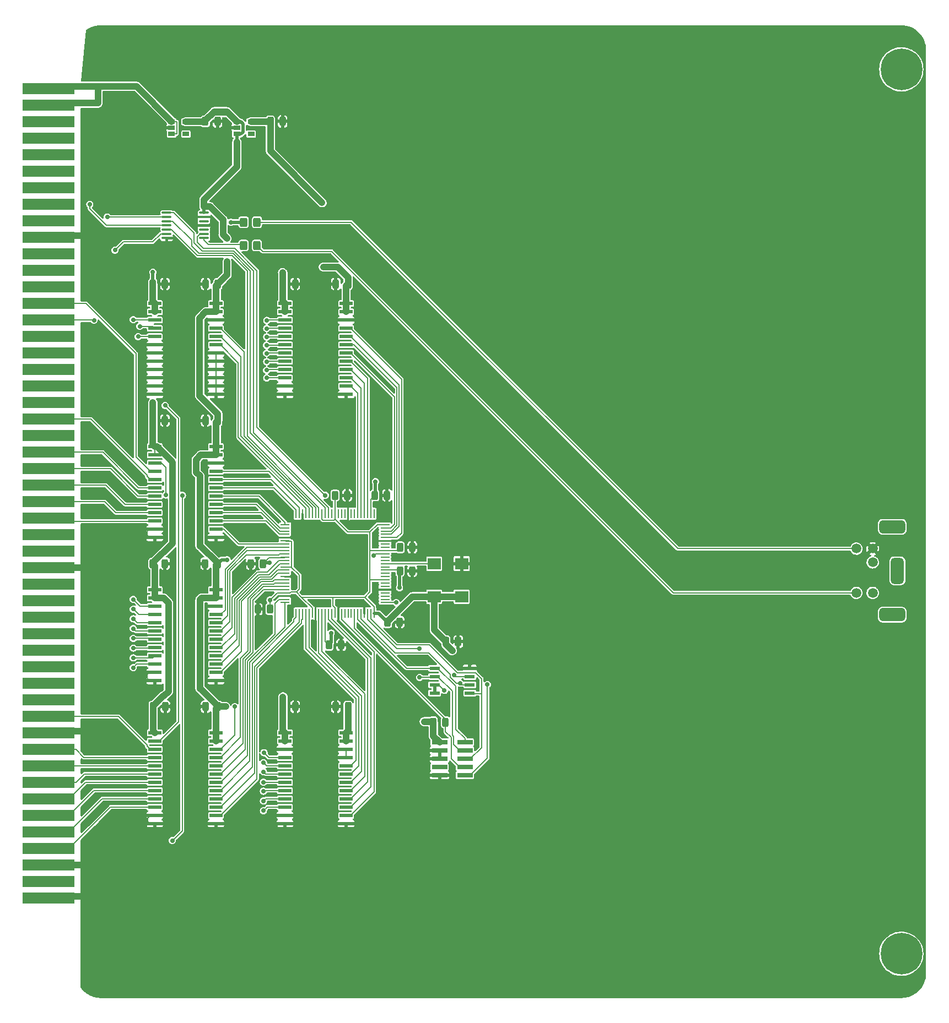
<source format=gbr>
%TF.GenerationSoftware,KiCad,Pcbnew,(6.0.4-0)*%
%TF.CreationDate,2022-10-03T08:54:47-06:00*%
%TF.ProjectId,midiori,6d696469-6f72-4692-9e6b-696361645f70,rev?*%
%TF.SameCoordinates,Original*%
%TF.FileFunction,Copper,L1,Top*%
%TF.FilePolarity,Positive*%
%FSLAX46Y46*%
G04 Gerber Fmt 4.6, Leading zero omitted, Abs format (unit mm)*
G04 Created by KiCad (PCBNEW (6.0.4-0)) date 2022-10-03 08:54:47*
%MOMM*%
%LPD*%
G01*
G04 APERTURE LIST*
G04 Aperture macros list*
%AMRoundRect*
0 Rectangle with rounded corners*
0 $1 Rounding radius*
0 $2 $3 $4 $5 $6 $7 $8 $9 X,Y pos of 4 corners*
0 Add a 4 corners polygon primitive as box body*
4,1,4,$2,$3,$4,$5,$6,$7,$8,$9,$2,$3,0*
0 Add four circle primitives for the rounded corners*
1,1,$1+$1,$2,$3*
1,1,$1+$1,$4,$5*
1,1,$1+$1,$6,$7*
1,1,$1+$1,$8,$9*
0 Add four rect primitives between the rounded corners*
20,1,$1+$1,$2,$3,$4,$5,0*
20,1,$1+$1,$4,$5,$6,$7,0*
20,1,$1+$1,$6,$7,$8,$9,0*
20,1,$1+$1,$8,$9,$2,$3,0*%
G04 Aperture macros list end*
%TA.AperFunction,SMDPad,CuDef*%
%ADD10R,2.000000X1.800000*%
%TD*%
%TA.AperFunction,SMDPad,CuDef*%
%ADD11RoundRect,0.250000X-0.325000X-0.450000X0.325000X-0.450000X0.325000X0.450000X-0.325000X0.450000X0*%
%TD*%
%TA.AperFunction,SMDPad,CuDef*%
%ADD12RoundRect,0.250000X0.325000X0.450000X-0.325000X0.450000X-0.325000X-0.450000X0.325000X-0.450000X0*%
%TD*%
%TA.AperFunction,ConnectorPad*%
%ADD13R,8.000000X1.800000*%
%TD*%
%TA.AperFunction,SMDPad,CuDef*%
%ADD14RoundRect,0.250000X-0.250000X-0.475000X0.250000X-0.475000X0.250000X0.475000X-0.250000X0.475000X0*%
%TD*%
%TA.AperFunction,SMDPad,CuDef*%
%ADD15R,2.000000X0.600000*%
%TD*%
%TA.AperFunction,SMDPad,CuDef*%
%ADD16R,1.470000X0.280000*%
%TD*%
%TA.AperFunction,SMDPad,CuDef*%
%ADD17R,0.280000X1.470000*%
%TD*%
%TA.AperFunction,SMDPad,CuDef*%
%ADD18RoundRect,0.100000X-0.637500X-0.100000X0.637500X-0.100000X0.637500X0.100000X-0.637500X0.100000X0*%
%TD*%
%TA.AperFunction,SMDPad,CuDef*%
%ADD19R,1.550000X0.600000*%
%TD*%
%TA.AperFunction,SMDPad,CuDef*%
%ADD20R,1.060000X0.650000*%
%TD*%
%TA.AperFunction,SMDPad,CuDef*%
%ADD21RoundRect,0.243750X-0.243750X-0.456250X0.243750X-0.456250X0.243750X0.456250X-0.243750X0.456250X0*%
%TD*%
%TA.AperFunction,SMDPad,CuDef*%
%ADD22R,2.400000X0.740000*%
%TD*%
%TA.AperFunction,SMDPad,CuDef*%
%ADD23RoundRect,0.243750X0.243750X0.456250X-0.243750X0.456250X-0.243750X-0.456250X0.243750X-0.456250X0*%
%TD*%
%TA.AperFunction,ComponentPad*%
%ADD24C,6.400000*%
%TD*%
%TA.AperFunction,ComponentPad*%
%ADD25RoundRect,0.500000X-0.500000X1.500000X-0.500000X-1.500000X0.500000X-1.500000X0.500000X1.500000X0*%
%TD*%
%TA.AperFunction,ComponentPad*%
%ADD26RoundRect,0.500000X-1.500000X0.500000X-1.500000X-0.500000X1.500000X-0.500000X1.500000X0.500000X0*%
%TD*%
%TA.AperFunction,ComponentPad*%
%ADD27C,1.500000*%
%TD*%
%TA.AperFunction,ViaPad*%
%ADD28C,0.600000*%
%TD*%
%TA.AperFunction,ViaPad*%
%ADD29C,0.700000*%
%TD*%
%TA.AperFunction,Conductor*%
%ADD30C,0.500000*%
%TD*%
%TA.AperFunction,Conductor*%
%ADD31C,1.000000*%
%TD*%
%TA.AperFunction,Conductor*%
%ADD32C,0.200000*%
%TD*%
G04 APERTURE END LIST*
D10*
%TO.P,X1,1,OE*%
%TO.N,+3V3*%
X113440000Y-127090000D03*
%TO.P,X1,2,GND*%
%TO.N,GND*%
X113440000Y-122010000D03*
%TO.P,X1,3,OUT*%
%TO.N,Net-(U10-Pad63)*%
X109240000Y-122010000D03*
%TO.P,X1,4,V+*%
%TO.N,+3V3*%
X109240000Y-127090000D03*
%TD*%
D11*
%TO.P,R6,1*%
%TO.N,+5V*%
X79950000Y-69500000D03*
%TO.P,R6,2*%
%TO.N,Net-(J4-Pad4)*%
X82000000Y-69500000D03*
%TD*%
D12*
%TO.P,R9,1*%
%TO.N,Net-(J4-Pad5)*%
X81995000Y-73080000D03*
%TO.P,R9,2*%
%TO.N,Net-(R9-Pad2)*%
X79945000Y-73080000D03*
%TD*%
D13*
%TO.P,J1,A1,GND*%
%TO.N,GND*%
X50000000Y-173460000D03*
%TO.P,J1,A2*%
%TO.N,unconnected-(J1-PadA2)*%
X50000000Y-170920000D03*
%TO.P,J1,A3,GND*%
%TO.N,GND*%
X50000000Y-168380000D03*
%TO.P,J1,A4,DB0*%
%TO.N,/DB0*%
X50000000Y-165840000D03*
%TO.P,J1,A5,DB1*%
%TO.N,/DB1*%
X50000000Y-163300000D03*
%TO.P,J1,A6,DB2*%
%TO.N,/DB2*%
X50000000Y-160760000D03*
%TO.P,J1,A7,DB3*%
%TO.N,/DB3*%
X50000000Y-158220000D03*
%TO.P,J1,A8,DB4*%
%TO.N,/DB4*%
X50000000Y-155680000D03*
%TO.P,J1,A9,DB5*%
%TO.N,/DB5*%
X50000000Y-153140000D03*
%TO.P,J1,A10,DB6*%
%TO.N,/DB6*%
X50000000Y-150600000D03*
%TO.P,J1,A11,GND*%
%TO.N,GND*%
X50000000Y-148060000D03*
%TO.P,J1,A12,DB7*%
%TO.N,/DB7*%
X50000000Y-145520000D03*
%TO.P,J1,A13*%
%TO.N,unconnected-(J1-PadA13)*%
X50000000Y-142980000D03*
%TO.P,J1,A14*%
%TO.N,unconnected-(J1-PadA14)*%
X50000000Y-140440000D03*
%TO.P,J1,A15*%
%TO.N,unconnected-(J1-PadA15)*%
X50000000Y-137900000D03*
%TO.P,J1,A16*%
%TO.N,unconnected-(J1-PadA16)*%
X50000000Y-135360000D03*
%TO.P,J1,A17*%
%TO.N,unconnected-(J1-PadA17)*%
X50000000Y-132820000D03*
%TO.P,J1,A18*%
%TO.N,unconnected-(J1-PadA18)*%
X50000000Y-130280000D03*
%TO.P,J1,A19*%
%TO.N,unconnected-(J1-PadA19)*%
X50000000Y-127740000D03*
%TO.P,J1,A20*%
%TO.N,unconnected-(J1-PadA20)*%
X50000000Y-125200000D03*
%TO.P,J1,A21,GND*%
%TO.N,GND*%
X50000000Y-122660000D03*
%TO.P,J1,A22*%
%TO.N,unconnected-(J1-PadA22)*%
X50000000Y-120120000D03*
%TO.P,J1,A23*%
%TO.N,unconnected-(J1-PadA23)*%
X50000000Y-117580000D03*
%TO.P,J1,A24,FC0*%
%TO.N,/C*%
X50000000Y-115040000D03*
%TO.P,J1,A25,FC1*%
%TO.N,/B*%
X50000000Y-112500000D03*
%TO.P,J1,A26,FC2*%
%TO.N,/A*%
X50000000Y-109960000D03*
%TO.P,J1,A27,/AS*%
%TO.N,/AS*%
X50000000Y-107420000D03*
%TO.P,J1,A28,/LDS*%
%TO.N,/LDS*%
X50000000Y-104880000D03*
%TO.P,J1,A29*%
%TO.N,unconnected-(J1-PadA29)*%
X50000000Y-102340000D03*
%TO.P,J1,A30,R/W*%
%TO.N,/RW*%
X50000000Y-99800000D03*
%TO.P,J1,A31*%
%TO.N,unconnected-(J1-PadA31)*%
X50000000Y-97260000D03*
%TO.P,J1,A32*%
%TO.N,unconnected-(J1-PadA32)*%
X50000000Y-94720000D03*
%TO.P,J1,A33*%
%TO.N,unconnected-(J1-PadA33)*%
X50000000Y-92180000D03*
%TO.P,J1,A34*%
%TO.N,unconnected-(J1-PadA34)*%
X50000000Y-89640000D03*
%TO.P,J1,A35*%
%TO.N,unconnected-(J1-PadA35)*%
X50000000Y-87100000D03*
%TO.P,J1,A36,/DTACK*%
%TO.N,/DTACK*%
X50000000Y-84560000D03*
%TO.P,J1,A37,EXRESET*%
%TO.N,/EXRESET*%
X50000000Y-82020000D03*
%TO.P,J1,A38*%
%TO.N,unconnected-(J1-PadA38)*%
X50000000Y-79480000D03*
%TO.P,J1,A39*%
%TO.N,unconnected-(J1-PadA39)*%
X50000000Y-76940000D03*
%TO.P,J1,A40*%
%TO.N,unconnected-(J1-PadA40)*%
X50000000Y-74400000D03*
%TO.P,J1,A41,GND*%
%TO.N,GND*%
X50000000Y-71860000D03*
%TO.P,J1,A42*%
%TO.N,unconnected-(J1-PadA42)*%
X50000000Y-69320000D03*
%TO.P,J1,A43*%
%TO.N,unconnected-(J1-PadA43)*%
X50000000Y-66780000D03*
%TO.P,J1,A44*%
%TO.N,unconnected-(J1-PadA44)*%
X50000000Y-64240000D03*
%TO.P,J1,A45*%
%TO.N,unconnected-(J1-PadA45)*%
X50000000Y-61700000D03*
%TO.P,J1,A46*%
%TO.N,unconnected-(J1-PadA46)*%
X50000000Y-59160000D03*
%TO.P,J1,A47*%
%TO.N,unconnected-(J1-PadA47)*%
X50000000Y-56620000D03*
%TO.P,J1,A48*%
%TO.N,unconnected-(J1-PadA48)*%
X50000000Y-54080000D03*
%TO.P,J1,A49,+5V*%
%TO.N,+5V*%
X50000000Y-51540000D03*
%TO.P,J1,A50,+5V*%
X50000000Y-49000000D03*
%TD*%
D14*
%TO.P,C8,1*%
%TO.N,+3V3*%
X111025000Y-134000000D03*
%TO.P,C8,2*%
%TO.N,GND*%
X112925000Y-134000000D03*
%TD*%
D15*
%TO.P,U4,1,VCCA*%
%TO.N,+5V*%
X86300000Y-148015000D03*
%TO.P,U4,2,DIR*%
X86300000Y-149285000D03*
%TO.P,U4,3,A1*%
%TO.N,GND*%
X86300000Y-150555000D03*
%TO.P,U4,4,A2*%
%TO.N,/AB7*%
X86300000Y-151825000D03*
%TO.P,U4,5,A3*%
%TO.N,/AB6*%
X86300000Y-153095000D03*
%TO.P,U4,6,A4*%
%TO.N,/AB5*%
X86300000Y-154365000D03*
%TO.P,U4,7,A5*%
%TO.N,/AB4*%
X86300000Y-155635000D03*
%TO.P,U4,8,A6*%
%TO.N,/AB3*%
X86300000Y-156905000D03*
%TO.P,U4,9,A7*%
%TO.N,/AB2*%
X86300000Y-158175000D03*
%TO.P,U4,10,A8*%
%TO.N,/AB1*%
X86300000Y-159445000D03*
%TO.P,U4,11,GND*%
%TO.N,GND*%
X86300000Y-160715000D03*
%TO.P,U4,12,GND*%
X86300000Y-161985000D03*
%TO.P,U4,13,GND*%
X95700000Y-161985000D03*
%TO.P,U4,14,B8*%
%TO.N,/a1*%
X95700000Y-160715000D03*
%TO.P,U4,15,B7*%
%TO.N,/a2*%
X95700000Y-159445000D03*
%TO.P,U4,16,B6*%
%TO.N,/a3*%
X95700000Y-158175000D03*
%TO.P,U4,17,B5*%
%TO.N,/a4*%
X95700000Y-156905000D03*
%TO.P,U4,18,B4*%
%TO.N,/a5*%
X95700000Y-155635000D03*
%TO.P,U4,19,B3*%
%TO.N,/a6*%
X95700000Y-154365000D03*
%TO.P,U4,20,B2*%
%TO.N,/a7*%
X95700000Y-153095000D03*
%TO.P,U4,21,B1*%
%TO.N,GND*%
X95700000Y-151825000D03*
%TO.P,U4,22,OE*%
X95700000Y-150555000D03*
%TO.P,U4,23,VCCB*%
%TO.N,+3V3*%
X95700000Y-149285000D03*
%TO.P,U4,24,VCCB*%
X95700000Y-148015000D03*
%TD*%
%TO.P,U5,1,VCCA*%
%TO.N,+5V*%
X66300000Y-126015000D03*
%TO.P,U5,2,DIR*%
X66300000Y-127285000D03*
%TO.P,U5,3,A1*%
%TO.N,/AB15*%
X66300000Y-128555000D03*
%TO.P,U5,4,A2*%
%TO.N,/AB14*%
X66300000Y-129825000D03*
%TO.P,U5,5,A3*%
%TO.N,/AB13*%
X66300000Y-131095000D03*
%TO.P,U5,6,A4*%
%TO.N,/AB12*%
X66300000Y-132365000D03*
%TO.P,U5,7,A5*%
%TO.N,/AB11*%
X66300000Y-133635000D03*
%TO.P,U5,8,A6*%
%TO.N,/AB10*%
X66300000Y-134905000D03*
%TO.P,U5,9,A7*%
%TO.N,/AB9*%
X66300000Y-136175000D03*
%TO.P,U5,10,A8*%
%TO.N,/AB8*%
X66300000Y-137445000D03*
%TO.P,U5,11,GND*%
%TO.N,GND*%
X66300000Y-138715000D03*
%TO.P,U5,12,GND*%
X66300000Y-139985000D03*
%TO.P,U5,13,GND*%
X75700000Y-139985000D03*
%TO.P,U5,14,B8*%
%TO.N,/ab8*%
X75700000Y-138715000D03*
%TO.P,U5,15,B7*%
%TO.N,/ab9*%
X75700000Y-137445000D03*
%TO.P,U5,16,B6*%
%TO.N,/ab10*%
X75700000Y-136175000D03*
%TO.P,U5,17,B5*%
%TO.N,/ab11*%
X75700000Y-134905000D03*
%TO.P,U5,18,B4*%
%TO.N,/ab12*%
X75700000Y-133635000D03*
%TO.P,U5,19,B3*%
%TO.N,/ab13*%
X75700000Y-132365000D03*
%TO.P,U5,20,B2*%
%TO.N,/ab14*%
X75700000Y-131095000D03*
%TO.P,U5,21,B1*%
%TO.N,/ab15*%
X75700000Y-129825000D03*
%TO.P,U5,22,OE*%
%TO.N,GND*%
X75700000Y-128555000D03*
%TO.P,U5,23,VCCB*%
%TO.N,+3V3*%
X75700000Y-127285000D03*
%TO.P,U5,24,VCCB*%
X75700000Y-126015000D03*
%TD*%
%TO.P,U6,1,VCCA*%
%TO.N,+5V*%
X86300000Y-82015000D03*
%TO.P,U6,2,DIR*%
X86300000Y-83285000D03*
%TO.P,U6,3,A1*%
%TO.N,/AB23*%
X86300000Y-84555000D03*
%TO.P,U6,4,A2*%
%TO.N,/AB22*%
X86300000Y-85825000D03*
%TO.P,U6,5,A3*%
%TO.N,/AB21*%
X86300000Y-87095000D03*
%TO.P,U6,6,A4*%
%TO.N,/AB20*%
X86300000Y-88365000D03*
%TO.P,U6,7,A5*%
%TO.N,/AB19*%
X86300000Y-89635000D03*
%TO.P,U6,8,A6*%
%TO.N,/AB18*%
X86300000Y-90905000D03*
%TO.P,U6,9,A7*%
%TO.N,/AB17*%
X86300000Y-92175000D03*
%TO.P,U6,10,A8*%
%TO.N,/AB16*%
X86300000Y-93445000D03*
%TO.P,U6,11,GND*%
%TO.N,GND*%
X86300000Y-94715000D03*
%TO.P,U6,12,GND*%
X86300000Y-95985000D03*
%TO.P,U6,13,GND*%
X95700000Y-95985000D03*
%TO.P,U6,14,B8*%
%TO.N,/a16*%
X95700000Y-94715000D03*
%TO.P,U6,15,B7*%
%TO.N,/a17*%
X95700000Y-93445000D03*
%TO.P,U6,16,B6*%
%TO.N,/a18*%
X95700000Y-92175000D03*
%TO.P,U6,17,B5*%
%TO.N,/a19*%
X95700000Y-90905000D03*
%TO.P,U6,18,B4*%
%TO.N,/a20*%
X95700000Y-89635000D03*
%TO.P,U6,19,B3*%
%TO.N,/a21*%
X95700000Y-88365000D03*
%TO.P,U6,20,B2*%
%TO.N,/a22*%
X95700000Y-87095000D03*
%TO.P,U6,21,B1*%
%TO.N,/a23*%
X95700000Y-85825000D03*
%TO.P,U6,22,OE*%
%TO.N,GND*%
X95700000Y-84555000D03*
%TO.P,U6,23,VCCB*%
%TO.N,+3V3*%
X95700000Y-83285000D03*
%TO.P,U6,24,VCCB*%
X95700000Y-82015000D03*
%TD*%
%TO.P,U7,1,VCCA*%
%TO.N,+5V*%
X66300000Y-148015000D03*
%TO.P,U7,2,DIR*%
%TO.N,/IDDIR*%
X66300000Y-149285000D03*
%TO.P,U7,3,A1*%
%TO.N,/DB7*%
X66300000Y-150555000D03*
%TO.P,U7,4,A2*%
%TO.N,/DB6*%
X66300000Y-151825000D03*
%TO.P,U7,5,A3*%
%TO.N,/DB5*%
X66300000Y-153095000D03*
%TO.P,U7,6,A4*%
%TO.N,/DB4*%
X66300000Y-154365000D03*
%TO.P,U7,7,A5*%
%TO.N,/DB3*%
X66300000Y-155635000D03*
%TO.P,U7,8,A6*%
%TO.N,/DB2*%
X66300000Y-156905000D03*
%TO.P,U7,9,A7*%
%TO.N,/DB1*%
X66300000Y-158175000D03*
%TO.P,U7,10,A8*%
%TO.N,/DB0*%
X66300000Y-159445000D03*
%TO.P,U7,11,GND*%
%TO.N,GND*%
X66300000Y-160715000D03*
%TO.P,U7,12,GND*%
X66300000Y-161985000D03*
%TO.P,U7,13,GND*%
X75700000Y-161985000D03*
%TO.P,U7,14,B8*%
%TO.N,/d0*%
X75700000Y-160715000D03*
%TO.P,U7,15,B7*%
%TO.N,/d1*%
X75700000Y-159445000D03*
%TO.P,U7,16,B6*%
%TO.N,/d2*%
X75700000Y-158175000D03*
%TO.P,U7,17,B5*%
%TO.N,/d3*%
X75700000Y-156905000D03*
%TO.P,U7,18,B4*%
%TO.N,/d4*%
X75700000Y-155635000D03*
%TO.P,U7,19,B3*%
%TO.N,/d5*%
X75700000Y-154365000D03*
%TO.P,U7,20,B2*%
%TO.N,/d6*%
X75700000Y-153095000D03*
%TO.P,U7,21,B1*%
%TO.N,/d7*%
X75700000Y-151825000D03*
%TO.P,U7,22,OE*%
%TO.N,/xltr_oe*%
X75700000Y-150555000D03*
%TO.P,U7,23,VCCB*%
%TO.N,+3V3*%
X75700000Y-149285000D03*
%TO.P,U7,24,VCCB*%
X75700000Y-148015000D03*
%TD*%
%TO.P,U9,1,VCCA*%
%TO.N,+5V*%
X66300000Y-82015000D03*
%TO.P,U9,2,DIR*%
X66300000Y-83285000D03*
%TO.P,U9,3,A1*%
%TO.N,/IACK2*%
X66300000Y-84555000D03*
%TO.P,U9,4,A2*%
%TO.N,/IACK4*%
X66300000Y-85825000D03*
%TO.P,U9,5,A3*%
%TO.N,/IDDIR*%
X66300000Y-87095000D03*
%TO.P,U9,6,A4*%
%TO.N,GND*%
X66300000Y-88365000D03*
%TO.P,U9,7,A5*%
X66300000Y-89635000D03*
%TO.P,U9,8,A6*%
X66300000Y-90905000D03*
%TO.P,U9,9,A7*%
X66300000Y-92175000D03*
%TO.P,U9,10,A8*%
X66300000Y-93445000D03*
%TO.P,U9,11,GND*%
X66300000Y-94715000D03*
%TO.P,U9,12,GND*%
X66300000Y-95985000D03*
%TO.P,U9,13,GND*%
X75700000Y-95985000D03*
%TO.P,U9,14,B8*%
X75700000Y-94715000D03*
%TO.P,U9,15,B7*%
X75700000Y-93445000D03*
%TO.P,U9,16,B6*%
X75700000Y-92175000D03*
%TO.P,U9,17,B5*%
X75700000Y-90905000D03*
%TO.P,U9,18,B4*%
X75700000Y-89635000D03*
%TO.P,U9,19,B3*%
%TO.N,/iddir*%
X75700000Y-88365000D03*
%TO.P,U9,20,B2*%
%TO.N,/iack4*%
X75700000Y-87095000D03*
%TO.P,U9,21,B1*%
%TO.N,/iack2*%
X75700000Y-85825000D03*
%TO.P,U9,22,OE*%
%TO.N,GND*%
X75700000Y-84555000D03*
%TO.P,U9,23,VCCB*%
%TO.N,+3V3*%
X75700000Y-83285000D03*
%TO.P,U9,24,VCCB*%
X75700000Y-82015000D03*
%TD*%
D16*
%TO.P,U10,1,IOL_1A*%
%TO.N,/lds*%
X86330000Y-116000000D03*
%TO.P,U10,2,IOL_1B*%
%TO.N,/as*%
X86330000Y-116500000D03*
%TO.P,U10,3,IOL_2A*%
%TO.N,/a*%
X86330000Y-117000000D03*
%TO.P,U10,4,IOL_2B*%
%TO.N,/b*%
X86330000Y-117500000D03*
%TO.P,U10,5,GND*%
%TO.N,GND*%
X86330000Y-118000000D03*
%TO.P,U10,6,VCCIO_3*%
%TO.N,+3V3*%
X86330000Y-118500000D03*
%TO.P,U10,7,IOL_3A*%
%TO.N,/c*%
X86330000Y-119000000D03*
%TO.P,U10,8,IOL_3B*%
%TO.N,/ab15*%
X86330000Y-119500000D03*
%TO.P,U10,9,IOL_5A*%
%TO.N,/ab14*%
X86330000Y-120000000D03*
%TO.P,U10,10,IOL_5B*%
%TO.N,/ab13*%
X86330000Y-120500000D03*
%TO.P,U10,11,VCC*%
%TO.N,+1V2*%
X86330000Y-121000000D03*
%TO.P,U10,12,IOL_6A*%
%TO.N,/ab12*%
X86330000Y-121500000D03*
%TO.P,U10,13,IOL_6B_GBIN7*%
%TO.N,/ab11*%
X86330000Y-122000000D03*
%TO.P,U10,14,VCCIO_3*%
%TO.N,+3V3*%
X86330000Y-122500000D03*
%TO.P,U10,15,IOL_7A_GBIN6*%
%TO.N,/ab10*%
X86330000Y-123000000D03*
%TO.P,U10,16,IOL_7B*%
%TO.N,/ab9*%
X86330000Y-123500000D03*
%TO.P,U10,17,GND*%
%TO.N,GND*%
X86330000Y-124000000D03*
%TO.P,U10,18,IOL_8A*%
%TO.N,/ab8*%
X86330000Y-124500000D03*
%TO.P,U10,19,IOL_8B*%
%TO.N,/d7*%
X86330000Y-125000000D03*
%TO.P,U10,20,IOL_10A*%
%TO.N,/d6*%
X86330000Y-125500000D03*
%TO.P,U10,21,IOL_10B*%
%TO.N,/d5*%
X86330000Y-126000000D03*
%TO.P,U10,22,VCCIO_3*%
%TO.N,+3V3*%
X86330000Y-126500000D03*
%TO.P,U10,23,GND*%
%TO.N,GND*%
X86330000Y-127000000D03*
%TO.P,U10,24,IOL_12A*%
%TO.N,/d4*%
X86330000Y-127500000D03*
%TO.P,U10,25,IOL_12B*%
%TO.N,/d3*%
X86330000Y-128000000D03*
D17*
%TO.P,U10,26,IOB_26*%
%TO.N,/d2*%
X88000000Y-129670000D03*
%TO.P,U10,27,IOB_27*%
%TO.N,/d1*%
X88500000Y-129670000D03*
%TO.P,U10,28,IOB_28*%
%TO.N,/d0*%
X89000000Y-129670000D03*
%TO.P,U10,29,IOB_29*%
%TO.N,/a7*%
X89500000Y-129670000D03*
%TO.P,U10,30,IOB_30*%
%TO.N,/a6*%
X90000000Y-129670000D03*
%TO.P,U10,31,VCCIO_2*%
%TO.N,+3V3*%
X90500000Y-129670000D03*
%TO.P,U10,32,GND*%
%TO.N,GND*%
X91000000Y-129670000D03*
%TO.P,U10,33,IOB_35_GBIN5*%
%TO.N,/a5*%
X91500000Y-129670000D03*
%TO.P,U10,34,IOB_36_GBIN4*%
%TO.N,/a4*%
X92000000Y-129670000D03*
%TO.P,U10,35,VCC*%
%TO.N,+1V2*%
X92500000Y-129670000D03*
%TO.P,U10,36,IOB_34*%
%TO.N,/a3*%
X93000000Y-129670000D03*
%TO.P,U10,37,IOB_37*%
%TO.N,/a2*%
X93500000Y-129670000D03*
%TO.P,U10,38,VCCIO_2*%
%TO.N,+3V3*%
X94000000Y-129670000D03*
%TO.P,U10,39,GND*%
%TO.N,GND*%
X94500000Y-129670000D03*
%TO.P,U10,40,IOB_41*%
%TO.N,/a1*%
X95000000Y-129670000D03*
%TO.P,U10,41,IOB_42_CBSEL0*%
%TO.N,unconnected-(U10-Pad41)*%
X95500000Y-129670000D03*
%TO.P,U10,42,IOB_43_CBSEL1*%
%TO.N,unconnected-(U10-Pad42)*%
X96000000Y-129670000D03*
%TO.P,U10,43,CDONE*%
%TO.N,unconnected-(U10-Pad43)*%
X96500000Y-129670000D03*
%TO.P,U10,44,CRESET_B*%
%TO.N,/reset*%
X97000000Y-129670000D03*
%TO.P,U10,45,IOB_44_SDO*%
%TO.N,/si*%
X97500000Y-129670000D03*
%TO.P,U10,46,IOB_45_SDI*%
%TO.N,/so*%
X98000000Y-129670000D03*
%TO.P,U10,47,GND*%
%TO.N,GND*%
X98500000Y-129670000D03*
%TO.P,U10,48,IOB_46_SCK*%
%TO.N,/sck*%
X99000000Y-129670000D03*
%TO.P,U10,49,IOB_47_SS*%
%TO.N,/ss*%
X99500000Y-129670000D03*
%TO.P,U10,50,VCC_SPI*%
%TO.N,+3V3*%
X100000000Y-129670000D03*
D16*
%TO.P,U10,51,IOR_52*%
%TO.N,/xltr_oe*%
X101670000Y-128000000D03*
%TO.P,U10,52,IOR_53*%
%TO.N,unconnected-(U10-Pad52)*%
X101670000Y-127500000D03*
%TO.P,U10,53,IOR_54*%
%TO.N,unconnected-(U10-Pad53)*%
X101670000Y-127000000D03*
%TO.P,U10,54,IOR_55*%
%TO.N,unconnected-(U10-Pad54)*%
X101670000Y-126500000D03*
%TO.P,U10,55,GND*%
%TO.N,GND*%
X101670000Y-126000000D03*
%TO.P,U10,56,IOR_56*%
%TO.N,unconnected-(U10-Pad56)*%
X101670000Y-125500000D03*
%TO.P,U10,57,IOR_57*%
%TO.N,unconnected-(U10-Pad57)*%
X101670000Y-125000000D03*
%TO.P,U10,58,VCCIO_1*%
%TO.N,+3V3*%
X101670000Y-124500000D03*
%TO.P,U10,59,IOR_58*%
%TO.N,unconnected-(U10-Pad59)*%
X101670000Y-124000000D03*
%TO.P,U10,60,IOR_59*%
%TO.N,unconnected-(U10-Pad60)*%
X101670000Y-123500000D03*
%TO.P,U10,61,VCC*%
%TO.N,+1V2*%
X101670000Y-123000000D03*
%TO.P,U10,62,IOR_60_GBIN3*%
%TO.N,unconnected-(U10-Pad62)*%
X101670000Y-122500000D03*
%TO.P,U10,63,IOR_61_GBIN2*%
%TO.N,Net-(U10-Pad63)*%
X101670000Y-122000000D03*
%TO.P,U10,64,IOR_63*%
%TO.N,unconnected-(U10-Pad64)*%
X101670000Y-121500000D03*
%TO.P,U10,65,IOR_64*%
%TO.N,unconnected-(U10-Pad65)*%
X101670000Y-121000000D03*
%TO.P,U10,66,IOR_65*%
%TO.N,Net-(U1-Pad9)*%
X101670000Y-120500000D03*
%TO.P,U10,67,VCCIO_1*%
%TO.N,+3V3*%
X101670000Y-120000000D03*
%TO.P,U10,68,IOR_67*%
%TO.N,unconnected-(U10-Pad68)*%
X101670000Y-119500000D03*
%TO.P,U10,69,IOR_68*%
%TO.N,unconnected-(U10-Pad69)*%
X101670000Y-119000000D03*
%TO.P,U10,70,GND*%
%TO.N,GND*%
X101670000Y-118500000D03*
%TO.P,U10,71,IOR_69*%
%TO.N,/a23*%
X101670000Y-118000000D03*
%TO.P,U10,72,IOR_70*%
%TO.N,/a22*%
X101670000Y-117500000D03*
%TO.P,U10,73,IOR_71*%
%TO.N,/a21*%
X101670000Y-117000000D03*
%TO.P,U10,74,IOR_72*%
%TO.N,/a20*%
X101670000Y-116500000D03*
%TO.P,U10,75,VPP_2V5*%
%TO.N,+3V3*%
X101670000Y-116000000D03*
D17*
%TO.P,U10,76,VPP_FAST*%
%TO.N,unconnected-(U10-Pad76)*%
X100000000Y-114330000D03*
%TO.P,U10,77,VCC*%
%TO.N,+1V2*%
X99500000Y-114330000D03*
%TO.P,U10,78,IOT_73*%
%TO.N,/a19*%
X99000000Y-114330000D03*
%TO.P,U10,79,IOT_74*%
%TO.N,/a18*%
X98500000Y-114330000D03*
%TO.P,U10,80,IOT_75*%
%TO.N,/a17*%
X98000000Y-114330000D03*
%TO.P,U10,81,IOT_77*%
%TO.N,/a16*%
X97500000Y-114330000D03*
%TO.P,U10,82,IOT_78*%
%TO.N,unconnected-(U10-Pad82)*%
X97000000Y-114330000D03*
%TO.P,U10,83,IOT_79*%
%TO.N,unconnected-(U10-Pad83)*%
X96500000Y-114330000D03*
%TO.P,U10,84,GND*%
%TO.N,GND*%
X96000000Y-114330000D03*
%TO.P,U10,85,IOT_80*%
%TO.N,unconnected-(U10-Pad85)*%
X95500000Y-114330000D03*
%TO.P,U10,86,IOT_81*%
%TO.N,unconnected-(U10-Pad86)*%
X95000000Y-114330000D03*
%TO.P,U10,87,IOT_82*%
%TO.N,unconnected-(U10-Pad87)*%
X94500000Y-114330000D03*
%TO.P,U10,88,VCCIO_0*%
%TO.N,+3V3*%
X94000000Y-114330000D03*
%TO.P,U10,89,IOT_84_GBIN1*%
%TO.N,unconnected-(U10-Pad89)*%
X93500000Y-114330000D03*
%TO.P,U10,90,IOT_85_GBIN0*%
%TO.N,/irq2*%
X93000000Y-114330000D03*
%TO.P,U10,91,IOT_86*%
%TO.N,/irq4*%
X92500000Y-114330000D03*
%TO.P,U10,92,VCCIO_0*%
%TO.N,+3V3*%
X92000000Y-114330000D03*
%TO.P,U10,93,IOT_87*%
%TO.N,/dtack*%
X91500000Y-114330000D03*
%TO.P,U10,94,IOT_88*%
%TO.N,/iack2*%
X91000000Y-114330000D03*
%TO.P,U10,95,IOT_89*%
%TO.N,/iack4*%
X90500000Y-114330000D03*
%TO.P,U10,96,IOT_90*%
%TO.N,/iddir*%
X90000000Y-114330000D03*
%TO.P,U10,97,IOT_91*%
%TO.N,/10m*%
X89500000Y-114330000D03*
%TO.P,U10,98,GND*%
%TO.N,GND*%
X89000000Y-114330000D03*
%TO.P,U10,99,IOT_93*%
%TO.N,/exreset*%
X88500000Y-114330000D03*
%TO.P,U10,100,IOT_95*%
%TO.N,/rw*%
X88000000Y-114330000D03*
%TD*%
D18*
%TO.P,U1,1*%
%TO.N,/irq2*%
X68137500Y-68050000D03*
%TO.P,U1,2*%
%TO.N,/IRQ2*%
X68137500Y-68700000D03*
%TO.P,U1,3*%
%TO.N,/irq4*%
X68137500Y-69350000D03*
%TO.P,U1,4*%
%TO.N,/IRQ4*%
X68137500Y-70000000D03*
%TO.P,U1,5*%
%TO.N,/dtack*%
X68137500Y-70650000D03*
%TO.P,U1,6*%
%TO.N,/DTACK*%
X68137500Y-71300000D03*
%TO.P,U1,7,GND*%
%TO.N,GND*%
X68137500Y-71950000D03*
%TO.P,U1,8*%
%TO.N,Net-(R9-Pad2)*%
X73862500Y-71950000D03*
%TO.P,U1,9*%
%TO.N,Net-(U1-Pad9)*%
X73862500Y-71300000D03*
%TO.P,U1,10*%
%TO.N,unconnected-(U1-Pad10)*%
X73862500Y-70650000D03*
%TO.P,U1,11*%
%TO.N,GND*%
X73862500Y-70000000D03*
%TO.P,U1,12*%
%TO.N,unconnected-(U1-Pad12)*%
X73862500Y-69350000D03*
%TO.P,U1,13*%
%TO.N,GND*%
X73862500Y-68700000D03*
%TO.P,U1,14,VCC*%
%TO.N,+3V3*%
X73862500Y-68050000D03*
%TD*%
D15*
%TO.P,U8,1,VCCA*%
%TO.N,+5V*%
X66300000Y-104015000D03*
%TO.P,U8,2,DIR*%
X66300000Y-105285000D03*
%TO.P,U8,3,A1*%
%TO.N,/10MHz*%
X66300000Y-106555000D03*
%TO.P,U8,4,A2*%
%TO.N,/EXRESET*%
X66300000Y-107825000D03*
%TO.P,U8,5,A3*%
%TO.N,/RW*%
X66300000Y-109095000D03*
%TO.P,U8,6,A4*%
%TO.N,/LDS*%
X66300000Y-110365000D03*
%TO.P,U8,7,A5*%
%TO.N,/AS*%
X66300000Y-111635000D03*
%TO.P,U8,8,A6*%
%TO.N,/A*%
X66300000Y-112905000D03*
%TO.P,U8,9,A7*%
%TO.N,/B*%
X66300000Y-114175000D03*
%TO.P,U8,10,A8*%
%TO.N,/C*%
X66300000Y-115445000D03*
%TO.P,U8,11,GND*%
%TO.N,GND*%
X66300000Y-116715000D03*
%TO.P,U8,12,GND*%
X66300000Y-117985000D03*
%TO.P,U8,13,GND*%
X75700000Y-117985000D03*
%TO.P,U8,14,B8*%
%TO.N,/c*%
X75700000Y-116715000D03*
%TO.P,U8,15,B7*%
%TO.N,/b*%
X75700000Y-115445000D03*
%TO.P,U8,16,B6*%
%TO.N,/a*%
X75700000Y-114175000D03*
%TO.P,U8,17,B5*%
%TO.N,/as*%
X75700000Y-112905000D03*
%TO.P,U8,18,B4*%
%TO.N,/lds*%
X75700000Y-111635000D03*
%TO.P,U8,19,B3*%
%TO.N,/rw*%
X75700000Y-110365000D03*
%TO.P,U8,20,B2*%
%TO.N,/exreset*%
X75700000Y-109095000D03*
%TO.P,U8,21,B1*%
%TO.N,/10m*%
X75700000Y-107825000D03*
%TO.P,U8,22,OE*%
%TO.N,GND*%
X75700000Y-106555000D03*
%TO.P,U8,23,VCCB*%
%TO.N,+3V3*%
X75700000Y-105285000D03*
%TO.P,U8,24,VCCB*%
X75700000Y-104015000D03*
%TD*%
D19*
%TO.P,U2,1,~{CS}*%
%TO.N,/ss*%
X114700000Y-141905000D03*
%TO.P,U2,2,SO/IO1*%
%TO.N,/so*%
X114700000Y-140635000D03*
%TO.P,U2,3,~{WP}/IO2*%
%TO.N,+3V3*%
X114700000Y-139365000D03*
%TO.P,U2,4,GND*%
%TO.N,GND*%
X114700000Y-138095000D03*
%TO.P,U2,5,SI/IO0*%
%TO.N,/si*%
X109300000Y-138095000D03*
%TO.P,U2,6,SCK*%
%TO.N,/sck*%
X109300000Y-139365000D03*
%TO.P,U2,7,~{HOLD}/IO3*%
%TO.N,+3V3*%
X109300000Y-140635000D03*
%TO.P,U2,8,VCC*%
X109300000Y-141905000D03*
%TD*%
D20*
%TO.P,U11,1,IN*%
%TO.N,+5V*%
X68900000Y-54050000D03*
%TO.P,U11,2,GND*%
%TO.N,GND*%
X68900000Y-55000000D03*
%TO.P,U11,3,EN*%
%TO.N,+5V*%
X68900000Y-55950000D03*
%TO.P,U11,4,NC*%
%TO.N,unconnected-(U11-Pad4)*%
X71100000Y-55950000D03*
%TO.P,U11,5,OUT*%
%TO.N,+3V3*%
X71100000Y-54050000D03*
%TD*%
D21*
%TO.P,C1,1*%
%TO.N,+3V3*%
X74062500Y-54000000D03*
%TO.P,C1,2*%
%TO.N,GND*%
X75937500Y-54000000D03*
%TD*%
%TO.P,C2,1*%
%TO.N,+1V2*%
X84062500Y-54000000D03*
%TO.P,C2,2*%
%TO.N,GND*%
X85937500Y-54000000D03*
%TD*%
D22*
%TO.P,J2,1,VCC*%
%TO.N,+3V3*%
X110050000Y-149460000D03*
%TO.P,J2,2,SWDIO/TMS*%
%TO.N,/si*%
X113950000Y-149460000D03*
%TO.P,J2,3,GND*%
%TO.N,GND*%
X110050000Y-150730000D03*
%TO.P,J2,4,SWDCLK/TCK*%
%TO.N,/sck*%
X113950000Y-150730000D03*
%TO.P,J2,5,GND*%
%TO.N,GND*%
X110050000Y-152000000D03*
%TO.P,J2,6,SWO/TDO*%
%TO.N,/ss*%
X113950000Y-152000000D03*
%TO.P,J2,7,KEY*%
%TO.N,unconnected-(J2-Pad7)*%
X110050000Y-153270000D03*
%TO.P,J2,8,NC/TDI*%
%TO.N,/reset*%
X113950000Y-153270000D03*
%TO.P,J2,9,GNDDetect*%
%TO.N,GND*%
X110050000Y-154540000D03*
%TO.P,J2,10,~{RESET}*%
%TO.N,/so*%
X113950000Y-154540000D03*
%TD*%
D20*
%TO.P,U3,1,IN*%
%TO.N,+3V3*%
X78900000Y-54050000D03*
%TO.P,U3,2,GND*%
%TO.N,GND*%
X78900000Y-55000000D03*
%TO.P,U3,3,EN*%
%TO.N,+3V3*%
X78900000Y-55950000D03*
%TO.P,U3,4,NC*%
%TO.N,unconnected-(U3-Pad4)*%
X81100000Y-55950000D03*
%TO.P,U3,5,OUT*%
%TO.N,+1V2*%
X81100000Y-54050000D03*
%TD*%
D21*
%TO.P,C4,1*%
%TO.N,+5V*%
X66000000Y-122000000D03*
%TO.P,C4,2*%
%TO.N,GND*%
X67875000Y-122000000D03*
%TD*%
D23*
%TO.P,C5,1*%
%TO.N,+3V3*%
X96000000Y-79000000D03*
%TO.P,C5,2*%
%TO.N,GND*%
X94125000Y-79000000D03*
%TD*%
D21*
%TO.P,C6,1*%
%TO.N,+5V*%
X86000000Y-144000000D03*
%TO.P,C6,2*%
%TO.N,GND*%
X87875000Y-144000000D03*
%TD*%
D23*
%TO.P,C7,1*%
%TO.N,+3V3*%
X76000000Y-144000000D03*
%TO.P,C7,2*%
%TO.N,GND*%
X74125000Y-144000000D03*
%TD*%
D21*
%TO.P,C9,1*%
%TO.N,+5V*%
X86000000Y-79000000D03*
%TO.P,C9,2*%
%TO.N,GND*%
X87875000Y-79000000D03*
%TD*%
D23*
%TO.P,C12,1*%
%TO.N,+3V3*%
X75937500Y-122000000D03*
%TO.P,C12,2*%
%TO.N,GND*%
X74062500Y-122000000D03*
%TD*%
D21*
%TO.P,C13,1*%
%TO.N,+5V*%
X66000000Y-79000000D03*
%TO.P,C13,2*%
%TO.N,GND*%
X67875000Y-79000000D03*
%TD*%
D23*
%TO.P,C14,1*%
%TO.N,+3V3*%
X76000000Y-79000000D03*
%TO.P,C14,2*%
%TO.N,GND*%
X74125000Y-79000000D03*
%TD*%
D21*
%TO.P,C15,1*%
%TO.N,+5V*%
X66062500Y-144000000D03*
%TO.P,C15,2*%
%TO.N,GND*%
X67937500Y-144000000D03*
%TD*%
D23*
%TO.P,C17,1*%
%TO.N,+3V3*%
X76000000Y-100000000D03*
%TO.P,C17,2*%
%TO.N,GND*%
X74125000Y-100000000D03*
%TD*%
D21*
%TO.P,C18,1*%
%TO.N,+1V2*%
X100125000Y-111500000D03*
%TO.P,C18,2*%
%TO.N,GND*%
X102000000Y-111500000D03*
%TD*%
%TO.P,C20,1*%
%TO.N,+1V2*%
X93062500Y-134500000D03*
%TO.P,C20,2*%
%TO.N,GND*%
X94937500Y-134500000D03*
%TD*%
%TO.P,C22,1*%
%TO.N,+1V2*%
X103982500Y-123100000D03*
%TO.P,C22,2*%
%TO.N,GND*%
X105857500Y-123100000D03*
%TD*%
D23*
%TO.P,C23,1*%
%TO.N,+3V3*%
X84000000Y-129000000D03*
%TO.P,C23,2*%
%TO.N,GND*%
X82125000Y-129000000D03*
%TD*%
D21*
%TO.P,C11,1*%
%TO.N,+5V*%
X66000000Y-100000000D03*
%TO.P,C11,2*%
%TO.N,GND*%
X67875000Y-100000000D03*
%TD*%
D23*
%TO.P,C21,1*%
%TO.N,+3V3*%
X96000000Y-144000000D03*
%TO.P,C21,2*%
%TO.N,GND*%
X94125000Y-144000000D03*
%TD*%
%TO.P,C16,1*%
%TO.N,+1V2*%
X82937500Y-122000000D03*
%TO.P,C16,2*%
%TO.N,GND*%
X81062500Y-122000000D03*
%TD*%
%TO.P,R3,1*%
%TO.N,/reset*%
X110975000Y-146400000D03*
%TO.P,R3,2*%
%TO.N,+3V3*%
X109100000Y-146400000D03*
%TD*%
D21*
%TO.P,C19,1*%
%TO.N,+3V3*%
X102062500Y-131000000D03*
%TO.P,C19,2*%
%TO.N,GND*%
X103937500Y-131000000D03*
%TD*%
%TO.P,C10,1*%
%TO.N,+3V3*%
X94000000Y-111500000D03*
%TO.P,C10,2*%
%TO.N,GND*%
X95875000Y-111500000D03*
%TD*%
%TO.P,C3,1*%
%TO.N,+3V3*%
X104000000Y-119500000D03*
%TO.P,C3,2*%
%TO.N,GND*%
X105875000Y-119500000D03*
%TD*%
D24*
%TO.P,H2,1*%
%TO.N,N/C*%
X181000000Y-182000000D03*
%TD*%
%TO.P,H1,1*%
%TO.N,N/C*%
X181000000Y-46000000D03*
%TD*%
D25*
%TO.P,J4,0*%
%TO.N,N/C*%
X180400000Y-123100000D03*
D26*
X179600000Y-116350000D03*
X179600000Y-129850000D03*
D27*
%TO.P,J4,1*%
%TO.N,unconnected-(J4-Pad1)*%
X176600000Y-121800000D03*
%TO.P,J4,2*%
%TO.N,GND*%
X176600000Y-119700000D03*
%TO.P,J4,3*%
%TO.N,unconnected-(J4-Pad3)*%
X176600000Y-126500000D03*
%TO.P,J4,4*%
%TO.N,Net-(J4-Pad4)*%
X174100000Y-119700000D03*
%TO.P,J4,5*%
%TO.N,Net-(J4-Pad5)*%
X174100000Y-126500000D03*
%TD*%
D28*
%TO.N,GND*%
X179920000Y-187360000D03*
X179920000Y-177360000D03*
X179920000Y-172360000D03*
X179920000Y-167360000D03*
X179920000Y-162360000D03*
X179920000Y-157360000D03*
X179920000Y-152360000D03*
X179920000Y-147360000D03*
X179920000Y-142360000D03*
X179920000Y-137360000D03*
X179920000Y-132360000D03*
X179920000Y-127360000D03*
X179920000Y-112360000D03*
X179920000Y-107360000D03*
X179920000Y-102360000D03*
X179920000Y-97360000D03*
X179920000Y-92360000D03*
X179920000Y-87360000D03*
X179920000Y-82360000D03*
X179920000Y-77360000D03*
X179920000Y-72360000D03*
X179920000Y-67360000D03*
X179920000Y-62360000D03*
X179920000Y-57360000D03*
X179920000Y-52360000D03*
X179920000Y-42360000D03*
X174920000Y-187360000D03*
X174920000Y-182360000D03*
X174920000Y-177360000D03*
X174920000Y-172360000D03*
X174920000Y-167360000D03*
X174920000Y-162360000D03*
X174920000Y-157360000D03*
X174920000Y-152360000D03*
X174920000Y-147360000D03*
X174920000Y-142360000D03*
X174920000Y-137360000D03*
X174920000Y-132360000D03*
X174920000Y-122360000D03*
X174920000Y-117360000D03*
X174920000Y-112360000D03*
X174920000Y-107360000D03*
X174920000Y-102360000D03*
X174920000Y-97360000D03*
X174920000Y-92360000D03*
X174920000Y-87360000D03*
X174920000Y-82360000D03*
X174920000Y-77360000D03*
X174920000Y-72360000D03*
X174920000Y-67360000D03*
X174920000Y-62360000D03*
X174920000Y-57360000D03*
X174920000Y-52360000D03*
X174920000Y-47360000D03*
X174920000Y-42360000D03*
X169920000Y-187360000D03*
X169920000Y-182360000D03*
X169920000Y-177360000D03*
X169920000Y-172360000D03*
X169920000Y-167360000D03*
X169920000Y-162360000D03*
X169920000Y-157360000D03*
X169920000Y-152360000D03*
X169920000Y-147360000D03*
X169920000Y-142360000D03*
X169920000Y-137360000D03*
X169920000Y-132360000D03*
X169920000Y-127360000D03*
X169920000Y-122360000D03*
X169920000Y-117360000D03*
X169920000Y-112360000D03*
X169920000Y-107360000D03*
X169920000Y-102360000D03*
X169920000Y-97360000D03*
X169920000Y-92360000D03*
X169920000Y-87360000D03*
X169920000Y-82360000D03*
X169920000Y-77360000D03*
X169920000Y-72360000D03*
X169920000Y-67360000D03*
X169920000Y-62360000D03*
X169920000Y-57360000D03*
X169920000Y-52360000D03*
X169920000Y-47360000D03*
X169920000Y-42360000D03*
X164920000Y-187360000D03*
X164920000Y-182360000D03*
X164920000Y-177360000D03*
X164920000Y-172360000D03*
X164920000Y-167360000D03*
X164920000Y-162360000D03*
X164920000Y-157360000D03*
X164920000Y-152360000D03*
X164920000Y-147360000D03*
X164920000Y-142360000D03*
X164920000Y-137360000D03*
X164920000Y-132360000D03*
X164920000Y-127360000D03*
X164920000Y-122360000D03*
X164920000Y-117360000D03*
X164920000Y-112360000D03*
X164920000Y-107360000D03*
X164920000Y-102360000D03*
X164920000Y-97360000D03*
X164920000Y-92360000D03*
X164920000Y-87360000D03*
X164920000Y-82360000D03*
X164920000Y-77360000D03*
X164920000Y-72360000D03*
X164920000Y-67360000D03*
X164920000Y-62360000D03*
X164920000Y-57360000D03*
X164920000Y-52360000D03*
X164920000Y-47360000D03*
X164920000Y-42360000D03*
X159920000Y-187360000D03*
X159920000Y-182360000D03*
X159920000Y-177360000D03*
X159920000Y-172360000D03*
X159920000Y-167360000D03*
X159920000Y-162360000D03*
X159920000Y-157360000D03*
X159920000Y-152360000D03*
X159920000Y-147360000D03*
X159920000Y-142360000D03*
X159920000Y-137360000D03*
X159920000Y-132360000D03*
X159920000Y-127360000D03*
X159920000Y-122360000D03*
X159920000Y-117360000D03*
X159920000Y-112360000D03*
X159920000Y-107360000D03*
X159920000Y-102360000D03*
X159920000Y-97360000D03*
X159920000Y-92360000D03*
X159920000Y-87360000D03*
X159920000Y-82360000D03*
X159920000Y-77360000D03*
X159920000Y-72360000D03*
X159920000Y-67360000D03*
X159920000Y-62360000D03*
X159920000Y-57360000D03*
X159920000Y-52360000D03*
X159920000Y-47360000D03*
X159920000Y-42360000D03*
X154920000Y-187360000D03*
X154920000Y-182360000D03*
X154920000Y-177360000D03*
X154920000Y-172360000D03*
X154920000Y-167360000D03*
X154920000Y-162360000D03*
X154920000Y-157360000D03*
X154920000Y-152360000D03*
X154920000Y-147360000D03*
X154920000Y-142360000D03*
X154920000Y-137360000D03*
X154920000Y-132360000D03*
X154920000Y-127360000D03*
X154920000Y-122360000D03*
X154920000Y-117360000D03*
X154920000Y-112360000D03*
X154920000Y-107360000D03*
X154920000Y-102360000D03*
X154920000Y-97360000D03*
X154920000Y-92360000D03*
X154920000Y-87360000D03*
X154920000Y-82360000D03*
X154920000Y-77360000D03*
X154920000Y-72360000D03*
X154920000Y-67360000D03*
X154920000Y-62360000D03*
X154920000Y-57360000D03*
X154920000Y-52360000D03*
X154920000Y-47360000D03*
X154920000Y-42360000D03*
X149920000Y-187360000D03*
X149920000Y-182360000D03*
X149920000Y-177360000D03*
X149920000Y-172360000D03*
X149920000Y-167360000D03*
X149920000Y-162360000D03*
X149920000Y-157360000D03*
X149920000Y-152360000D03*
X149920000Y-147360000D03*
X149920000Y-142360000D03*
X149920000Y-137360000D03*
X149920000Y-132360000D03*
X149920000Y-127360000D03*
X149920000Y-122360000D03*
X149920000Y-117360000D03*
X149920000Y-112360000D03*
X149920000Y-107360000D03*
X149920000Y-102360000D03*
X149920000Y-97360000D03*
X149920000Y-92360000D03*
X149920000Y-87360000D03*
X149920000Y-82360000D03*
X149920000Y-77360000D03*
X149920000Y-72360000D03*
X149920000Y-67360000D03*
X149920000Y-62360000D03*
X149920000Y-57360000D03*
X149920000Y-52360000D03*
X149920000Y-47360000D03*
X149920000Y-42360000D03*
X144920000Y-187360000D03*
X144920000Y-182360000D03*
X144920000Y-177360000D03*
X144920000Y-172360000D03*
X144920000Y-167360000D03*
X144920000Y-162360000D03*
X144920000Y-157360000D03*
X144920000Y-152360000D03*
X144920000Y-147360000D03*
X144920000Y-142360000D03*
X144920000Y-137360000D03*
X144920000Y-132360000D03*
X144920000Y-127360000D03*
X144920000Y-122360000D03*
X144920000Y-112360000D03*
X144920000Y-107360000D03*
X144920000Y-102360000D03*
X144920000Y-97360000D03*
X144920000Y-92360000D03*
X144920000Y-87360000D03*
X144920000Y-82360000D03*
X144920000Y-77360000D03*
X144920000Y-72360000D03*
X144920000Y-67360000D03*
X144920000Y-62360000D03*
X144920000Y-57360000D03*
X144920000Y-52360000D03*
X144920000Y-47360000D03*
X144920000Y-42360000D03*
X139920000Y-187360000D03*
X139920000Y-182360000D03*
X139920000Y-177360000D03*
X139920000Y-172360000D03*
X139920000Y-167360000D03*
X139920000Y-162360000D03*
X139920000Y-157360000D03*
X139920000Y-152360000D03*
X139920000Y-147360000D03*
X139920000Y-142360000D03*
X139920000Y-137360000D03*
X139920000Y-132360000D03*
X139920000Y-127360000D03*
X139920000Y-122360000D03*
X139920000Y-117360000D03*
X139920000Y-107360000D03*
X139920000Y-102360000D03*
X139920000Y-97360000D03*
X139920000Y-92360000D03*
X139920000Y-87360000D03*
X139920000Y-82360000D03*
X139920000Y-77360000D03*
X139920000Y-72360000D03*
X139920000Y-67360000D03*
X139920000Y-62360000D03*
X139920000Y-57360000D03*
X139920000Y-52360000D03*
X139920000Y-47360000D03*
X139920000Y-42360000D03*
X134920000Y-187360000D03*
X134920000Y-182360000D03*
X134920000Y-177360000D03*
X134920000Y-172360000D03*
X134920000Y-167360000D03*
X134920000Y-162360000D03*
X134920000Y-157360000D03*
X134920000Y-152360000D03*
X134920000Y-147360000D03*
X134920000Y-142360000D03*
X134920000Y-137360000D03*
X134920000Y-132360000D03*
X134920000Y-127360000D03*
X134920000Y-122360000D03*
X134920000Y-117360000D03*
X134920000Y-112360000D03*
X134920000Y-102360000D03*
X134920000Y-97360000D03*
X134920000Y-92360000D03*
X134920000Y-87360000D03*
X134920000Y-82360000D03*
X134920000Y-77360000D03*
X134920000Y-72360000D03*
X134920000Y-67360000D03*
X134920000Y-62360000D03*
X134920000Y-57360000D03*
X134920000Y-52360000D03*
X134920000Y-47360000D03*
X134920000Y-42360000D03*
X129920000Y-187360000D03*
X129920000Y-182360000D03*
X129920000Y-177360000D03*
X129920000Y-172360000D03*
X129920000Y-167360000D03*
X129920000Y-162360000D03*
X129920000Y-157360000D03*
X129920000Y-152360000D03*
X129920000Y-147360000D03*
X129920000Y-142360000D03*
X129920000Y-137360000D03*
X129920000Y-132360000D03*
X129920000Y-127360000D03*
X129920000Y-122360000D03*
X129920000Y-117360000D03*
X129920000Y-112360000D03*
X129920000Y-107360000D03*
X129920000Y-97360000D03*
X129920000Y-92360000D03*
X129920000Y-87360000D03*
X129920000Y-82360000D03*
X129920000Y-77360000D03*
X129920000Y-72360000D03*
X129920000Y-67360000D03*
X129920000Y-62360000D03*
X129920000Y-57360000D03*
X129920000Y-52360000D03*
X129920000Y-47360000D03*
X129920000Y-42360000D03*
X124920000Y-187360000D03*
X124920000Y-182360000D03*
X124920000Y-177360000D03*
X124920000Y-172360000D03*
X124920000Y-167360000D03*
X124920000Y-162360000D03*
X124920000Y-157360000D03*
X124920000Y-152360000D03*
X124920000Y-147360000D03*
X124920000Y-142360000D03*
X124920000Y-137360000D03*
X124920000Y-132360000D03*
X124920000Y-127360000D03*
X124920000Y-122360000D03*
X124920000Y-117360000D03*
X124920000Y-112360000D03*
X124920000Y-107360000D03*
X124920000Y-102360000D03*
X124920000Y-92360000D03*
X124920000Y-87360000D03*
X124920000Y-82360000D03*
X124920000Y-77360000D03*
X124920000Y-72360000D03*
X124920000Y-67360000D03*
X124920000Y-62360000D03*
X124920000Y-57360000D03*
X124920000Y-52360000D03*
X124920000Y-47360000D03*
X124920000Y-42360000D03*
X119920000Y-187360000D03*
X119920000Y-182360000D03*
X119920000Y-177360000D03*
X119920000Y-172360000D03*
X119920000Y-167360000D03*
X119920000Y-162360000D03*
X119920000Y-157360000D03*
X119920000Y-152360000D03*
X119920000Y-147360000D03*
X119920000Y-142360000D03*
X119920000Y-137360000D03*
X119920000Y-132360000D03*
X119920000Y-127360000D03*
X119920000Y-122360000D03*
X119920000Y-117360000D03*
X119920000Y-112360000D03*
X119920000Y-107360000D03*
X119920000Y-102360000D03*
X119920000Y-97360000D03*
X119920000Y-87360000D03*
X119920000Y-82360000D03*
X119920000Y-77360000D03*
X119920000Y-72360000D03*
X119920000Y-67360000D03*
X119920000Y-62360000D03*
X119920000Y-57360000D03*
X119920000Y-52360000D03*
X119920000Y-47360000D03*
X119920000Y-42360000D03*
X114920000Y-187360000D03*
X114920000Y-182360000D03*
X114920000Y-177360000D03*
X114920000Y-172360000D03*
X114920000Y-167360000D03*
X114920000Y-162360000D03*
X114920000Y-157360000D03*
X114920000Y-147360000D03*
X114920000Y-137360000D03*
X114920000Y-132360000D03*
X114920000Y-127360000D03*
X114920000Y-122360000D03*
X114920000Y-117360000D03*
X114920000Y-112360000D03*
X114920000Y-107360000D03*
X114920000Y-102360000D03*
X114920000Y-97360000D03*
X114920000Y-92360000D03*
X114920000Y-82360000D03*
X114920000Y-77360000D03*
X114920000Y-72360000D03*
X114920000Y-67360000D03*
X114920000Y-62360000D03*
X114920000Y-57360000D03*
X114920000Y-52360000D03*
X114920000Y-47360000D03*
X114920000Y-42360000D03*
X109920000Y-187360000D03*
X109920000Y-182360000D03*
X109920000Y-177360000D03*
X109920000Y-172360000D03*
X109920000Y-167360000D03*
X109920000Y-162360000D03*
X109920000Y-157360000D03*
X109920000Y-117360000D03*
X109920000Y-112360000D03*
X109920000Y-107360000D03*
X109920000Y-102360000D03*
X109920000Y-97360000D03*
X109920000Y-92360000D03*
X109920000Y-87360000D03*
X109920000Y-77360000D03*
X109920000Y-72360000D03*
X109920000Y-67360000D03*
X109920000Y-62360000D03*
X109920000Y-57360000D03*
X109920000Y-52360000D03*
X109920000Y-47360000D03*
X109920000Y-42360000D03*
X104920000Y-187360000D03*
X104920000Y-182360000D03*
X104920000Y-177360000D03*
X104920000Y-172360000D03*
X104920000Y-167360000D03*
X104920000Y-162360000D03*
X104920000Y-157360000D03*
X104920000Y-152360000D03*
X104920000Y-147360000D03*
X104920000Y-142360000D03*
X104920000Y-132360000D03*
X104920000Y-117360000D03*
X104920000Y-112360000D03*
X104920000Y-107360000D03*
X104920000Y-102360000D03*
X104920000Y-97360000D03*
X104920000Y-92360000D03*
X104920000Y-87360000D03*
X104920000Y-82360000D03*
X104920000Y-72360000D03*
X104920000Y-67360000D03*
X104920000Y-62360000D03*
X104920000Y-57360000D03*
X104920000Y-52360000D03*
X104920000Y-47360000D03*
X104920000Y-42360000D03*
X99920000Y-187360000D03*
X99920000Y-182360000D03*
X99920000Y-177360000D03*
X99920000Y-172360000D03*
X99920000Y-167360000D03*
X99920000Y-162360000D03*
X99920000Y-127360000D03*
X99920000Y-67360000D03*
X99920000Y-62360000D03*
X99920000Y-57360000D03*
X99920000Y-52360000D03*
X99920000Y-47360000D03*
X99920000Y-42360000D03*
X94920000Y-187360000D03*
X94920000Y-182360000D03*
X94920000Y-177360000D03*
X94920000Y-172360000D03*
X94920000Y-167360000D03*
X94920000Y-142360000D03*
X94920000Y-137360000D03*
X94920000Y-122360000D03*
X94920000Y-117360000D03*
X94920000Y-112360000D03*
X94920000Y-107360000D03*
X94920000Y-102360000D03*
X94920000Y-97360000D03*
X94920000Y-72360000D03*
X94920000Y-67360000D03*
X94920000Y-62360000D03*
X94920000Y-57360000D03*
X94920000Y-52360000D03*
X94920000Y-47360000D03*
X94920000Y-42360000D03*
X89920000Y-187360000D03*
X89920000Y-182360000D03*
X89920000Y-177360000D03*
X89920000Y-172360000D03*
X89920000Y-167360000D03*
X89920000Y-162360000D03*
X89920000Y-157360000D03*
X89920000Y-152360000D03*
X89920000Y-147360000D03*
X89920000Y-142360000D03*
X89920000Y-137360000D03*
X89920000Y-122360000D03*
X89920000Y-107360000D03*
X89920000Y-102360000D03*
X89920000Y-97360000D03*
X89920000Y-92360000D03*
X89920000Y-87360000D03*
X89920000Y-82360000D03*
X89920000Y-77360000D03*
X89920000Y-72360000D03*
X89920000Y-67360000D03*
X89920000Y-62360000D03*
X89920000Y-57360000D03*
X89920000Y-52360000D03*
X89920000Y-47360000D03*
X89920000Y-42360000D03*
X84920000Y-187360000D03*
X84920000Y-182360000D03*
X84920000Y-177360000D03*
X84920000Y-172360000D03*
X84920000Y-167360000D03*
X84920000Y-162360000D03*
X84920000Y-147360000D03*
X84920000Y-137360000D03*
X84920000Y-112360000D03*
X84920000Y-102360000D03*
X84920000Y-97360000D03*
X84920000Y-72360000D03*
X84920000Y-67360000D03*
X84920000Y-62360000D03*
X84920000Y-52360000D03*
X84920000Y-47360000D03*
X84920000Y-42360000D03*
X79920000Y-187360000D03*
X79920000Y-182360000D03*
X79920000Y-177360000D03*
X79920000Y-172360000D03*
X79920000Y-167360000D03*
X79920000Y-117360000D03*
X79920000Y-82360000D03*
X79920000Y-67360000D03*
X79920000Y-62360000D03*
X79920000Y-57360000D03*
X79920000Y-52360000D03*
X79920000Y-47360000D03*
X79920000Y-42360000D03*
X74920000Y-187360000D03*
X74920000Y-182360000D03*
X74920000Y-177360000D03*
X74920000Y-172360000D03*
X74920000Y-167360000D03*
X74920000Y-62360000D03*
X74920000Y-57360000D03*
X74920000Y-47360000D03*
X74920000Y-42360000D03*
X69920000Y-187360000D03*
X69920000Y-182360000D03*
X69920000Y-177360000D03*
X69920000Y-172360000D03*
X69920000Y-167360000D03*
X69920000Y-162360000D03*
X69920000Y-157360000D03*
X69920000Y-152360000D03*
X69920000Y-147360000D03*
X69920000Y-92360000D03*
X69920000Y-87360000D03*
X69920000Y-82360000D03*
X69920000Y-67360000D03*
X69920000Y-62360000D03*
X69920000Y-57360000D03*
X69920000Y-52360000D03*
X69920000Y-47360000D03*
X69920000Y-42360000D03*
X64920000Y-187360000D03*
X64920000Y-182360000D03*
X64920000Y-177360000D03*
X64920000Y-172360000D03*
X64920000Y-167360000D03*
X64920000Y-162360000D03*
X64920000Y-147360000D03*
X64920000Y-142360000D03*
X64920000Y-122360000D03*
X64920000Y-97360000D03*
X64920000Y-77360000D03*
X64920000Y-67360000D03*
X64920000Y-62360000D03*
X64920000Y-57360000D03*
X64920000Y-52360000D03*
X64920000Y-47360000D03*
X64920000Y-42360000D03*
X59920000Y-187360000D03*
X59920000Y-182360000D03*
X59920000Y-177360000D03*
X59920000Y-172360000D03*
X59920000Y-167360000D03*
X59920000Y-162360000D03*
X59920000Y-147360000D03*
X59920000Y-142360000D03*
X59920000Y-122360000D03*
X59920000Y-97360000D03*
X59920000Y-92360000D03*
X59920000Y-87360000D03*
X59920000Y-72360000D03*
X59920000Y-62360000D03*
X59920000Y-57360000D03*
X59920000Y-52360000D03*
X59920000Y-47360000D03*
X59920000Y-42360000D03*
D29*
%TO.N,+5V*%
X57600000Y-51200000D03*
X66000000Y-77190000D03*
X78000000Y-69500000D03*
X57600000Y-48600000D03*
X86000000Y-142500000D03*
X66020000Y-97240000D03*
X67710001Y-142352499D03*
X85940000Y-77240000D03*
%TO.N,GND*%
X64640000Y-95600000D03*
X87425545Y-117999999D03*
X62800000Y-108200000D03*
X72600000Y-159600000D03*
X67880000Y-98740000D03*
X57600000Y-106200000D03*
X64850000Y-117350000D03*
X89600000Y-117200000D03*
X82140000Y-130100000D03*
X64640000Y-90880000D03*
X61200000Y-106200000D03*
X77370000Y-54720000D03*
X106770000Y-123100000D03*
X57600000Y-122400000D03*
X100340500Y-118350000D03*
X95849018Y-115710982D03*
X74000000Y-106600000D03*
X77140000Y-161990000D03*
X55760000Y-122650000D03*
X56480000Y-101160000D03*
X57600000Y-136600000D03*
X64640000Y-93410000D03*
X86880000Y-54010000D03*
X72800000Y-144000000D03*
X87433602Y-127008255D03*
X79400000Y-105600000D03*
X55600000Y-173190000D03*
X57600000Y-139200000D03*
X57600000Y-108800000D03*
X62000000Y-103600000D03*
X57600000Y-141800000D03*
X57600000Y-116400000D03*
X55610000Y-168390000D03*
X57600000Y-129000000D03*
X72600000Y-157000000D03*
X105500000Y-131000000D03*
X106830000Y-119520000D03*
X68770000Y-143990000D03*
X64950000Y-161369500D03*
X64850000Y-139330000D03*
X72600000Y-162000000D03*
X87680000Y-150550000D03*
X87425544Y-124000000D03*
X97800000Y-125600000D03*
X65810000Y-66390000D03*
X91200000Y-144000000D03*
X91000000Y-125400000D03*
X64640000Y-94760000D03*
X61070000Y-110860000D03*
X115000000Y-144600000D03*
X102000000Y-113000000D03*
X100100000Y-126100000D03*
X108000000Y-152000000D03*
X75109396Y-69461285D03*
X67940000Y-55010000D03*
X57600000Y-113930000D03*
X57600000Y-103600000D03*
X80000000Y-122500000D03*
X62000000Y-100800000D03*
X91002048Y-127927952D03*
X101800000Y-96400000D03*
X94200000Y-84400000D03*
X64640000Y-88760000D03*
X57600000Y-131600000D03*
X97400000Y-118400000D03*
X89000000Y-115425544D03*
X72600000Y-154400000D03*
X57600000Y-126200000D03*
X108000000Y-154500000D03*
X74290000Y-128560000D03*
X107600000Y-141000000D03*
X64640000Y-89670000D03*
X105600000Y-137200000D03*
X57600000Y-134000000D03*
X113440000Y-120710000D03*
X55700000Y-147810000D03*
X57600000Y-71600000D03*
X91500000Y-162000000D03*
X64640000Y-92160000D03*
X98510000Y-128510000D03*
X67880000Y-123190000D03*
X94340000Y-150590000D03*
X57600000Y-111200000D03*
X56470000Y-118760000D03*
X94564682Y-128505598D03*
X72600000Y-151800000D03*
X96500000Y-135000000D03*
X57630000Y-97200000D03*
%TO.N,/IDDIR*%
X67900000Y-97670000D03*
X63750000Y-87100000D03*
%TO.N,/AB10*%
X63000000Y-135000000D03*
%TO.N,/AB20*%
X83480000Y-88430000D03*
%TO.N,/AB16*%
X83500000Y-93450000D03*
%TO.N,/AB18*%
X83500000Y-90950000D03*
%TO.N,/AB7*%
X83083843Y-151083843D03*
%TO.N,/AB8*%
X63000000Y-138000000D03*
%TO.N,/AB6*%
X83000000Y-152610010D03*
%TO.N,/AB5*%
X83000000Y-154000000D03*
%TO.N,/AB11*%
X63000000Y-133500000D03*
%TO.N,/AB12*%
X63000000Y-132000000D03*
%TO.N,/AB13*%
X63000000Y-130500000D03*
%TO.N,/AB14*%
X63000000Y-129000000D03*
%TO.N,/AB15*%
X63000000Y-127500000D03*
%TO.N,/AB17*%
X83490000Y-92250000D03*
%TO.N,/AB19*%
X83490000Y-89650000D03*
%TO.N,/AB22*%
X83500000Y-85850000D03*
%TO.N,/AB21*%
X83500000Y-87160000D03*
%TO.N,/IACK2*%
X63000000Y-84500000D03*
%TO.N,/IACK4*%
X64000000Y-85500000D03*
%TO.N,/AB23*%
X83520000Y-84600000D03*
%TO.N,/IRQ4*%
X56320000Y-66760000D03*
%TO.N,/DTACK*%
X56980000Y-84580000D03*
X60200000Y-73800000D03*
%TO.N,/IRQ2*%
X59000000Y-68700000D03*
%TO.N,/10MHz*%
X68020000Y-111460000D03*
X69000000Y-164600000D03*
X70550000Y-111520000D03*
%TO.N,/AB4*%
X83000000Y-155610010D03*
%TO.N,/AB3*%
X83000000Y-157000000D03*
%TO.N,/AB2*%
X83000000Y-158500000D03*
%TO.N,/AB1*%
X83000000Y-160000000D03*
%TO.N,/AB9*%
X63000000Y-136500000D03*
%TO.N,Net-(U1-Pad9)*%
X92500000Y-111500000D03*
X99964499Y-120730000D03*
%TO.N,+3V3*%
X92200000Y-76400000D03*
X107700000Y-146300000D03*
X112000000Y-135400000D03*
X77400000Y-75590000D03*
X77400000Y-121400000D03*
X77200000Y-144000000D03*
X110800000Y-141500000D03*
X112309069Y-139171755D03*
X84000000Y-127600000D03*
X96000000Y-145800000D03*
X77380000Y-72000000D03*
%TO.N,+1V2*%
X103900000Y-125700000D03*
X83900000Y-121900000D03*
X93400000Y-132700000D03*
X100200000Y-109400000D03*
X92000000Y-66500000D03*
%TO.N,/so*%
X117400000Y-140600000D03*
X113200000Y-140400000D03*
%TO.N,/sck*%
X107000000Y-135110010D03*
X107000000Y-139500000D03*
%TO.N,/xltr_oe*%
X103400000Y-128000000D03*
X78600000Y-144000000D03*
%TD*%
D30*
%TO.N,+5V*%
X67800000Y-104815000D02*
X67000000Y-104015000D01*
D31*
X63485001Y-48600000D02*
X68900000Y-54014999D01*
X66000000Y-97260000D02*
X66000000Y-100000000D01*
X86000000Y-79000000D02*
X86000000Y-81715000D01*
X86000000Y-81715000D02*
X86300000Y-82015000D01*
X67607585Y-142352499D02*
X66062500Y-143897584D01*
X66330000Y-122330000D02*
X66330000Y-125985000D01*
D32*
X68900000Y-54050000D02*
X69630000Y-54050000D01*
D30*
X66000000Y-77190000D02*
X66000000Y-79000000D01*
D31*
X66000000Y-122000000D02*
X66330000Y-122330000D01*
X85940000Y-77240000D02*
X86000000Y-77300000D01*
D30*
X86000000Y-144000000D02*
X86000000Y-147715000D01*
X69200000Y-106224066D02*
X67800000Y-104824066D01*
D31*
X86300000Y-83285000D02*
X86300000Y-82015000D01*
X66000000Y-103715000D02*
X66300000Y-104015000D01*
X68950491Y-106410000D02*
X69029511Y-106489020D01*
X57600000Y-48600000D02*
X50400000Y-48600000D01*
X66330000Y-125985000D02*
X66300000Y-126015000D01*
D32*
X69690001Y-54110001D02*
X69690001Y-55889999D01*
D31*
X66000000Y-100000000D02*
X66000000Y-103715000D01*
X68400000Y-141662500D02*
X67710001Y-142352499D01*
X66000000Y-121897584D02*
X66000000Y-122000000D01*
D32*
X69630000Y-55950000D02*
X68900000Y-55950000D01*
D31*
X66300000Y-83285000D02*
X66300000Y-82015000D01*
X66638075Y-104015000D02*
X68950491Y-106327416D01*
X66000000Y-79000000D02*
X66000000Y-81715000D01*
X66020000Y-97240000D02*
X66000000Y-97260000D01*
D30*
X67531250Y-142531250D02*
X67710001Y-142352499D01*
D31*
X66062500Y-147777500D02*
X66300000Y-148015000D01*
X57600000Y-48600000D02*
X63485001Y-48600000D01*
D30*
X67800000Y-104824066D02*
X67800000Y-104815000D01*
X69200000Y-118800000D02*
X69200000Y-106224066D01*
X66062500Y-144000000D02*
X67531250Y-142531250D01*
X86000000Y-142500000D02*
X86000000Y-144000000D01*
D31*
X68950491Y-106327416D02*
X68950491Y-106410000D01*
X66062500Y-143897584D02*
X66062500Y-144000000D01*
D32*
X66300000Y-104015000D02*
X66300000Y-105285000D01*
D30*
X66000000Y-122000000D02*
X69200000Y-118800000D01*
X78000000Y-69500000D02*
X79950000Y-69500000D01*
D31*
X67649022Y-127285000D02*
X68400000Y-128035978D01*
X66300000Y-126015000D02*
X66300000Y-127285000D01*
X68400000Y-128035978D02*
X68400000Y-141662500D01*
X86000000Y-142500000D02*
X86000000Y-147715000D01*
X86000000Y-147715000D02*
X86300000Y-148015000D01*
D32*
X69630000Y-54050000D02*
X69690001Y-54110001D01*
D31*
X66000000Y-81715000D02*
X66300000Y-82015000D01*
X66062500Y-144000000D02*
X66062500Y-147777500D01*
X86000000Y-77300000D02*
X86000000Y-79000000D01*
X66300000Y-104015000D02*
X66638075Y-104015000D01*
X57600000Y-51200000D02*
X57600000Y-48600000D01*
X66300000Y-127285000D02*
X67649022Y-127285000D01*
X67710001Y-142352499D02*
X67607585Y-142352499D01*
X86300000Y-149285000D02*
X86300000Y-148015000D01*
X50000000Y-51200000D02*
X57400000Y-51200000D01*
X69029511Y-118868073D02*
X66000000Y-121897584D01*
X69029511Y-106489020D02*
X69029511Y-118868073D01*
D32*
X69690001Y-55889999D02*
X69630000Y-55950000D01*
D31*
%TO.N,GND*%
X55610000Y-168390000D02*
X55600000Y-168380000D01*
D32*
X75700000Y-89635000D02*
X75700000Y-90905000D01*
X84820000Y-161860000D02*
X84945000Y-161985000D01*
X81062500Y-122000000D02*
X80500000Y-122000000D01*
X65035000Y-88365000D02*
X64640000Y-88760000D01*
X65465000Y-138715000D02*
X64850000Y-139330000D01*
X102000000Y-111500000D02*
X102000000Y-113000000D01*
X65485000Y-116715000D02*
X64850000Y-117350000D01*
X67880000Y-98740000D02*
X67875000Y-98745000D01*
X110050000Y-154540000D02*
X108040000Y-154540000D01*
X74290000Y-128560000D02*
X74295000Y-128555000D01*
X68900000Y-55000000D02*
X67950000Y-55000000D01*
X100200000Y-126000000D02*
X100100000Y-126100000D01*
D31*
X50000000Y-71600000D02*
X57600000Y-71600000D01*
X55590000Y-173200000D02*
X55600000Y-173190000D01*
D32*
X67875000Y-123185000D02*
X67875000Y-122000000D01*
X105875000Y-119500000D02*
X106810000Y-119500000D01*
X94355000Y-84555000D02*
X94200000Y-84400000D01*
X100735000Y-118500000D02*
X101670000Y-118500000D01*
D31*
X55690000Y-147800000D02*
X55700000Y-147810000D01*
D32*
X74670000Y-68700000D02*
X73862500Y-68700000D01*
D31*
X50000000Y-147800000D02*
X55690000Y-147800000D01*
D32*
X103937500Y-131000000D02*
X105500000Y-131000000D01*
X95700000Y-151825000D02*
X95700000Y-150555000D01*
X75700000Y-93445000D02*
X75700000Y-92175000D01*
X64950000Y-161369500D02*
X65604500Y-160715000D01*
X84820000Y-160820000D02*
X84820000Y-161860000D01*
X94375000Y-150555000D02*
X94340000Y-150590000D01*
X64675000Y-93445000D02*
X64640000Y-93410000D01*
X94937500Y-134500000D02*
X96000000Y-134500000D01*
X108040000Y-154540000D02*
X108000000Y-154500000D01*
X95875000Y-111500000D02*
X95875000Y-112300000D01*
X91485000Y-161985000D02*
X91500000Y-162000000D01*
X75700000Y-94715000D02*
X75700000Y-93445000D01*
X64640000Y-92160000D02*
X64640000Y-93410000D01*
X82140000Y-130100000D02*
X82125000Y-130085000D01*
X66300000Y-92175000D02*
X64655000Y-92175000D01*
X84945000Y-161985000D02*
X86300000Y-161985000D01*
X96000000Y-113395000D02*
X96000000Y-114330000D01*
D31*
X55600000Y-168380000D02*
X50000000Y-168380000D01*
D32*
X100340500Y-118350000D02*
X100585000Y-118350000D01*
X64640000Y-94760000D02*
X64640000Y-95600000D01*
X68770000Y-143990000D02*
X67947500Y-143990000D01*
X91002048Y-127927952D02*
X91000000Y-127930000D01*
X65485000Y-117985000D02*
X64850000Y-117350000D01*
X89000000Y-114330000D02*
X89000000Y-115425544D01*
X96000000Y-134500000D02*
X96500000Y-135000000D01*
X64685000Y-94715000D02*
X64640000Y-94760000D01*
X64640000Y-95600000D02*
X65025000Y-95985000D01*
X75109396Y-69461285D02*
X75109396Y-69139396D01*
X87680000Y-150550000D02*
X87675000Y-150555000D01*
X75700000Y-106555000D02*
X74045000Y-106555000D01*
X74295000Y-128555000D02*
X75700000Y-128555000D01*
D31*
X55750000Y-122660000D02*
X55760000Y-122650000D01*
D32*
X64640000Y-93410000D02*
X64640000Y-94760000D01*
X86330000Y-118000000D02*
X87425545Y-117999999D01*
X64640000Y-90880000D02*
X64640000Y-92160000D01*
X74125000Y-144000000D02*
X72800000Y-144000000D01*
X87425347Y-127000000D02*
X87433602Y-127008255D01*
X74045000Y-106555000D02*
X74000000Y-106600000D01*
D31*
X50000000Y-122660000D02*
X55750000Y-122660000D01*
D32*
X87875000Y-144000000D02*
X91200000Y-144000000D01*
X66300000Y-94715000D02*
X64685000Y-94715000D01*
X78900000Y-55000000D02*
X77650000Y-55000000D01*
X86330000Y-124000000D02*
X87425544Y-124000000D01*
X96000000Y-112425000D02*
X96000000Y-113395000D01*
X73862500Y-70000000D02*
X74570681Y-70000000D01*
X94125000Y-144000000D02*
X91200000Y-144000000D01*
X86300000Y-160715000D02*
X84925000Y-160715000D01*
X67880000Y-123190000D02*
X67875000Y-123185000D01*
X66300000Y-93445000D02*
X64675000Y-93445000D01*
X77370000Y-54720000D02*
X76650000Y-54000000D01*
X67875000Y-98745000D02*
X67875000Y-100000000D01*
X110050000Y-152000000D02*
X108000000Y-152000000D01*
X67950000Y-55000000D02*
X67940000Y-55010000D01*
X96000000Y-115560000D02*
X95849018Y-115710982D01*
X91000000Y-127930000D02*
X91000000Y-129670000D01*
X74570681Y-70000000D02*
X75109396Y-69461285D01*
X64640000Y-88760000D02*
X64640000Y-89670000D01*
X65025000Y-95985000D02*
X66300000Y-95985000D01*
X65505000Y-139985000D02*
X64850000Y-139330000D01*
X64640000Y-89670000D02*
X64640000Y-90880000D01*
X64950000Y-161369500D02*
X65565500Y-161985000D01*
X98500000Y-129670000D02*
X98500000Y-128520000D01*
X96000000Y-114330000D02*
X96000000Y-115560000D01*
X64665000Y-90905000D02*
X64640000Y-90880000D01*
X113440000Y-120710000D02*
X113440000Y-122010000D01*
X75700000Y-90905000D02*
X75700000Y-92175000D01*
X101670000Y-126000000D02*
X100200000Y-126000000D01*
X64655000Y-92175000D02*
X64640000Y-92160000D01*
X110050000Y-150730000D02*
X110050000Y-152000000D01*
D31*
X50000000Y-173200000D02*
X55590000Y-173200000D01*
D32*
X75109396Y-69139396D02*
X74670000Y-68700000D01*
X64675000Y-89635000D02*
X64640000Y-89670000D01*
X106810000Y-119500000D02*
X106830000Y-119520000D01*
X94500000Y-129670000D02*
X94500000Y-128570280D01*
X85937500Y-54000000D02*
X86870000Y-54000000D01*
X98500000Y-128520000D02*
X98510000Y-128510000D01*
X76650000Y-54000000D02*
X75937500Y-54000000D01*
X95700000Y-84555000D02*
X94355000Y-84555000D01*
X77140000Y-161990000D02*
X75705000Y-161990000D01*
X86870000Y-54000000D02*
X86880000Y-54010000D01*
X86330000Y-127000000D02*
X87425347Y-127000000D01*
X87675000Y-150555000D02*
X86300000Y-150555000D01*
X105857500Y-123100000D02*
X106770000Y-123100000D01*
X82125000Y-130085000D02*
X82125000Y-129000000D01*
X100585000Y-118350000D02*
X100735000Y-118500000D01*
X77650000Y-55000000D02*
X77370000Y-54720000D01*
X80500000Y-122000000D02*
X80000000Y-122500000D01*
X94500000Y-128570280D02*
X94564682Y-128505598D01*
X95700000Y-150555000D02*
X94375000Y-150555000D01*
X66300000Y-90905000D02*
X64665000Y-90905000D01*
X95875000Y-112300000D02*
X96000000Y-112425000D01*
X75700000Y-95985000D02*
X75700000Y-94715000D01*
X66300000Y-89635000D02*
X64675000Y-89635000D01*
X66300000Y-88365000D02*
X65035000Y-88365000D01*
X84925000Y-160715000D02*
X84820000Y-160820000D01*
%TO.N,/DB0*%
X59495000Y-159445000D02*
X66300000Y-159445000D01*
X53100000Y-165840000D02*
X59495000Y-159445000D01*
%TO.N,/DB1*%
X53100000Y-163300000D02*
X58225000Y-158175000D01*
X58225000Y-158175000D02*
X66300000Y-158175000D01*
%TO.N,/DB2*%
X53100000Y-160760000D02*
X56955000Y-156905000D01*
X56955000Y-156905000D02*
X66300000Y-156905000D01*
%TO.N,/DB3*%
X53100000Y-158220000D02*
X55685000Y-155635000D01*
X55685000Y-155635000D02*
X66300000Y-155635000D01*
%TO.N,/DB4*%
X50000000Y-155680000D02*
X54200000Y-155680000D01*
X55515000Y-154365000D02*
X66300000Y-154365000D01*
X54200000Y-155680000D02*
X55515000Y-154365000D01*
%TO.N,/DB5*%
X50000000Y-153140000D02*
X66255000Y-153140000D01*
%TO.N,/DB6*%
X55425000Y-151825000D02*
X66300000Y-151825000D01*
X54200000Y-150600000D02*
X55425000Y-151825000D01*
X50000000Y-150600000D02*
X54200000Y-150600000D01*
%TO.N,/DB7*%
X60766998Y-145520000D02*
X65100000Y-149853002D01*
X50000000Y-145520000D02*
X60766998Y-145520000D01*
X65100000Y-150055000D02*
X65600000Y-150555000D01*
X65100000Y-149853002D02*
X65100000Y-150055000D01*
%TO.N,/IDDIR*%
X67900000Y-97670000D02*
X69950000Y-99720000D01*
X63750000Y-87100000D02*
X63780000Y-87070000D01*
X69950000Y-111781980D02*
X69950000Y-146335000D01*
X69940489Y-111772469D02*
X69950000Y-111781980D01*
X63780000Y-87070000D02*
X66135000Y-87070000D01*
X69940489Y-111267531D02*
X69940489Y-111772469D01*
X69950000Y-146335000D02*
X67000000Y-149285000D01*
X66135000Y-87070000D02*
X66205000Y-87000000D01*
X69950000Y-111258020D02*
X69940489Y-111267531D01*
X69950000Y-99720000D02*
X69950000Y-111258020D01*
%TO.N,/AB10*%
X63000000Y-135000000D02*
X66205000Y-135000000D01*
%TO.N,/AB20*%
X86055000Y-88390000D02*
X86165000Y-88500000D01*
X83520000Y-88390000D02*
X86055000Y-88390000D01*
X83480000Y-88430000D02*
X83520000Y-88390000D01*
%TO.N,/AB16*%
X83505000Y-93445000D02*
X86300000Y-93445000D01*
X83500000Y-93450000D02*
X83505000Y-93445000D01*
%TO.N,/AB18*%
X83500000Y-90950000D02*
X83545000Y-90905000D01*
X83545000Y-90905000D02*
X86300000Y-90905000D01*
%TO.N,/AB7*%
X83083843Y-151083843D02*
X83825000Y-151825000D01*
X86300000Y-151825000D02*
X83825000Y-151825000D01*
%TO.N,/AB8*%
X63000000Y-138000000D02*
X63555000Y-137445000D01*
X63555000Y-137445000D02*
X66300000Y-137445000D01*
%TO.N,/AB6*%
X83000000Y-152610010D02*
X83484990Y-153095000D01*
X86300000Y-153095000D02*
X83484990Y-153095000D01*
%TO.N,/AB5*%
X83365000Y-154365000D02*
X86300000Y-154365000D01*
X83000000Y-154000000D02*
X83365000Y-154365000D01*
%TO.N,/AB11*%
X63000000Y-133500000D02*
X66165000Y-133500000D01*
%TO.N,/AB12*%
X63000000Y-132000000D02*
X63365000Y-132365000D01*
X63365000Y-132365000D02*
X66300000Y-132365000D01*
%TO.N,/AB13*%
X63000000Y-130500000D02*
X63595000Y-131095000D01*
X63595000Y-131095000D02*
X66300000Y-131095000D01*
%TO.N,/AB14*%
X63000000Y-129000000D02*
X63825000Y-129825000D01*
X63825000Y-129825000D02*
X66300000Y-129825000D01*
%TO.N,/AB15*%
X63000000Y-127500000D02*
X64055000Y-128555000D01*
X64055000Y-128555000D02*
X66300000Y-128555000D01*
%TO.N,/AB17*%
X83490000Y-92250000D02*
X83565000Y-92175000D01*
X83565000Y-92175000D02*
X86300000Y-92175000D01*
%TO.N,/AB19*%
X83505000Y-89635000D02*
X86300000Y-89635000D01*
X83490000Y-89650000D02*
X83505000Y-89635000D01*
%TO.N,/AB22*%
X83500000Y-85850000D02*
X83525000Y-85825000D01*
X83525000Y-85825000D02*
X86300000Y-85825000D01*
%TO.N,/AB21*%
X83500000Y-87160000D02*
X83540000Y-87120000D01*
X83540000Y-87120000D02*
X86085000Y-87120000D01*
X86085000Y-87120000D02*
X86205000Y-87000000D01*
%TO.N,/IACK2*%
X63000000Y-84500000D02*
X66245000Y-84500000D01*
%TO.N,/IACK4*%
X65975000Y-85500000D02*
X66300000Y-85825000D01*
X64000000Y-85500000D02*
X65975000Y-85500000D01*
%TO.N,/AB23*%
X83565000Y-84555000D02*
X86300000Y-84555000D01*
X83520000Y-84600000D02*
X83565000Y-84555000D01*
%TO.N,/A*%
X61765000Y-112905000D02*
X66300000Y-112905000D01*
X58820000Y-109960000D02*
X61765000Y-112905000D01*
X50000000Y-109960000D02*
X58820000Y-109960000D01*
%TO.N,/IRQ4*%
X58905026Y-70000000D02*
X68300000Y-70000000D01*
X56320000Y-67414974D02*
X58905026Y-70000000D01*
X56320000Y-66760000D02*
X56320000Y-67414974D01*
%TO.N,/DTACK*%
X56960000Y-84560000D02*
X50000000Y-84560000D01*
X60200000Y-73800000D02*
X61460000Y-72540000D01*
X68137500Y-71300000D02*
X67220000Y-71300000D01*
X67220000Y-71300000D02*
X65980000Y-72540000D01*
X56980000Y-84580000D02*
X56960000Y-84560000D01*
X65980000Y-72540000D02*
X61460000Y-72540000D01*
%TO.N,/IRQ2*%
X59000000Y-68700000D02*
X68137500Y-68700000D01*
%TO.N,/AS*%
X63735000Y-111635000D02*
X66300000Y-111635000D01*
X50000000Y-107420000D02*
X59520000Y-107420000D01*
X59520000Y-107420000D02*
X63735000Y-111635000D01*
%TO.N,/LDS*%
X63805000Y-110365000D02*
X66300000Y-110365000D01*
X50000000Y-104880000D02*
X58320000Y-104880000D01*
X58320000Y-104880000D02*
X63805000Y-110365000D01*
%TO.N,/RW*%
X65100000Y-108393002D02*
X65100000Y-108595000D01*
X56506998Y-99800000D02*
X65100000Y-108393002D01*
X50000000Y-99800000D02*
X56506998Y-99800000D01*
X65100000Y-108595000D02*
X65600000Y-109095000D01*
%TO.N,/B*%
X60325000Y-114175000D02*
X66300000Y-114175000D01*
X58650000Y-112500000D02*
X60325000Y-114175000D01*
X50000000Y-112500000D02*
X58650000Y-112500000D01*
%TO.N,/C*%
X50000000Y-115040000D02*
X50440000Y-115480000D01*
X50440000Y-115480000D02*
X66265000Y-115480000D01*
X66265000Y-115480000D02*
X66300000Y-115445000D01*
%TO.N,/10MHz*%
X68020000Y-111460000D02*
X68020000Y-107220000D01*
X67355000Y-106555000D02*
X66300000Y-106555000D01*
X70530000Y-111540000D02*
X70530000Y-163070000D01*
X70530000Y-163070000D02*
X69000000Y-164600000D01*
X68020000Y-107220000D02*
X67355000Y-106555000D01*
X70550000Y-111520000D02*
X70530000Y-111540000D01*
%TO.N,Net-(R9-Pad2)*%
X74550000Y-72950000D02*
X79815000Y-72950000D01*
X73862500Y-71950000D02*
X73862500Y-72262500D01*
X79815000Y-72950000D02*
X79945000Y-73080000D01*
X73862500Y-72262500D02*
X74550000Y-72950000D01*
%TO.N,/EXRESET*%
X63410000Y-105635000D02*
X65600000Y-107825000D01*
X63410000Y-89730000D02*
X63410000Y-105635000D01*
X55700000Y-82020000D02*
X63410000Y-89730000D01*
X50000000Y-82020000D02*
X55700000Y-82020000D01*
%TO.N,/AB4*%
X86300000Y-155635000D02*
X83024990Y-155635000D01*
X83024990Y-155635000D02*
X83000000Y-155610010D01*
%TO.N,/AB3*%
X86300000Y-156905000D02*
X83095000Y-156905000D01*
X83095000Y-156905000D02*
X83000000Y-157000000D01*
%TO.N,/AB2*%
X83325000Y-158175000D02*
X83000000Y-158500000D01*
X86300000Y-158175000D02*
X83325000Y-158175000D01*
%TO.N,/AB1*%
X86300000Y-159445000D02*
X83555000Y-159445000D01*
X83000000Y-160000000D02*
X83555000Y-159445000D01*
%TO.N,/AB9*%
X65975000Y-136500000D02*
X66300000Y-136175000D01*
X63000000Y-136500000D02*
X65975000Y-136500000D01*
%TO.N,Net-(U1-Pad9)*%
X73266562Y-71300000D02*
X72865480Y-71701082D01*
X78600000Y-73560000D02*
X82000000Y-76960000D01*
X82000000Y-76960000D02*
X82000000Y-101000000D01*
X100194499Y-120500000D02*
X101670000Y-120500000D01*
X73810000Y-73560000D02*
X78600000Y-73560000D01*
X82000000Y-101000000D02*
X92500000Y-111500000D01*
X99964499Y-120730000D02*
X100194499Y-120500000D01*
X72865480Y-72615480D02*
X73810000Y-73560000D01*
X72865480Y-71701082D02*
X72865480Y-72615480D01*
%TO.N,Net-(U10-Pad63)*%
X101670000Y-122000000D02*
X109230000Y-122000000D01*
%TO.N,+3V3*%
X87265000Y-122500000D02*
X86330000Y-122500000D01*
X93848001Y-115325001D02*
X94000000Y-115173002D01*
D30*
X79543002Y-55950000D02*
X78900000Y-55950000D01*
D32*
X98566301Y-127163499D02*
X98576501Y-127163499D01*
D31*
X75460084Y-52500000D02*
X77384511Y-52500000D01*
D30*
X75700000Y-82015000D02*
X75700000Y-83285000D01*
D31*
X75700000Y-105285000D02*
X75700000Y-100300000D01*
D30*
X75700000Y-126015000D02*
X75700000Y-127285000D01*
D32*
X88836501Y-127163499D02*
X90500000Y-128826998D01*
D31*
X74062500Y-54000000D02*
X74062500Y-53897584D01*
D30*
X77400000Y-121400000D02*
X76537500Y-121400000D01*
D32*
X95971999Y-117145001D02*
X99354999Y-117145001D01*
D30*
X73862500Y-67097500D02*
X73862500Y-68050000D01*
D31*
X72670000Y-106000000D02*
X73385000Y-105285000D01*
D32*
X88836501Y-127163499D02*
X98566301Y-127163499D01*
D31*
X109240000Y-128770000D02*
X109240000Y-127090000D01*
D32*
X88063001Y-126389999D02*
X88836501Y-127163499D01*
X99348599Y-126391401D02*
X99348599Y-124541401D01*
D30*
X111000000Y-134400000D02*
X112000000Y-135400000D01*
X74062500Y-54000000D02*
X71150000Y-54000000D01*
D31*
X71100000Y-54050000D02*
X74012500Y-54050000D01*
X73200000Y-96170000D02*
X73200000Y-84230000D01*
D32*
X87097198Y-126500000D02*
X87207199Y-126389999D01*
D31*
X73385000Y-105285000D02*
X75700000Y-105285000D01*
D32*
X100490000Y-116000000D02*
X101670000Y-116000000D01*
X99354999Y-117135001D02*
X100490000Y-116000000D01*
X90500000Y-128826998D02*
X90500000Y-129670000D01*
X99354999Y-117145001D02*
X99354999Y-120034999D01*
X101670000Y-120000000D02*
X103500000Y-120000000D01*
X92000000Y-114330000D02*
X92000000Y-115173002D01*
D31*
X73525000Y-127285000D02*
X75700000Y-127285000D01*
D30*
X75700000Y-104015000D02*
X75700000Y-105285000D01*
D32*
X94000000Y-128802896D02*
X93693499Y-128496395D01*
X87265000Y-122500000D02*
X88510001Y-123745001D01*
X92000000Y-115173002D02*
X92151999Y-115325001D01*
D31*
X73862500Y-66027500D02*
X78900000Y-60990000D01*
X74777500Y-67097500D02*
X73862500Y-67097500D01*
D30*
X76000000Y-144000000D02*
X76000000Y-147715000D01*
D31*
X76800000Y-71420000D02*
X76800000Y-69120000D01*
D32*
X92151999Y-115325001D02*
X93848001Y-115325001D01*
D31*
X95700000Y-83285000D02*
X95700000Y-82015000D01*
D32*
X88510001Y-123745001D02*
X88510001Y-125942999D01*
D30*
X78900000Y-55950000D02*
X78900000Y-57180000D01*
D31*
X75937500Y-121897584D02*
X73342415Y-119302499D01*
X76800000Y-69120000D02*
X74777500Y-67097500D01*
D32*
X99354999Y-120034999D02*
X99354999Y-120982480D01*
D31*
X77380000Y-72000000D02*
X76800000Y-71420000D01*
D32*
X99389998Y-120000000D02*
X99354999Y-120034999D01*
D31*
X109240000Y-127090000D02*
X113440000Y-127090000D01*
X75700000Y-127285000D02*
X75700000Y-122237500D01*
X77384511Y-52500000D02*
X78900000Y-54015489D01*
X76000000Y-144000000D02*
X76000000Y-143897584D01*
D32*
X87325001Y-122439999D02*
X87265000Y-122500000D01*
D31*
X109240000Y-132215000D02*
X109240000Y-128770000D01*
D30*
X110950000Y-134000000D02*
X109240000Y-132290000D01*
X79840001Y-54346999D02*
X79840001Y-55653001D01*
D32*
X112502314Y-139365000D02*
X112309069Y-139171755D01*
D31*
X73239999Y-127570001D02*
X73525000Y-127285000D01*
D32*
X99360000Y-120987481D02*
X99360000Y-124530000D01*
D31*
X75937500Y-122000000D02*
X75937500Y-121897584D01*
D30*
X76000000Y-103715000D02*
X75700000Y-104015000D01*
D32*
X87207199Y-126389999D02*
X88063001Y-126389999D01*
X101670000Y-120000000D02*
X99389998Y-120000000D01*
X86330000Y-118500000D02*
X86429999Y-118599999D01*
D30*
X78900000Y-54050000D02*
X79543002Y-54050000D01*
D31*
X77400000Y-77600000D02*
X77400000Y-75590000D01*
D32*
X98576501Y-127163499D02*
X99348599Y-126391401D01*
D30*
X96000000Y-144000000D02*
X96000000Y-145800000D01*
D32*
X94000000Y-129670000D02*
X94000000Y-128802896D01*
D30*
X109240000Y-132290000D02*
X109240000Y-128770000D01*
X79840001Y-55653001D02*
X79543002Y-55950000D01*
X96000000Y-145800000D02*
X96000000Y-147715000D01*
D31*
X73342415Y-141239999D02*
X73239999Y-141239999D01*
D30*
X102062500Y-131000000D02*
X100732500Y-129670000D01*
D31*
X73239999Y-141239999D02*
X73239999Y-127570001D01*
D32*
X99360000Y-124530000D02*
X99348599Y-124541401D01*
D31*
X102062500Y-130897584D02*
X105870084Y-127090000D01*
X73200000Y-84230000D02*
X74145000Y-83285000D01*
X73239999Y-119302499D02*
X73239999Y-108509999D01*
X95700000Y-149285000D02*
X95700000Y-148015000D01*
X96000000Y-78010000D02*
X94390000Y-76400000D01*
D32*
X94000000Y-115173002D02*
X95971999Y-117145001D01*
X109935000Y-140635000D02*
X110800000Y-141500000D01*
D31*
X76000000Y-100000000D02*
X76000000Y-98970000D01*
X76000000Y-79000000D02*
X77400000Y-77600000D01*
D32*
X99354999Y-117145001D02*
X99354999Y-117135001D01*
X99354999Y-120982480D02*
X99360000Y-120987481D01*
X86429999Y-118599999D02*
X87273001Y-118599999D01*
D31*
X96000000Y-79000000D02*
X96000000Y-78010000D01*
X109100000Y-146400000D02*
X109100000Y-148510000D01*
D30*
X76000000Y-81715000D02*
X75700000Y-82015000D01*
X76000000Y-147715000D02*
X75700000Y-148015000D01*
D31*
X75700000Y-144300000D02*
X76000000Y-144000000D01*
D32*
X84000000Y-127600000D02*
X85100000Y-126500000D01*
D31*
X76000000Y-144000000D02*
X77200000Y-144000000D01*
X76000000Y-98970000D02*
X73200000Y-96170000D01*
D32*
X94000000Y-111500000D02*
X94000000Y-114330000D01*
X99390000Y-124500000D02*
X99348599Y-124541401D01*
D31*
X73862500Y-66027500D02*
X73862500Y-67097500D01*
X112000000Y-135400000D02*
X111025000Y-134425000D01*
D32*
X85100000Y-126500000D02*
X86330000Y-126500000D01*
D31*
X109240000Y-127090000D02*
X105972500Y-127090000D01*
X75700000Y-122237500D02*
X75937500Y-122000000D01*
D32*
X86330000Y-126500000D02*
X87097198Y-126500000D01*
D31*
X96000000Y-144000000D02*
X96000000Y-147715000D01*
D30*
X74062500Y-54000000D02*
X75172510Y-52889990D01*
D32*
X103500000Y-120000000D02*
X104000000Y-119500000D01*
X99390000Y-124500000D02*
X101670000Y-124500000D01*
D31*
X76000000Y-143897584D02*
X73342415Y-141239999D01*
X72670000Y-107940000D02*
X72670000Y-106000000D01*
D32*
X87325001Y-118651999D02*
X87325001Y-122439999D01*
D31*
X96000000Y-147715000D02*
X95700000Y-148015000D01*
X109100000Y-148510000D02*
X110050000Y-149460000D01*
D32*
X94000000Y-114330000D02*
X94000000Y-115173002D01*
D30*
X76000000Y-79000000D02*
X76000000Y-81715000D01*
D31*
X107700000Y-146300000D02*
X109000000Y-146300000D01*
X75700000Y-149285000D02*
X75700000Y-144300000D01*
D32*
X87273001Y-118599999D02*
X87325001Y-118651999D01*
D30*
X100732500Y-129670000D02*
X100050001Y-129670000D01*
D31*
X73342415Y-119302499D02*
X73239999Y-119302499D01*
X74062500Y-53897584D02*
X75460084Y-52500000D01*
D32*
X114700000Y-139365000D02*
X112502314Y-139365000D01*
X100000000Y-128597198D02*
X100000000Y-129670000D01*
D30*
X73239999Y-119302499D02*
X75937500Y-122000000D01*
D31*
X75700000Y-83285000D02*
X75700000Y-79300000D01*
X111025000Y-134000000D02*
X109240000Y-132215000D01*
D30*
X105972500Y-127090000D02*
X102062500Y-131000000D01*
X75700000Y-148015000D02*
X75700000Y-149285000D01*
D31*
X109000000Y-146300000D02*
X109100000Y-146400000D01*
D30*
X109300000Y-140635000D02*
X109300000Y-141905000D01*
X76000000Y-100000000D02*
X76000000Y-103715000D01*
X75937500Y-122000000D02*
X75937500Y-125777500D01*
D31*
X75700000Y-79300000D02*
X76000000Y-79000000D01*
X73239999Y-108509999D02*
X72670000Y-107940000D01*
X78900000Y-60990000D02*
X78900000Y-57180000D01*
D30*
X76537500Y-121400000D02*
X75937500Y-122000000D01*
D32*
X88510001Y-125942999D02*
X88063001Y-126389999D01*
D31*
X95700000Y-79300000D02*
X96000000Y-79000000D01*
X94390000Y-76400000D02*
X92200000Y-76400000D01*
D32*
X84000000Y-129000000D02*
X84000000Y-127600000D01*
X98566301Y-127163499D02*
X100000000Y-128597198D01*
D31*
X111025000Y-134425000D02*
X111025000Y-134000000D01*
X75700000Y-100300000D02*
X76000000Y-100000000D01*
X74012500Y-54050000D02*
X74062500Y-54000000D01*
X102062500Y-131000000D02*
X102062500Y-130897584D01*
X74145000Y-83285000D02*
X75700000Y-83285000D01*
D30*
X75937500Y-125777500D02*
X75700000Y-126015000D01*
X79543002Y-54050000D02*
X79840001Y-54346999D01*
X77739990Y-52889990D02*
X78900000Y-54050000D01*
X75172510Y-52889990D02*
X77739990Y-52889990D01*
D32*
X93693499Y-128496395D02*
X93693499Y-127163499D01*
D31*
X105870084Y-127090000D02*
X105972500Y-127090000D01*
X95700000Y-82015000D02*
X95700000Y-79300000D01*
D32*
%TO.N,/a7*%
X97210002Y-142800002D02*
X89500000Y-135090000D01*
X97210002Y-152284998D02*
X97210002Y-142800002D01*
X89500000Y-135090000D02*
X89500000Y-129670000D01*
X96400000Y-153095000D02*
X97210002Y-152284998D01*
%TO.N,/a6*%
X97640480Y-142510480D02*
X90000000Y-134870000D01*
X97640480Y-153124520D02*
X97640480Y-142510480D01*
X90000000Y-134870000D02*
X90000000Y-129670000D01*
X96400000Y-154365000D02*
X97640480Y-153124520D01*
%TO.N,/a5*%
X96400000Y-155635000D02*
X98110000Y-153925000D01*
X98110000Y-142320000D02*
X91500000Y-135710000D01*
X91500000Y-135710000D02*
X91500000Y-129670000D01*
X98110000Y-153925000D02*
X98110000Y-142320000D01*
%TO.N,/a4*%
X98560000Y-154745000D02*
X98560000Y-142050000D01*
X96400000Y-156905000D02*
X98560000Y-154745000D01*
X92000000Y-135490000D02*
X92000000Y-129670000D01*
X98560000Y-142050000D02*
X92000000Y-135490000D01*
%TO.N,/a3*%
X93000000Y-130605000D02*
X93000000Y-129670000D01*
X96400000Y-158175000D02*
X99000000Y-155575000D01*
X99000000Y-155575000D02*
X99000000Y-136605000D01*
X99000000Y-136605000D02*
X93000000Y-130605000D01*
%TO.N,/a2*%
X99500000Y-136513002D02*
X93500000Y-130513002D01*
X93500000Y-130513002D02*
X93500000Y-129670000D01*
X99500000Y-156345000D02*
X99500000Y-136513002D01*
X96400000Y-159445000D02*
X99500000Y-156345000D01*
%TO.N,/a1*%
X100000000Y-157115000D02*
X100000000Y-135605000D01*
X95000000Y-130605000D02*
X95000000Y-129670000D01*
X96400000Y-160715000D02*
X100000000Y-157115000D01*
X100000000Y-135605000D02*
X95000000Y-130605000D01*
%TO.N,/a23*%
X96400000Y-85825000D02*
X104220019Y-93645020D01*
X104220019Y-117279981D02*
X103500000Y-118000000D01*
X104220019Y-93645020D02*
X104220019Y-117279981D01*
X103500000Y-118000000D02*
X101670000Y-118000000D01*
%TO.N,/a22*%
X96400000Y-87095000D02*
X103860008Y-94555008D01*
X103860008Y-116254121D02*
X102614129Y-117500000D01*
X102605000Y-117500000D02*
X101670000Y-117500000D01*
X103860008Y-94555008D02*
X103860008Y-116254121D01*
X102614129Y-117500000D02*
X102605000Y-117500000D01*
%TO.N,/a21*%
X102605000Y-117000000D02*
X101670000Y-117000000D01*
X96900000Y-88365000D02*
X103500000Y-94965000D01*
X103499998Y-116105002D02*
X102605000Y-117000000D01*
X103500000Y-94965000D02*
X103499998Y-116105002D01*
X95700000Y-88365000D02*
X96900000Y-88365000D01*
%TO.N,/a20*%
X102595868Y-116500000D02*
X101670000Y-116500000D01*
X103139989Y-96374989D02*
X103139988Y-115955880D01*
X103139988Y-115955880D02*
X102595868Y-116500000D01*
X96400000Y-89635000D02*
X103139989Y-96374989D01*
%TO.N,/a19*%
X96400000Y-90905000D02*
X99000000Y-93505000D01*
X99000000Y-93505000D02*
X99000000Y-114330000D01*
%TO.N,/a18*%
X96400000Y-92175000D02*
X98500000Y-94275000D01*
X98500000Y-94275000D02*
X98500000Y-114330000D01*
%TO.N,/a17*%
X96400000Y-93445000D02*
X98000000Y-95045000D01*
X98000000Y-95045000D02*
X98000000Y-114330000D01*
%TO.N,/a16*%
X97500000Y-95815000D02*
X97500000Y-114330000D01*
X96400000Y-94715000D02*
X97500000Y-95815000D01*
%TO.N,/d7*%
X84572585Y-125139989D02*
X84712574Y-125000000D01*
X82841747Y-125139989D02*
X84572585Y-125139989D01*
X79479926Y-136570282D02*
X80639989Y-135410219D01*
X84712574Y-125000000D02*
X86330000Y-125000000D01*
X79479926Y-148745074D02*
X79479926Y-136570282D01*
X80639990Y-127341746D02*
X82841747Y-125139989D01*
X76400000Y-151825000D02*
X79479926Y-148745074D01*
X80639989Y-135410219D02*
X80639990Y-127341746D01*
%TO.N,/d6*%
X79839936Y-136719404D02*
X81000000Y-135559340D01*
X81000000Y-127490868D02*
X82990868Y-125500000D01*
X81000000Y-135559340D02*
X81000000Y-127490868D01*
X82990868Y-125500000D02*
X86330000Y-125500000D01*
X79839936Y-149655064D02*
X79839936Y-136719404D01*
X76400000Y-153095000D02*
X79839936Y-149655064D01*
%TO.N,/d5*%
X80199946Y-150565054D02*
X80199946Y-136868526D01*
X83000000Y-126000000D02*
X86330000Y-126000000D01*
X76400000Y-154365000D02*
X80199946Y-150565054D01*
X81377490Y-135690982D02*
X81377490Y-127622510D01*
X80199946Y-136868526D02*
X81377490Y-135690982D01*
X81377490Y-127622510D02*
X83000000Y-126000000D01*
%TO.N,/d4*%
X84747510Y-128147490D02*
X85395000Y-127500000D01*
X85395000Y-127500000D02*
X86330000Y-127500000D01*
X84747510Y-132830094D02*
X84747510Y-128147490D01*
X80559956Y-137017648D02*
X84747510Y-132830094D01*
X80559956Y-151475044D02*
X80559956Y-137017648D01*
X76400000Y-155635000D02*
X80559956Y-151475044D01*
%TO.N,/d3*%
X86330000Y-131756736D02*
X86330000Y-128000000D01*
X80919966Y-152385034D02*
X80919966Y-137166770D01*
X80919966Y-137166770D02*
X86330000Y-131756736D01*
X76400000Y-156905000D02*
X80919966Y-152385034D01*
%TO.N,/d2*%
X76400000Y-158175000D02*
X81279976Y-153295024D01*
X81279976Y-153295024D02*
X81279976Y-137315892D01*
X87660000Y-130935868D02*
X87660000Y-130605000D01*
X81279976Y-137315892D02*
X87660000Y-130935868D01*
X87660000Y-130605000D02*
X88000000Y-130265000D01*
%TO.N,/d1*%
X81639986Y-154205014D02*
X81639987Y-137850881D01*
X88500000Y-130990868D02*
X88500000Y-129670000D01*
X81639987Y-137850881D02*
X88500000Y-130990868D01*
X76400000Y-159445000D02*
X81639986Y-154205014D01*
%TO.N,/d0*%
X89000000Y-130605000D02*
X89000000Y-129670000D01*
X81999997Y-155115003D02*
X81999997Y-138000001D01*
X81999997Y-138000001D02*
X88860010Y-131139989D01*
X88860010Y-131139989D02*
X88860010Y-130605000D01*
X76400000Y-160715000D02*
X81999997Y-155115003D01*
X88860010Y-130605000D02*
X89000000Y-130605000D01*
%TO.N,/ab15*%
X76400000Y-129825000D02*
X77119915Y-129105085D01*
X80481736Y-119500000D02*
X86330000Y-119500000D01*
X77119915Y-129105085D02*
X77119916Y-122861820D01*
X77119916Y-122861820D02*
X80481736Y-119500000D01*
%TO.N,/ab14*%
X76400000Y-131095000D02*
X77479925Y-130015075D01*
X77479925Y-130015075D02*
X77479926Y-123010942D01*
X77479926Y-123010942D02*
X80490868Y-120000000D01*
X80490868Y-120000000D02*
X86330000Y-120000000D01*
%TO.N,/ab13*%
X77839936Y-130925064D02*
X77839936Y-123160064D01*
X80348002Y-120651998D02*
X85335000Y-120651998D01*
X85486998Y-120500000D02*
X86330000Y-120500000D01*
X76400000Y-132365000D02*
X77839936Y-130925064D01*
X85335000Y-120651998D02*
X85486998Y-120500000D01*
X77839936Y-123160064D02*
X80348002Y-120651998D01*
%TO.N,/ab12*%
X83555069Y-123339931D02*
X85395000Y-121500000D01*
X78199946Y-127236130D02*
X82096145Y-123339931D01*
X76400000Y-133635000D02*
X78199946Y-131835054D01*
X82096145Y-123339931D02*
X83555069Y-123339931D01*
X85395000Y-121500000D02*
X86330000Y-121500000D01*
X78199946Y-131835054D02*
X78199946Y-127236130D01*
%TO.N,/ab11*%
X76400000Y-134905000D02*
X78559956Y-132745044D01*
X82245266Y-123699942D02*
X83811820Y-123699942D01*
X78559956Y-127385252D02*
X82245266Y-123699942D01*
X85511762Y-122000000D02*
X86330000Y-122000000D01*
X78559956Y-132745044D02*
X78559956Y-127385252D01*
X83811820Y-123699942D02*
X85511762Y-122000000D01*
%TO.N,/ab10*%
X85185178Y-123000000D02*
X86330000Y-123000000D01*
X84125220Y-124059956D02*
X85185178Y-123000000D01*
X78919967Y-133655033D02*
X78919967Y-127534373D01*
X78919967Y-127534373D02*
X82394384Y-124059956D01*
X82394384Y-124059956D02*
X84125220Y-124059956D01*
X76400000Y-136175000D02*
X78919967Y-133655033D01*
%TO.N,/ab9*%
X84274341Y-124419967D02*
X85194310Y-123500000D01*
X82543505Y-124419967D02*
X84274341Y-124419967D01*
X76400000Y-137445000D02*
X79279978Y-134565022D01*
X85194310Y-123500000D02*
X86330000Y-123500000D01*
X79279978Y-127683494D02*
X82543505Y-124419967D01*
X79279978Y-134565022D02*
X79279978Y-127683494D01*
%TO.N,/ab8*%
X82692626Y-124779978D02*
X84423464Y-124779978D01*
X79639989Y-135475011D02*
X79639989Y-127832615D01*
X84703442Y-124500000D02*
X86330000Y-124500000D01*
X79639989Y-127832615D02*
X82692626Y-124779978D01*
X76400000Y-138715000D02*
X79639989Y-135475011D01*
X84423464Y-124779978D02*
X84703442Y-124500000D01*
%TO.N,/10m*%
X83806736Y-107825000D02*
X89500000Y-113518264D01*
X89500000Y-113518264D02*
X89500000Y-114330000D01*
X75700000Y-107825000D02*
X83806736Y-107825000D01*
%TO.N,/exreset*%
X88500000Y-113395000D02*
X88500000Y-114330000D01*
X84200000Y-109095000D02*
X88500000Y-113395000D01*
X75700000Y-109095000D02*
X84200000Y-109095000D01*
%TO.N,/rw*%
X84630000Y-110365000D02*
X88000000Y-113735000D01*
X75700000Y-110365000D02*
X84630000Y-110365000D01*
%TO.N,/lds*%
X75700000Y-111635000D02*
X82305000Y-111635000D01*
X82305000Y-111635000D02*
X86330000Y-115660000D01*
X86330000Y-115660000D02*
X86330000Y-116000000D01*
%TO.N,/as*%
X75700000Y-112905000D02*
X81910258Y-112905000D01*
X85505258Y-116500000D02*
X86330000Y-116500000D01*
X81910258Y-112905000D02*
X85505258Y-116500000D01*
%TO.N,/a*%
X85496128Y-117000000D02*
X86330000Y-117000000D01*
X75700000Y-114175000D02*
X82671128Y-114175000D01*
X82671128Y-114175000D02*
X85496128Y-117000000D01*
%TO.N,/b*%
X85486998Y-117500000D02*
X86330000Y-117500000D01*
X83431998Y-115445000D02*
X85486998Y-117500000D01*
X75700000Y-115445000D02*
X83431998Y-115445000D01*
%TO.N,/c*%
X79185000Y-119000000D02*
X86330000Y-119000000D01*
X75700000Y-116715000D02*
X76900000Y-116715000D01*
X76900000Y-116715000D02*
X79185000Y-119000000D01*
%TO.N,/iack2*%
X91000000Y-113404132D02*
X91000000Y-114330000D01*
X76400000Y-85825000D02*
X80000000Y-89425000D01*
X80000000Y-102404132D02*
X91000000Y-113404132D01*
X80000000Y-89425000D02*
X80000000Y-102404132D01*
%TO.N,/iack4*%
X79500000Y-90195000D02*
X79500000Y-102413264D01*
X76400000Y-87095000D02*
X79500000Y-90195000D01*
X79500000Y-102413264D02*
X90500000Y-113413264D01*
X90500000Y-113413264D02*
X90500000Y-114330000D01*
%TO.N,/iddir*%
X79139989Y-91104989D02*
X79139989Y-102562385D01*
X79139989Y-102562385D02*
X90000000Y-113422396D01*
X76400000Y-88365000D02*
X79139989Y-91104989D01*
X90000000Y-113422396D02*
X90000000Y-114330000D01*
%TO.N,/dtack*%
X80500000Y-102395000D02*
X91500000Y-113395000D01*
X91500000Y-113395000D02*
X91500000Y-114330000D01*
X68137500Y-70650000D02*
X68890000Y-70650000D01*
X72878560Y-74638560D02*
X78153246Y-74638560D01*
X68890000Y-70650000D02*
X72878560Y-74638560D01*
X78153246Y-74638560D02*
X80500000Y-76985314D01*
X80500000Y-76985314D02*
X80500000Y-102395000D01*
%TO.N,/irq4*%
X78302164Y-74279040D02*
X73079040Y-74279040D01*
X71969980Y-73169980D02*
X71969980Y-72289980D01*
X69030000Y-69350000D02*
X68137500Y-69350000D01*
X71969980Y-72289980D02*
X69030000Y-69350000D01*
X73079040Y-74279040D02*
X71969980Y-73169980D01*
X81000000Y-101904132D02*
X81000000Y-76976876D01*
X81000000Y-76976876D02*
X78302164Y-74279040D01*
X92500000Y-113404132D02*
X81000000Y-101904132D01*
X92500000Y-114330000D02*
X92500000Y-113404132D01*
%TO.N,/irq2*%
X68137500Y-68050000D02*
X69230000Y-68050000D01*
X81500000Y-101895000D02*
X93000000Y-113395000D01*
X72330480Y-71150480D02*
X72330480Y-72690480D01*
X81500000Y-76968438D02*
X81500000Y-101895000D01*
X78451082Y-73919520D02*
X81500000Y-76968438D01*
X72330480Y-72690480D02*
X73559520Y-73919520D01*
X69230000Y-68050000D02*
X72330480Y-71150480D01*
X93000000Y-113395000D02*
X93000000Y-114330000D01*
X73559520Y-73919520D02*
X78451082Y-73919520D01*
D31*
%TO.N,+1V2*%
X84062500Y-54000000D02*
X84062500Y-58562500D01*
D30*
X93400000Y-132700000D02*
X93400000Y-134162500D01*
D32*
X101670000Y-123000000D02*
X103882500Y-123000000D01*
D30*
X100200000Y-109400000D02*
X100200000Y-111425000D01*
D32*
X92500000Y-133937500D02*
X93062500Y-134500000D01*
D31*
X84012500Y-54050000D02*
X84062500Y-54000000D01*
D32*
X92500000Y-129670000D02*
X92500000Y-133937500D01*
D31*
X81100000Y-54050000D02*
X84012500Y-54050000D01*
D32*
X83837501Y-121099999D02*
X86230001Y-121099999D01*
D31*
X84062500Y-58562500D02*
X92000000Y-66500000D01*
D32*
X82937500Y-122000000D02*
X83837501Y-121099999D01*
D30*
X93400000Y-134162500D02*
X93062500Y-134500000D01*
X83900000Y-121900000D02*
X83037500Y-121900000D01*
D32*
X86230001Y-121099999D02*
X86330000Y-121000000D01*
X99500000Y-112125000D02*
X99500000Y-114330000D01*
D30*
X103900000Y-125700000D02*
X103900000Y-123100000D01*
D32*
X100125000Y-111500000D02*
X99500000Y-112125000D01*
%TO.N,/reset*%
X111870011Y-148732877D02*
X110975000Y-147837866D01*
X110975000Y-147837866D02*
X110975000Y-147200000D01*
X97000000Y-129670000D02*
X97000000Y-131937500D01*
X111870012Y-152020012D02*
X111870011Y-148732877D01*
X113120000Y-153270000D02*
X111870012Y-152020012D01*
X110975000Y-147200000D02*
X110975000Y-146400000D01*
X97000000Y-131937500D02*
X111062500Y-146000000D01*
%TO.N,/si*%
X112550000Y-140870000D02*
X109775000Y-138095000D01*
X97500000Y-130605000D02*
X104990000Y-138095000D01*
X112550000Y-147490000D02*
X112550000Y-140870000D01*
X104990000Y-138095000D02*
X109300000Y-138095000D01*
X113950000Y-149460000D02*
X113950000Y-148890000D01*
X97500000Y-129670000D02*
X97500000Y-130605000D01*
X113950000Y-148890000D02*
X112550000Y-147490000D01*
%TO.N,/so*%
X114780000Y-154540000D02*
X117400000Y-151920000D01*
X117400000Y-151920000D02*
X117400000Y-140600000D01*
X111699067Y-139464557D02*
X111699067Y-139025526D01*
X98000000Y-130513002D02*
X98000000Y-129670000D01*
X113200000Y-140400000D02*
X112634510Y-140400000D01*
X114700000Y-140635000D02*
X113435000Y-140635000D01*
X111699067Y-139025526D02*
X108393553Y-135720012D01*
X103207010Y-135720012D02*
X98000000Y-130513002D01*
X108393553Y-135720012D02*
X103207010Y-135720012D01*
X112634510Y-140400000D02*
X111699067Y-139464557D01*
X113435000Y-140635000D02*
X113200000Y-140400000D01*
%TO.N,/sck*%
X113120000Y-150730000D02*
X112230021Y-149840021D01*
X99000000Y-129670000D02*
X99000000Y-130605000D01*
X109775000Y-139365000D02*
X112000000Y-141590000D01*
X103505010Y-135110010D02*
X107000000Y-135110010D01*
X112000000Y-141590000D02*
X112000000Y-148353734D01*
X112230021Y-149840021D02*
X112230021Y-148583755D01*
X112000000Y-148353734D02*
X112230021Y-148583755D01*
X107000000Y-139500000D02*
X109165000Y-139500000D01*
X99000000Y-130605000D02*
X103505010Y-135110010D01*
%TO.N,/ss*%
X116500000Y-139700000D02*
X116500000Y-142000000D01*
X116500000Y-150280000D02*
X116500000Y-142000000D01*
X115600000Y-138800000D02*
X116500000Y-139700000D01*
X108500000Y-134500000D02*
X112800000Y-138800000D01*
X99500000Y-129670000D02*
X99500000Y-130513002D01*
X116500000Y-142000000D02*
X114795000Y-142000000D01*
X112800000Y-138800000D02*
X115600000Y-138800000D01*
X99500000Y-130513002D02*
X103486998Y-134500000D01*
X103486998Y-134500000D02*
X108500000Y-134500000D01*
X114780000Y-152000000D02*
X116500000Y-150280000D01*
%TO.N,/xltr_oe*%
X101670000Y-128000000D02*
X103400000Y-128000000D01*
X78600000Y-148355000D02*
X78600000Y-144000000D01*
X76400000Y-150555000D02*
X78600000Y-148355000D01*
%TO.N,Net-(J4-Pad5)*%
X174100000Y-126500000D02*
X145990000Y-126500000D01*
X82915000Y-74000000D02*
X81995000Y-73080000D01*
X145990000Y-126500000D02*
X93490000Y-74000000D01*
X93490000Y-74000000D02*
X82915000Y-74000000D01*
%TO.N,Net-(J4-Pad4)*%
X174100000Y-119700000D02*
X146700000Y-119700000D01*
X146700000Y-119700000D02*
X96500000Y-69500000D01*
X96500000Y-69500000D02*
X82000000Y-69500000D01*
%TD*%
%TA.AperFunction,Conductor*%
%TO.N,GND*%
G36*
X180980242Y-39202466D02*
G01*
X180985811Y-39202476D01*
X180999641Y-39205656D01*
X181013480Y-39202524D01*
X181027671Y-39202549D01*
X181027670Y-39202942D01*
X181035627Y-39202250D01*
X181366240Y-39218493D01*
X181378534Y-39219704D01*
X181735122Y-39272598D01*
X181747244Y-39275008D01*
X181923077Y-39319052D01*
X182096940Y-39362603D01*
X182108772Y-39366193D01*
X182448169Y-39487632D01*
X182459593Y-39492363D01*
X182686444Y-39599655D01*
X182785482Y-39646496D01*
X182796383Y-39652323D01*
X183105583Y-39837651D01*
X183115864Y-39844521D01*
X183405411Y-40059264D01*
X183414948Y-40067089D01*
X183682071Y-40309196D01*
X183690804Y-40317929D01*
X183932911Y-40585052D01*
X183940736Y-40594589D01*
X184078942Y-40780938D01*
X184155479Y-40884136D01*
X184162349Y-40894417D01*
X184347677Y-41203617D01*
X184353506Y-41214522D01*
X184507637Y-41540407D01*
X184512368Y-41551831D01*
X184633807Y-41891228D01*
X184637397Y-41903060D01*
X184724991Y-42252753D01*
X184727402Y-42264878D01*
X184778895Y-42612013D01*
X184780296Y-42621461D01*
X184781507Y-42633760D01*
X184781862Y-42640972D01*
X184797722Y-42963806D01*
X184797029Y-42971622D01*
X184797549Y-42971623D01*
X184797524Y-42985812D01*
X184794344Y-42999641D01*
X184797475Y-43013480D01*
X184797467Y-43018311D01*
X184799500Y-43036504D01*
X184799500Y-184962920D01*
X184797534Y-184980242D01*
X184797524Y-184985811D01*
X184794344Y-184999641D01*
X184797476Y-185013480D01*
X184797451Y-185027671D01*
X184797058Y-185027670D01*
X184797750Y-185035627D01*
X184781622Y-185363918D01*
X184781508Y-185366234D01*
X184780296Y-185378534D01*
X184776903Y-185401410D01*
X184727403Y-185735119D01*
X184724991Y-185747247D01*
X184637397Y-186096940D01*
X184633807Y-186108772D01*
X184512368Y-186448169D01*
X184507637Y-186459593D01*
X184353506Y-186785478D01*
X184347677Y-186796383D01*
X184162349Y-187105583D01*
X184155479Y-187115864D01*
X183940736Y-187405411D01*
X183932911Y-187414948D01*
X183690809Y-187682066D01*
X183682071Y-187690804D01*
X183414948Y-187932911D01*
X183405411Y-187940736D01*
X183219062Y-188078942D01*
X183115864Y-188155479D01*
X183105583Y-188162349D01*
X182796383Y-188347677D01*
X182785482Y-188353504D01*
X182686444Y-188400345D01*
X182459593Y-188507637D01*
X182448169Y-188512368D01*
X182108772Y-188633807D01*
X182096940Y-188637397D01*
X181923077Y-188680948D01*
X181747244Y-188724992D01*
X181735122Y-188727402D01*
X181378534Y-188780296D01*
X181366240Y-188781507D01*
X181073290Y-188795900D01*
X181036194Y-188797722D01*
X181028378Y-188797029D01*
X181028377Y-188797549D01*
X181014188Y-188797524D01*
X181000359Y-188794344D01*
X180986520Y-188797475D01*
X180981689Y-188797467D01*
X180963496Y-188799500D01*
X58037080Y-188799500D01*
X58019758Y-188797534D01*
X58014189Y-188797524D01*
X58000359Y-188794344D01*
X57986520Y-188797476D01*
X57972329Y-188797451D01*
X57972330Y-188797058D01*
X57964373Y-188797750D01*
X57633760Y-188781507D01*
X57621466Y-188780296D01*
X57264878Y-188727402D01*
X57252756Y-188724992D01*
X57076923Y-188680948D01*
X56903060Y-188637397D01*
X56891228Y-188633807D01*
X56551831Y-188512368D01*
X56540407Y-188507637D01*
X56313556Y-188400345D01*
X56214518Y-188353504D01*
X56203617Y-188347677D01*
X55894417Y-188162349D01*
X55884136Y-188155479D01*
X55780938Y-188078942D01*
X55594589Y-187940736D01*
X55585052Y-187932911D01*
X55317929Y-187690804D01*
X55309191Y-187682066D01*
X55067089Y-187414948D01*
X55059264Y-187405411D01*
X54944796Y-187251069D01*
X54920282Y-187184439D01*
X54920000Y-187176011D01*
X54920000Y-181988113D01*
X177594527Y-181988113D01*
X177613162Y-182355971D01*
X177613699Y-182359326D01*
X177613700Y-182359332D01*
X177654038Y-182611170D01*
X177671416Y-182719665D01*
X177768608Y-183074941D01*
X177903602Y-183417642D01*
X178074817Y-183743759D01*
X178076718Y-183746588D01*
X178076724Y-183746598D01*
X178261707Y-184021879D01*
X178280252Y-184049477D01*
X178517502Y-184331221D01*
X178620006Y-184429176D01*
X178781329Y-184583341D01*
X178781336Y-184583347D01*
X178783792Y-184585694D01*
X179076008Y-184809919D01*
X179390731Y-185001274D01*
X179724279Y-185157519D01*
X179727497Y-185158621D01*
X179727500Y-185158622D01*
X180069528Y-185275725D01*
X180069536Y-185275727D01*
X180072751Y-185276828D01*
X180432070Y-185357804D01*
X180506060Y-185366234D01*
X180794650Y-185399115D01*
X180794658Y-185399115D01*
X180798033Y-185399500D01*
X180801437Y-185399518D01*
X180801440Y-185399518D01*
X181001074Y-185400563D01*
X181166358Y-185401428D01*
X181169744Y-185401078D01*
X181169746Y-185401078D01*
X181529345Y-185363918D01*
X181529354Y-185363917D01*
X181532737Y-185363567D01*
X181536070Y-185362853D01*
X181536073Y-185362852D01*
X181713488Y-185324817D01*
X181892884Y-185286358D01*
X182242586Y-185170705D01*
X182577752Y-185017961D01*
X182674965Y-184960240D01*
X182891516Y-184831662D01*
X182891521Y-184831659D01*
X182894461Y-184829913D01*
X182921091Y-184809919D01*
X183186276Y-184610812D01*
X183189009Y-184608760D01*
X183457950Y-184357089D01*
X183698138Y-184077846D01*
X183715838Y-184052093D01*
X183904831Y-183777104D01*
X183906762Y-183774295D01*
X183908374Y-183771301D01*
X183908379Y-183771293D01*
X184079761Y-183453001D01*
X184081383Y-183449989D01*
X184219958Y-183108720D01*
X184320865Y-182754482D01*
X184382925Y-182391418D01*
X184384888Y-182359332D01*
X184405301Y-182025572D01*
X184405411Y-182023775D01*
X184405494Y-182000000D01*
X184385575Y-181632209D01*
X184326052Y-181268720D01*
X184227620Y-180913786D01*
X184224443Y-180905801D01*
X184092690Y-180574722D01*
X184091431Y-180571558D01*
X184061358Y-180514760D01*
X183920677Y-180249060D01*
X183920673Y-180249053D01*
X183919078Y-180246041D01*
X183712578Y-179941041D01*
X183474346Y-179660128D01*
X183207168Y-179406586D01*
X182914172Y-179183382D01*
X182911260Y-179181625D01*
X182911255Y-179181622D01*
X182601705Y-178994889D01*
X182601696Y-178994884D01*
X182598783Y-178993127D01*
X182595693Y-178991693D01*
X182595688Y-178991690D01*
X182431737Y-178915587D01*
X182264691Y-178838047D01*
X182261466Y-178836955D01*
X182261460Y-178836953D01*
X181919032Y-178721048D01*
X181919027Y-178721047D01*
X181915805Y-178719956D01*
X181681920Y-178668104D01*
X181559536Y-178640972D01*
X181559532Y-178640971D01*
X181556206Y-178640234D01*
X181406624Y-178623720D01*
X181193482Y-178600189D01*
X181193475Y-178600189D01*
X181190100Y-178599816D01*
X181186701Y-178599810D01*
X181186700Y-178599810D01*
X181012979Y-178599507D01*
X180821770Y-178599173D01*
X180684556Y-178613837D01*
X180458910Y-178637951D01*
X180458904Y-178637952D01*
X180455526Y-178638313D01*
X180095650Y-178716779D01*
X179746354Y-178833652D01*
X179743261Y-178835075D01*
X179743260Y-178835075D01*
X179733674Y-178839484D01*
X179411723Y-178987565D01*
X179408789Y-178989321D01*
X179408787Y-178989322D01*
X179314763Y-179045594D01*
X179095672Y-179176718D01*
X178801898Y-179398897D01*
X178533837Y-179651505D01*
X178294626Y-179931585D01*
X178292698Y-179934412D01*
X178292696Y-179934414D01*
X178286251Y-179943862D01*
X178087062Y-180235862D01*
X177913574Y-180560776D01*
X177912299Y-180563948D01*
X177912297Y-180563952D01*
X177909240Y-180571558D01*
X177776192Y-180902526D01*
X177676521Y-181257115D01*
X177675959Y-181260472D01*
X177675959Y-181260473D01*
X177674015Y-181272093D01*
X177615729Y-181620393D01*
X177594527Y-181988113D01*
X54920000Y-181988113D01*
X54920000Y-164497161D01*
X54940002Y-164429040D01*
X54956905Y-164408066D01*
X57061143Y-162303828D01*
X65046001Y-162303828D01*
X65047209Y-162316088D01*
X65058315Y-162371931D01*
X65067633Y-162394427D01*
X65109983Y-162457808D01*
X65127192Y-162475017D01*
X65190575Y-162517368D01*
X65213066Y-162526684D01*
X65268915Y-162537793D01*
X65281170Y-162539000D01*
X66027885Y-162539000D01*
X66043124Y-162534525D01*
X66044329Y-162533135D01*
X66046000Y-162525452D01*
X66046000Y-162520884D01*
X66554000Y-162520884D01*
X66558475Y-162536123D01*
X66559865Y-162537328D01*
X66567548Y-162538999D01*
X67318828Y-162538999D01*
X67331088Y-162537791D01*
X67386931Y-162526685D01*
X67409427Y-162517367D01*
X67472808Y-162475017D01*
X67490017Y-162457808D01*
X67532368Y-162394425D01*
X67541684Y-162371934D01*
X67552793Y-162316085D01*
X67554000Y-162303830D01*
X67554000Y-162257115D01*
X67549525Y-162241876D01*
X67548135Y-162240671D01*
X67540452Y-162239000D01*
X66572115Y-162239000D01*
X66556876Y-162243475D01*
X66555671Y-162244865D01*
X66554000Y-162252548D01*
X66554000Y-162520884D01*
X66046000Y-162520884D01*
X66046000Y-162257115D01*
X66041525Y-162241876D01*
X66040135Y-162240671D01*
X66032452Y-162239000D01*
X65064116Y-162239000D01*
X65048877Y-162243475D01*
X65047672Y-162244865D01*
X65046001Y-162252548D01*
X65046001Y-162303828D01*
X57061143Y-162303828D01*
X57652086Y-161712885D01*
X65046000Y-161712885D01*
X65050475Y-161728124D01*
X65051865Y-161729329D01*
X65059548Y-161731000D01*
X67535884Y-161731000D01*
X67551123Y-161726525D01*
X67552328Y-161725135D01*
X67553999Y-161717452D01*
X67553999Y-161666172D01*
X67552791Y-161653912D01*
X67541685Y-161598069D01*
X67532367Y-161575573D01*
X67490017Y-161512192D01*
X67472808Y-161494983D01*
X67412617Y-161454765D01*
X67367090Y-161400289D01*
X67358241Y-161329845D01*
X67388882Y-161265801D01*
X67412617Y-161245235D01*
X67472808Y-161205017D01*
X67490017Y-161187808D01*
X67532368Y-161124425D01*
X67541684Y-161101934D01*
X67552793Y-161046085D01*
X67554000Y-161033830D01*
X67554000Y-160987115D01*
X67549525Y-160971876D01*
X67548135Y-160970671D01*
X67540452Y-160969000D01*
X65064116Y-160969000D01*
X65048877Y-160973475D01*
X65047672Y-160974865D01*
X65046001Y-160982548D01*
X65046001Y-161033828D01*
X65047209Y-161046088D01*
X65058315Y-161101931D01*
X65067633Y-161124427D01*
X65109983Y-161187808D01*
X65127192Y-161205017D01*
X65187383Y-161245235D01*
X65232910Y-161299711D01*
X65241759Y-161370155D01*
X65211118Y-161434199D01*
X65187383Y-161454765D01*
X65127192Y-161494983D01*
X65109983Y-161512192D01*
X65067632Y-161575575D01*
X65058316Y-161598066D01*
X65047207Y-161653915D01*
X65046000Y-161666170D01*
X65046000Y-161712885D01*
X57652086Y-161712885D01*
X59582566Y-159782405D01*
X59644878Y-159748379D01*
X59671661Y-159745500D01*
X64997366Y-159745500D01*
X65065487Y-159765502D01*
X65110321Y-159819150D01*
X65111133Y-159823231D01*
X65155448Y-159889552D01*
X65165761Y-159896443D01*
X65211451Y-159926973D01*
X65211452Y-159926974D01*
X65221769Y-159933867D01*
X65231404Y-159935784D01*
X65285291Y-159979208D01*
X65307712Y-160046571D01*
X65290154Y-160115362D01*
X65238192Y-160163741D01*
X65224479Y-160168441D01*
X65224531Y-160168568D01*
X65190573Y-160182633D01*
X65127192Y-160224983D01*
X65109983Y-160242192D01*
X65067632Y-160305575D01*
X65058316Y-160328066D01*
X65047207Y-160383915D01*
X65046000Y-160396170D01*
X65046000Y-160442885D01*
X65050475Y-160458124D01*
X65051865Y-160459329D01*
X65059548Y-160461000D01*
X67535884Y-160461000D01*
X67551123Y-160456525D01*
X67552328Y-160455135D01*
X67553999Y-160447452D01*
X67553999Y-160396172D01*
X67552791Y-160383912D01*
X67541685Y-160328069D01*
X67532367Y-160305573D01*
X67490017Y-160242192D01*
X67472808Y-160224983D01*
X67409425Y-160182632D01*
X67375469Y-160168567D01*
X67376633Y-160165758D01*
X67330712Y-160141734D01*
X67295584Y-160080037D01*
X67299389Y-160009142D01*
X67340918Y-159951559D01*
X67367776Y-159935947D01*
X67378231Y-159933867D01*
X67444552Y-159889552D01*
X67488867Y-159823231D01*
X67500500Y-159764748D01*
X67500500Y-159125252D01*
X67488867Y-159066769D01*
X67444552Y-159000448D01*
X67378231Y-158956133D01*
X67366062Y-158953712D01*
X67366061Y-158953712D01*
X67325816Y-158945707D01*
X67319748Y-158944500D01*
X65280252Y-158944500D01*
X65274184Y-158945707D01*
X65233939Y-158953712D01*
X65233938Y-158953712D01*
X65221769Y-158956133D01*
X65155448Y-159000448D01*
X65111133Y-159066769D01*
X65110281Y-159071054D01*
X65069229Y-159121998D01*
X64997366Y-159144500D01*
X59547370Y-159144500D01*
X59544695Y-159144304D01*
X59539658Y-159142574D01*
X59490730Y-159144411D01*
X59486003Y-159144500D01*
X59467052Y-159144500D01*
X59462319Y-159145382D01*
X59458792Y-159145610D01*
X59439420Y-159146337D01*
X59439418Y-159146338D01*
X59427792Y-159146774D01*
X59417100Y-159151368D01*
X59412497Y-159152405D01*
X59400786Y-159155962D01*
X59396383Y-159157661D01*
X59384947Y-159159791D01*
X59363961Y-159172727D01*
X59347589Y-159181231D01*
X59333109Y-159187452D01*
X59333104Y-159187455D01*
X59324937Y-159190964D01*
X59320051Y-159194977D01*
X59317868Y-159197160D01*
X59315592Y-159199224D01*
X59315446Y-159199063D01*
X59306461Y-159206165D01*
X59299554Y-159212428D01*
X59289652Y-159218532D01*
X59282611Y-159227792D01*
X59273094Y-159240307D01*
X59261893Y-159253135D01*
X56120602Y-162394427D01*
X55135095Y-163379934D01*
X55072783Y-163413960D01*
X55001968Y-163408895D01*
X54945132Y-163366348D01*
X54920321Y-163299828D01*
X54920000Y-163290839D01*
X54920000Y-161957161D01*
X54940002Y-161889040D01*
X54956905Y-161868066D01*
X58312566Y-158512405D01*
X58374878Y-158478379D01*
X58401661Y-158475500D01*
X64997366Y-158475500D01*
X65065487Y-158495502D01*
X65110321Y-158549150D01*
X65111133Y-158553231D01*
X65155448Y-158619552D01*
X65221769Y-158663867D01*
X65233938Y-158666288D01*
X65233939Y-158666288D01*
X65274184Y-158674293D01*
X65280252Y-158675500D01*
X67319748Y-158675500D01*
X67325816Y-158674293D01*
X67366061Y-158666288D01*
X67366062Y-158666288D01*
X67378231Y-158663867D01*
X67444552Y-158619552D01*
X67488867Y-158553231D01*
X67500500Y-158494748D01*
X67500500Y-157855252D01*
X67488867Y-157796769D01*
X67444552Y-157730448D01*
X67378231Y-157686133D01*
X67366062Y-157683712D01*
X67366061Y-157683712D01*
X67325816Y-157675707D01*
X67319748Y-157674500D01*
X65280252Y-157674500D01*
X65274184Y-157675707D01*
X65233939Y-157683712D01*
X65233938Y-157683712D01*
X65221769Y-157686133D01*
X65155448Y-157730448D01*
X65111133Y-157796769D01*
X65110281Y-157801054D01*
X65069229Y-157851998D01*
X64997366Y-157874500D01*
X58277372Y-157874500D01*
X58274695Y-157874303D01*
X58269658Y-157872574D01*
X58258037Y-157873010D01*
X58258035Y-157873010D01*
X58220730Y-157874411D01*
X58216003Y-157874500D01*
X58197052Y-157874500D01*
X58192319Y-157875382D01*
X58188792Y-157875610D01*
X58169420Y-157876337D01*
X58169418Y-157876338D01*
X58157792Y-157876774D01*
X58147100Y-157881368D01*
X58142497Y-157882405D01*
X58130787Y-157885962D01*
X58126384Y-157887661D01*
X58114947Y-157889791D01*
X58105046Y-157895894D01*
X58105043Y-157895895D01*
X58093956Y-157902729D01*
X58077585Y-157911233D01*
X58063109Y-157917453D01*
X58063107Y-157917454D01*
X58054938Y-157920964D01*
X58050052Y-157924977D01*
X58047869Y-157927160D01*
X58045593Y-157929224D01*
X58045447Y-157929063D01*
X58036451Y-157936175D01*
X58029556Y-157942427D01*
X58019652Y-157948532D01*
X58003084Y-157970320D01*
X57991890Y-157983139D01*
X55135095Y-160839934D01*
X55072783Y-160873960D01*
X55001968Y-160868895D01*
X54945132Y-160826348D01*
X54920321Y-160759828D01*
X54920000Y-160750839D01*
X54920000Y-159417161D01*
X54940002Y-159349040D01*
X54956905Y-159328066D01*
X55206033Y-159078939D01*
X57042567Y-157242405D01*
X57104879Y-157208379D01*
X57131662Y-157205500D01*
X64997366Y-157205500D01*
X65065487Y-157225502D01*
X65110321Y-157279150D01*
X65111133Y-157283231D01*
X65155448Y-157349552D01*
X65221769Y-157393867D01*
X65233938Y-157396288D01*
X65233939Y-157396288D01*
X65274184Y-157404293D01*
X65280252Y-157405500D01*
X67319748Y-157405500D01*
X67325816Y-157404293D01*
X67366061Y-157396288D01*
X67366062Y-157396288D01*
X67378231Y-157393867D01*
X67444552Y-157349552D01*
X67488867Y-157283231D01*
X67492780Y-157263562D01*
X67499293Y-157230816D01*
X67500500Y-157224748D01*
X67500500Y-156585252D01*
X67488867Y-156526769D01*
X67444552Y-156460448D01*
X67378231Y-156416133D01*
X67366062Y-156413712D01*
X67366061Y-156413712D01*
X67325816Y-156405707D01*
X67319748Y-156404500D01*
X65280252Y-156404500D01*
X65274184Y-156405707D01*
X65233939Y-156413712D01*
X65233938Y-156413712D01*
X65221769Y-156416133D01*
X65155448Y-156460448D01*
X65111133Y-156526769D01*
X65110281Y-156531054D01*
X65069229Y-156581998D01*
X64997366Y-156604500D01*
X57007366Y-156604500D01*
X57004693Y-156604304D01*
X56999658Y-156602575D01*
X56988036Y-156603011D01*
X56988034Y-156603011D01*
X56950744Y-156604411D01*
X56946018Y-156604500D01*
X56927052Y-156604500D01*
X56922317Y-156605381D01*
X56918790Y-156605610D01*
X56914254Y-156605780D01*
X56887791Y-156606774D01*
X56877104Y-156611366D01*
X56872492Y-156612405D01*
X56860800Y-156615957D01*
X56856383Y-156617661D01*
X56844947Y-156619791D01*
X56823961Y-156632727D01*
X56807589Y-156641231D01*
X56793112Y-156647451D01*
X56793108Y-156647453D01*
X56784937Y-156650964D01*
X56780051Y-156654978D01*
X56777866Y-156657163D01*
X56775603Y-156659215D01*
X56775458Y-156659055D01*
X56766451Y-156666175D01*
X56759556Y-156672427D01*
X56749652Y-156678532D01*
X56733084Y-156700320D01*
X56721890Y-156713139D01*
X55135095Y-158299934D01*
X55072783Y-158333960D01*
X55001968Y-158328895D01*
X54945132Y-158286348D01*
X54920321Y-158219828D01*
X54920000Y-158210839D01*
X54920000Y-156877161D01*
X54940002Y-156809040D01*
X54956905Y-156788066D01*
X55772566Y-155972405D01*
X55834878Y-155938379D01*
X55861661Y-155935500D01*
X64997366Y-155935500D01*
X65065487Y-155955502D01*
X65110321Y-156009150D01*
X65111133Y-156013231D01*
X65155448Y-156079552D01*
X65221769Y-156123867D01*
X65233938Y-156126288D01*
X65233939Y-156126288D01*
X65274184Y-156134293D01*
X65280252Y-156135500D01*
X67319748Y-156135500D01*
X67325816Y-156134293D01*
X67366061Y-156126288D01*
X67366062Y-156126288D01*
X67378231Y-156123867D01*
X67444552Y-156079552D01*
X67488867Y-156013231D01*
X67492279Y-155996081D01*
X67499293Y-155960816D01*
X67500500Y-155954748D01*
X67500500Y-155315252D01*
X67497687Y-155301108D01*
X67491288Y-155268939D01*
X67491288Y-155268938D01*
X67488867Y-155256769D01*
X67444552Y-155190448D01*
X67401898Y-155161947D01*
X67388547Y-155153026D01*
X67378231Y-155146133D01*
X67366062Y-155143712D01*
X67366061Y-155143712D01*
X67325816Y-155135707D01*
X67319748Y-155134500D01*
X65280252Y-155134500D01*
X65274184Y-155135707D01*
X65233939Y-155143712D01*
X65233938Y-155143712D01*
X65221769Y-155146133D01*
X65211453Y-155153026D01*
X65198102Y-155161947D01*
X65155448Y-155190448D01*
X65111133Y-155256769D01*
X65110281Y-155261054D01*
X65069229Y-155311998D01*
X64997366Y-155334500D01*
X55737366Y-155334500D01*
X55734693Y-155334304D01*
X55729658Y-155332575D01*
X55718036Y-155333011D01*
X55718034Y-155333011D01*
X55680745Y-155334411D01*
X55676019Y-155334500D01*
X55657052Y-155334500D01*
X55652317Y-155335382D01*
X55648791Y-155335610D01*
X55645051Y-155335751D01*
X55617792Y-155336774D01*
X55607107Y-155341364D01*
X55602507Y-155342401D01*
X55590786Y-155345962D01*
X55586383Y-155347661D01*
X55574947Y-155349791D01*
X55553961Y-155362727D01*
X55537589Y-155371231D01*
X55523112Y-155377451D01*
X55523108Y-155377453D01*
X55514937Y-155380964D01*
X55510051Y-155384978D01*
X55507866Y-155387163D01*
X55505603Y-155389215D01*
X55505458Y-155389055D01*
X55496451Y-155396175D01*
X55489556Y-155402427D01*
X55479652Y-155408532D01*
X55463084Y-155430320D01*
X55451890Y-155443139D01*
X55135095Y-155759934D01*
X55072783Y-155793960D01*
X55001968Y-155788895D01*
X54945132Y-155746348D01*
X54920321Y-155679828D01*
X54920000Y-155670839D01*
X54920000Y-155437161D01*
X54940002Y-155369040D01*
X54956905Y-155348066D01*
X55602566Y-154702405D01*
X55664878Y-154668379D01*
X55691661Y-154665500D01*
X64997366Y-154665500D01*
X65065487Y-154685502D01*
X65110321Y-154739150D01*
X65111133Y-154743231D01*
X65155448Y-154809552D01*
X65221769Y-154853867D01*
X65233938Y-154856288D01*
X65233939Y-154856288D01*
X65274184Y-154864293D01*
X65280252Y-154865500D01*
X67319748Y-154865500D01*
X67325816Y-154864293D01*
X67366061Y-154856288D01*
X67366062Y-154856288D01*
X67378231Y-154853867D01*
X67444552Y-154809552D01*
X67488867Y-154743231D01*
X67500500Y-154684748D01*
X67500500Y-154045252D01*
X67488867Y-153986769D01*
X67444552Y-153920448D01*
X67378231Y-153876133D01*
X67366062Y-153873712D01*
X67366061Y-153873712D01*
X67325816Y-153865707D01*
X67319748Y-153864500D01*
X65280252Y-153864500D01*
X65274184Y-153865707D01*
X65233939Y-153873712D01*
X65233938Y-153873712D01*
X65221769Y-153876133D01*
X65155448Y-153920448D01*
X65111133Y-153986769D01*
X65110281Y-153991054D01*
X65069229Y-154041998D01*
X64997366Y-154064500D01*
X55567366Y-154064500D01*
X55564693Y-154064304D01*
X55559658Y-154062575D01*
X55548036Y-154063011D01*
X55548034Y-154063011D01*
X55510745Y-154064411D01*
X55506019Y-154064500D01*
X55487052Y-154064500D01*
X55482317Y-154065382D01*
X55478791Y-154065610D01*
X55475051Y-154065751D01*
X55447792Y-154066774D01*
X55437107Y-154071364D01*
X55432507Y-154072401D01*
X55420786Y-154075962D01*
X55416383Y-154077661D01*
X55404947Y-154079791D01*
X55385515Y-154091769D01*
X55383961Y-154092727D01*
X55367589Y-154101231D01*
X55353112Y-154107451D01*
X55353108Y-154107453D01*
X55344937Y-154110964D01*
X55340051Y-154114978D01*
X55337866Y-154117163D01*
X55335603Y-154119215D01*
X55335458Y-154119055D01*
X55326451Y-154126175D01*
X55319556Y-154132427D01*
X55309652Y-154138532D01*
X55293084Y-154160320D01*
X55281890Y-154173139D01*
X55135095Y-154319934D01*
X55072783Y-154353960D01*
X55001968Y-154348895D01*
X54945132Y-154306348D01*
X54920321Y-154239828D01*
X54920000Y-154230839D01*
X54920000Y-153566500D01*
X54940002Y-153498379D01*
X54993658Y-153451886D01*
X55046000Y-153440500D01*
X65021914Y-153440500D01*
X65090035Y-153460502D01*
X65126679Y-153496497D01*
X65155448Y-153539552D01*
X65221769Y-153583867D01*
X65233938Y-153586288D01*
X65233939Y-153586288D01*
X65274184Y-153594293D01*
X65280252Y-153595500D01*
X67319748Y-153595500D01*
X67325816Y-153594293D01*
X67366061Y-153586288D01*
X67366062Y-153586288D01*
X67378231Y-153583867D01*
X67444552Y-153539552D01*
X67488867Y-153473231D01*
X67500500Y-153414748D01*
X67500500Y-152775252D01*
X67488867Y-152716769D01*
X67444552Y-152650448D01*
X67378231Y-152606133D01*
X67366062Y-152603712D01*
X67366061Y-152603712D01*
X67325816Y-152595707D01*
X67319748Y-152594500D01*
X65280252Y-152594500D01*
X65274184Y-152595707D01*
X65233939Y-152603712D01*
X65233938Y-152603712D01*
X65221769Y-152606133D01*
X65155448Y-152650448D01*
X65111133Y-152716769D01*
X65108712Y-152728938D01*
X65108712Y-152728939D01*
X65106894Y-152738080D01*
X65073987Y-152800990D01*
X65012293Y-152836123D01*
X64983315Y-152839500D01*
X55046000Y-152839500D01*
X54977879Y-152819498D01*
X54931386Y-152765842D01*
X54920000Y-152713500D01*
X54920000Y-152049161D01*
X54940002Y-151981040D01*
X54993658Y-151934547D01*
X55063932Y-151924443D01*
X55128512Y-151953937D01*
X55135095Y-151960066D01*
X55175481Y-152000452D01*
X55177237Y-152002486D01*
X55179575Y-152007269D01*
X55188104Y-152015181D01*
X55188105Y-152015182D01*
X55215477Y-152040573D01*
X55218870Y-152043841D01*
X55232277Y-152057248D01*
X55236247Y-152059972D01*
X55238895Y-152062297D01*
X55239042Y-152062433D01*
X55261646Y-152083401D01*
X55272453Y-152087713D01*
X55276438Y-152090232D01*
X55287247Y-152096004D01*
X55291552Y-152097911D01*
X55301146Y-152104493D01*
X55325099Y-152110177D01*
X55325136Y-152110186D01*
X55342732Y-152115751D01*
X55365622Y-152124883D01*
X55371915Y-152125500D01*
X55374997Y-152125500D01*
X55378067Y-152125650D01*
X55378056Y-152125866D01*
X55389431Y-152127198D01*
X55398745Y-152127653D01*
X55410066Y-152130340D01*
X55421595Y-152128771D01*
X55421596Y-152128771D01*
X55437173Y-152126651D01*
X55454164Y-152125500D01*
X64997366Y-152125500D01*
X65065487Y-152145502D01*
X65110321Y-152199150D01*
X65111133Y-152203231D01*
X65155448Y-152269552D01*
X65221769Y-152313867D01*
X65233938Y-152316288D01*
X65233939Y-152316288D01*
X65266904Y-152322845D01*
X65280252Y-152325500D01*
X67319748Y-152325500D01*
X67333096Y-152322845D01*
X67366061Y-152316288D01*
X67366062Y-152316288D01*
X67378231Y-152313867D01*
X67444552Y-152269552D01*
X67488867Y-152203231D01*
X67500500Y-152144748D01*
X67500500Y-151505252D01*
X67496561Y-151485448D01*
X67491288Y-151458939D01*
X67491288Y-151458938D01*
X67488867Y-151446769D01*
X67468024Y-151415575D01*
X67451443Y-151390761D01*
X67444552Y-151380448D01*
X67378231Y-151336133D01*
X67366062Y-151333712D01*
X67366061Y-151333712D01*
X67325816Y-151325707D01*
X67319748Y-151324500D01*
X65280252Y-151324500D01*
X65274184Y-151325707D01*
X65233939Y-151333712D01*
X65233938Y-151333712D01*
X65221769Y-151336133D01*
X65155448Y-151380448D01*
X65148557Y-151390761D01*
X65131977Y-151415575D01*
X65111133Y-151446769D01*
X65110281Y-151451054D01*
X65069229Y-151501998D01*
X64997366Y-151524500D01*
X55601663Y-151524500D01*
X55533542Y-151504498D01*
X55512568Y-151487596D01*
X55235127Y-151210155D01*
X54956904Y-150931933D01*
X54922880Y-150869621D01*
X54920000Y-150842838D01*
X54920000Y-145946500D01*
X54940002Y-145878379D01*
X54993658Y-145831886D01*
X55046000Y-145820500D01*
X60590337Y-145820500D01*
X60658458Y-145840502D01*
X60679432Y-145857405D01*
X64761257Y-149939231D01*
X64795283Y-150001543D01*
X64798073Y-150023601D01*
X64799411Y-150059256D01*
X64799500Y-150063981D01*
X64799500Y-150082948D01*
X64800382Y-150087683D01*
X64800610Y-150091209D01*
X64801774Y-150122208D01*
X64806364Y-150132893D01*
X64807401Y-150137493D01*
X64810962Y-150149214D01*
X64812661Y-150153617D01*
X64814791Y-150165053D01*
X64820895Y-150174955D01*
X64827727Y-150186039D01*
X64836231Y-150202411D01*
X64842451Y-150216888D01*
X64842453Y-150216892D01*
X64845964Y-150225063D01*
X64849978Y-150229949D01*
X64852163Y-150232134D01*
X64854215Y-150234397D01*
X64854055Y-150234542D01*
X64861175Y-150243549D01*
X64867427Y-150250444D01*
X64873532Y-150260348D01*
X64895320Y-150276916D01*
X64908139Y-150288110D01*
X65062595Y-150442566D01*
X65096621Y-150504878D01*
X65099500Y-150531661D01*
X65099500Y-150874748D01*
X65111133Y-150933231D01*
X65118026Y-150943547D01*
X65131978Y-150964427D01*
X65155448Y-150999552D01*
X65221769Y-151043867D01*
X65233938Y-151046288D01*
X65233939Y-151046288D01*
X65274184Y-151054293D01*
X65280252Y-151055500D01*
X67319748Y-151055500D01*
X67325816Y-151054293D01*
X67366061Y-151046288D01*
X67366062Y-151046288D01*
X67378231Y-151043867D01*
X67444552Y-150999552D01*
X67468022Y-150964427D01*
X67481974Y-150943547D01*
X67488867Y-150933231D01*
X67500500Y-150874748D01*
X67500500Y-150235252D01*
X67495190Y-150208555D01*
X67491288Y-150188939D01*
X67491288Y-150188938D01*
X67488867Y-150176769D01*
X67481039Y-150165053D01*
X67451443Y-150120761D01*
X67444552Y-150110448D01*
X67378231Y-150066133D01*
X67366062Y-150063712D01*
X67366061Y-150063712D01*
X67325816Y-150055707D01*
X67319748Y-150054500D01*
X65576661Y-150054500D01*
X65508540Y-150034498D01*
X65487566Y-150017595D01*
X65470566Y-150000595D01*
X65436540Y-149938283D01*
X65441605Y-149867468D01*
X65484152Y-149810632D01*
X65550672Y-149785821D01*
X65559661Y-149785500D01*
X67319748Y-149785500D01*
X67325816Y-149784293D01*
X67366061Y-149776288D01*
X67366062Y-149776288D01*
X67378231Y-149773867D01*
X67444552Y-149729552D01*
X67488867Y-149663231D01*
X67500500Y-149604748D01*
X67500500Y-149261661D01*
X67520502Y-149193540D01*
X67537405Y-149172566D01*
X70014405Y-146695566D01*
X70076717Y-146661540D01*
X70147532Y-146666605D01*
X70204368Y-146709152D01*
X70229179Y-146775672D01*
X70229500Y-146784661D01*
X70229500Y-162893338D01*
X70209498Y-162961459D01*
X70192595Y-162982433D01*
X69159059Y-164015969D01*
X69096747Y-164049995D01*
X69053519Y-164051796D01*
X69000000Y-164044750D01*
X68856291Y-164063670D01*
X68722375Y-164119139D01*
X68607379Y-164207379D01*
X68519139Y-164322375D01*
X68463670Y-164456291D01*
X68444750Y-164600000D01*
X68463670Y-164743709D01*
X68519139Y-164877625D01*
X68607379Y-164992621D01*
X68722375Y-165080861D01*
X68856291Y-165136330D01*
X69000000Y-165155250D01*
X69143709Y-165136330D01*
X69277625Y-165080861D01*
X69392621Y-164992621D01*
X69480861Y-164877625D01*
X69536330Y-164743709D01*
X69555250Y-164600000D01*
X69548204Y-164546481D01*
X69559143Y-164476333D01*
X69584031Y-164440940D01*
X70705452Y-163319519D01*
X70707486Y-163317763D01*
X70712269Y-163315425D01*
X70726738Y-163299828D01*
X70745573Y-163279523D01*
X70748853Y-163276118D01*
X70762248Y-163262723D01*
X70764972Y-163258753D01*
X70767297Y-163256105D01*
X70780490Y-163241882D01*
X70788401Y-163233354D01*
X70792713Y-163222547D01*
X70795232Y-163218562D01*
X70801004Y-163207753D01*
X70802911Y-163203448D01*
X70809493Y-163193854D01*
X70815186Y-163169864D01*
X70820751Y-163152268D01*
X70826586Y-163137642D01*
X70829883Y-163129378D01*
X70830500Y-163123085D01*
X70830500Y-163120003D01*
X70830650Y-163116933D01*
X70830866Y-163116944D01*
X70832198Y-163105569D01*
X70832653Y-163096255D01*
X70835340Y-163084934D01*
X70831651Y-163057827D01*
X70830500Y-163040836D01*
X70830500Y-162303828D01*
X74446001Y-162303828D01*
X74447209Y-162316088D01*
X74458315Y-162371931D01*
X74467633Y-162394427D01*
X74509983Y-162457808D01*
X74527192Y-162475017D01*
X74590575Y-162517368D01*
X74613066Y-162526684D01*
X74668915Y-162537793D01*
X74681170Y-162539000D01*
X75427885Y-162539000D01*
X75443124Y-162534525D01*
X75444329Y-162533135D01*
X75446000Y-162525452D01*
X75446000Y-162520884D01*
X75954000Y-162520884D01*
X75958475Y-162536123D01*
X75959865Y-162537328D01*
X75967548Y-162538999D01*
X76718828Y-162538999D01*
X76731088Y-162537791D01*
X76786931Y-162526685D01*
X76809427Y-162517367D01*
X76872808Y-162475017D01*
X76890017Y-162457808D01*
X76932368Y-162394425D01*
X76941684Y-162371934D01*
X76952793Y-162316085D01*
X76954000Y-162303830D01*
X76954000Y-162303828D01*
X85046001Y-162303828D01*
X85047209Y-162316088D01*
X85058315Y-162371931D01*
X85067633Y-162394427D01*
X85109983Y-162457808D01*
X85127192Y-162475017D01*
X85190575Y-162517368D01*
X85213066Y-162526684D01*
X85268915Y-162537793D01*
X85281170Y-162539000D01*
X86027885Y-162539000D01*
X86043124Y-162534525D01*
X86044329Y-162533135D01*
X86046000Y-162525452D01*
X86046000Y-162520884D01*
X86554000Y-162520884D01*
X86558475Y-162536123D01*
X86559865Y-162537328D01*
X86567548Y-162538999D01*
X87318828Y-162538999D01*
X87331088Y-162537791D01*
X87386931Y-162526685D01*
X87409427Y-162517367D01*
X87472808Y-162475017D01*
X87490017Y-162457808D01*
X87532368Y-162394425D01*
X87541684Y-162371934D01*
X87552793Y-162316085D01*
X87554000Y-162303830D01*
X87554000Y-162303828D01*
X94446001Y-162303828D01*
X94447209Y-162316088D01*
X94458315Y-162371931D01*
X94467633Y-162394427D01*
X94509983Y-162457808D01*
X94527192Y-162475017D01*
X94590575Y-162517368D01*
X94613066Y-162526684D01*
X94668915Y-162537793D01*
X94681170Y-162539000D01*
X95427885Y-162539000D01*
X95443124Y-162534525D01*
X95444329Y-162533135D01*
X95446000Y-162525452D01*
X95446000Y-162520884D01*
X95954000Y-162520884D01*
X95958475Y-162536123D01*
X95959865Y-162537328D01*
X95967548Y-162538999D01*
X96718828Y-162538999D01*
X96731088Y-162537791D01*
X96786931Y-162526685D01*
X96809427Y-162517367D01*
X96872808Y-162475017D01*
X96890017Y-162457808D01*
X96932368Y-162394425D01*
X96941684Y-162371934D01*
X96952793Y-162316085D01*
X96954000Y-162303830D01*
X96954000Y-162257115D01*
X96949525Y-162241876D01*
X96948135Y-162240671D01*
X96940452Y-162239000D01*
X95972115Y-162239000D01*
X95956876Y-162243475D01*
X95955671Y-162244865D01*
X95954000Y-162252548D01*
X95954000Y-162520884D01*
X95446000Y-162520884D01*
X95446000Y-162257115D01*
X95441525Y-162241876D01*
X95440135Y-162240671D01*
X95432452Y-162239000D01*
X94464116Y-162239000D01*
X94448877Y-162243475D01*
X94447672Y-162244865D01*
X94446001Y-162252548D01*
X94446001Y-162303828D01*
X87554000Y-162303828D01*
X87554000Y-162257115D01*
X87549525Y-162241876D01*
X87548135Y-162240671D01*
X87540452Y-162239000D01*
X86572115Y-162239000D01*
X86556876Y-162243475D01*
X86555671Y-162244865D01*
X86554000Y-162252548D01*
X86554000Y-162520884D01*
X86046000Y-162520884D01*
X86046000Y-162257115D01*
X86041525Y-162241876D01*
X86040135Y-162240671D01*
X86032452Y-162239000D01*
X85064116Y-162239000D01*
X85048877Y-162243475D01*
X85047672Y-162244865D01*
X85046001Y-162252548D01*
X85046001Y-162303828D01*
X76954000Y-162303828D01*
X76954000Y-162257115D01*
X76949525Y-162241876D01*
X76948135Y-162240671D01*
X76940452Y-162239000D01*
X75972115Y-162239000D01*
X75956876Y-162243475D01*
X75955671Y-162244865D01*
X75954000Y-162252548D01*
X75954000Y-162520884D01*
X75446000Y-162520884D01*
X75446000Y-162257115D01*
X75441525Y-162241876D01*
X75440135Y-162240671D01*
X75432452Y-162239000D01*
X74464116Y-162239000D01*
X74448877Y-162243475D01*
X74447672Y-162244865D01*
X74446001Y-162252548D01*
X74446001Y-162303828D01*
X70830500Y-162303828D01*
X70830500Y-144499942D01*
X73383501Y-144499942D01*
X73383870Y-144506760D01*
X73389259Y-144556376D01*
X73392888Y-144571635D01*
X73437011Y-144689335D01*
X73445543Y-144704920D01*
X73520287Y-144804650D01*
X73532850Y-144817213D01*
X73632580Y-144891957D01*
X73648165Y-144900489D01*
X73765871Y-144944615D01*
X73781117Y-144948240D01*
X73830742Y-144953631D01*
X73837556Y-144954000D01*
X73852885Y-144954000D01*
X73868124Y-144949525D01*
X73869329Y-144948135D01*
X73871000Y-144940452D01*
X73871000Y-144272115D01*
X73866525Y-144256876D01*
X73865135Y-144255671D01*
X73857452Y-144254000D01*
X73401616Y-144254000D01*
X73386377Y-144258475D01*
X73385172Y-144259865D01*
X73383501Y-144267548D01*
X73383501Y-144499942D01*
X70830500Y-144499942D01*
X70830500Y-122499942D01*
X73321001Y-122499942D01*
X73321370Y-122506760D01*
X73326759Y-122556376D01*
X73330388Y-122571635D01*
X73374511Y-122689335D01*
X73383043Y-122704920D01*
X73457787Y-122804650D01*
X73470350Y-122817213D01*
X73570080Y-122891957D01*
X73585665Y-122900489D01*
X73703371Y-122944615D01*
X73718617Y-122948240D01*
X73768242Y-122953631D01*
X73775056Y-122954000D01*
X73790385Y-122954000D01*
X73805624Y-122949525D01*
X73806829Y-122948135D01*
X73808500Y-122940452D01*
X73808500Y-122272115D01*
X73804025Y-122256876D01*
X73802635Y-122255671D01*
X73794952Y-122254000D01*
X73339116Y-122254000D01*
X73323877Y-122258475D01*
X73322672Y-122259865D01*
X73321001Y-122267548D01*
X73321001Y-122499942D01*
X70830500Y-122499942D01*
X70830500Y-112060791D01*
X70850502Y-111992670D01*
X70879795Y-111960829D01*
X70879812Y-111960816D01*
X70942621Y-111912621D01*
X71030861Y-111797625D01*
X71086330Y-111663709D01*
X71105250Y-111520000D01*
X71086330Y-111376291D01*
X71030861Y-111242375D01*
X70942621Y-111127379D01*
X70827625Y-111039139D01*
X70693709Y-110983670D01*
X70550000Y-110964750D01*
X70406291Y-110983670D01*
X70405622Y-110983947D01*
X70338139Y-110982342D01*
X70279342Y-110942550D01*
X70251392Y-110877287D01*
X70250500Y-110862324D01*
X70250500Y-100499942D01*
X73383501Y-100499942D01*
X73383870Y-100506760D01*
X73389259Y-100556376D01*
X73392888Y-100571635D01*
X73437011Y-100689335D01*
X73445543Y-100704920D01*
X73520287Y-100804650D01*
X73532850Y-100817213D01*
X73632580Y-100891957D01*
X73648165Y-100900489D01*
X73765871Y-100944615D01*
X73781117Y-100948240D01*
X73830742Y-100953631D01*
X73837556Y-100954000D01*
X73852885Y-100954000D01*
X73868124Y-100949525D01*
X73869329Y-100948135D01*
X73871000Y-100940452D01*
X73871000Y-100272115D01*
X73866525Y-100256876D01*
X73865135Y-100255671D01*
X73857452Y-100254000D01*
X73401616Y-100254000D01*
X73386377Y-100258475D01*
X73385172Y-100259865D01*
X73383501Y-100267548D01*
X73383501Y-100499942D01*
X70250500Y-100499942D01*
X70250500Y-99772366D01*
X70250696Y-99769693D01*
X70252425Y-99764658D01*
X70251045Y-99727885D01*
X73383500Y-99727885D01*
X73387975Y-99743124D01*
X73389365Y-99744329D01*
X73397048Y-99746000D01*
X73852885Y-99746000D01*
X73868124Y-99741525D01*
X73869329Y-99740135D01*
X73871000Y-99732452D01*
X73871000Y-99064116D01*
X73866525Y-99048877D01*
X73865135Y-99047672D01*
X73857452Y-99046001D01*
X73837558Y-99046001D01*
X73830740Y-99046370D01*
X73781124Y-99051759D01*
X73765865Y-99055388D01*
X73648165Y-99099511D01*
X73632580Y-99108043D01*
X73532850Y-99182787D01*
X73520287Y-99195350D01*
X73445543Y-99295080D01*
X73437011Y-99310665D01*
X73392885Y-99428371D01*
X73389260Y-99443617D01*
X73383869Y-99493242D01*
X73383500Y-99500056D01*
X73383500Y-99727885D01*
X70251045Y-99727885D01*
X70250966Y-99725774D01*
X70250589Y-99715745D01*
X70250500Y-99711019D01*
X70250500Y-99692052D01*
X70249618Y-99687317D01*
X70249390Y-99683791D01*
X70248662Y-99664415D01*
X70248226Y-99652792D01*
X70243636Y-99642107D01*
X70242599Y-99637507D01*
X70239038Y-99625786D01*
X70237339Y-99621383D01*
X70235209Y-99609947D01*
X70222272Y-99588959D01*
X70213769Y-99572589D01*
X70207549Y-99558112D01*
X70207547Y-99558108D01*
X70204036Y-99549937D01*
X70200022Y-99545051D01*
X70197837Y-99542866D01*
X70195785Y-99540603D01*
X70195945Y-99540458D01*
X70188825Y-99531451D01*
X70182573Y-99524556D01*
X70176468Y-99514652D01*
X70154680Y-99498084D01*
X70141861Y-99486890D01*
X68484031Y-97829060D01*
X68450005Y-97766748D01*
X68448204Y-97723518D01*
X68454172Y-97678187D01*
X68455250Y-97670000D01*
X68436330Y-97526291D01*
X68380861Y-97392375D01*
X68292621Y-97277379D01*
X68177625Y-97189139D01*
X68043709Y-97133670D01*
X67900000Y-97114750D01*
X67756291Y-97133670D01*
X67622375Y-97189139D01*
X67507379Y-97277379D01*
X67419139Y-97392375D01*
X67363670Y-97526291D01*
X67344750Y-97670000D01*
X67363670Y-97813709D01*
X67419139Y-97947625D01*
X67507379Y-98062621D01*
X67622375Y-98150861D01*
X67756291Y-98206330D01*
X67900000Y-98225250D01*
X67953519Y-98218204D01*
X68023667Y-98229143D01*
X68059060Y-98254031D01*
X69612595Y-99807566D01*
X69646621Y-99869878D01*
X69649500Y-99896661D01*
X69649500Y-105730941D01*
X69629498Y-105799062D01*
X69575842Y-105845555D01*
X69505568Y-105855659D01*
X69439685Y-105825021D01*
X69436859Y-105822503D01*
X69433829Y-105819804D01*
X69428558Y-105814827D01*
X68189936Y-104576204D01*
X68178366Y-104562163D01*
X68176809Y-104558921D01*
X68171922Y-104553636D01*
X68171895Y-104553595D01*
X68168580Y-104547212D01*
X68164275Y-104542172D01*
X68127048Y-104504945D01*
X68123618Y-104501379D01*
X68091246Y-104466359D01*
X68084854Y-104459444D01*
X68078495Y-104455751D01*
X68072337Y-104450234D01*
X67537405Y-103915302D01*
X67503379Y-103852990D01*
X67500500Y-103826207D01*
X67500500Y-103695252D01*
X67488867Y-103636769D01*
X67444552Y-103570448D01*
X67378231Y-103526133D01*
X67366062Y-103523712D01*
X67366061Y-103523712D01*
X67325816Y-103515707D01*
X67319748Y-103514500D01*
X67183786Y-103514500D01*
X67115665Y-103494498D01*
X67110355Y-103490444D01*
X67110243Y-103490604D01*
X67058602Y-103454310D01*
X67053317Y-103450384D01*
X67009599Y-103416105D01*
X67009595Y-103416103D01*
X67003618Y-103411416D01*
X66996695Y-103408290D01*
X66993747Y-103406505D01*
X66980787Y-103399113D01*
X66977741Y-103397480D01*
X66971528Y-103393113D01*
X66912708Y-103370180D01*
X66906629Y-103367624D01*
X66849091Y-103341645D01*
X66841620Y-103340260D01*
X66838352Y-103339236D01*
X66823911Y-103335123D01*
X66820638Y-103334283D01*
X66813562Y-103331524D01*
X66806031Y-103330533D01*
X66798675Y-103328644D01*
X66799277Y-103326297D01*
X66745119Y-103302333D01*
X66706032Y-103243064D01*
X66700500Y-103206140D01*
X66700500Y-100499942D01*
X67133501Y-100499942D01*
X67133870Y-100506760D01*
X67139259Y-100556376D01*
X67142888Y-100571635D01*
X67187011Y-100689335D01*
X67195543Y-100704920D01*
X67270287Y-100804650D01*
X67282850Y-100817213D01*
X67382580Y-100891957D01*
X67398165Y-100900489D01*
X67515871Y-100944615D01*
X67531117Y-100948240D01*
X67580742Y-100953631D01*
X67587556Y-100954000D01*
X67602885Y-100954000D01*
X67618124Y-100949525D01*
X67619329Y-100948135D01*
X67621000Y-100940452D01*
X67621000Y-100935884D01*
X68129000Y-100935884D01*
X68133475Y-100951123D01*
X68134865Y-100952328D01*
X68142548Y-100953999D01*
X68162442Y-100953999D01*
X68169260Y-100953630D01*
X68218876Y-100948241D01*
X68234135Y-100944612D01*
X68351835Y-100900489D01*
X68367420Y-100891957D01*
X68467150Y-100817213D01*
X68479713Y-100804650D01*
X68554457Y-100704920D01*
X68562989Y-100689335D01*
X68607115Y-100571629D01*
X68610740Y-100556383D01*
X68616131Y-100506758D01*
X68616500Y-100499944D01*
X68616500Y-100272115D01*
X68612025Y-100256876D01*
X68610635Y-100255671D01*
X68602952Y-100254000D01*
X68147115Y-100254000D01*
X68131876Y-100258475D01*
X68130671Y-100259865D01*
X68129000Y-100267548D01*
X68129000Y-100935884D01*
X67621000Y-100935884D01*
X67621000Y-100272115D01*
X67616525Y-100256876D01*
X67615135Y-100255671D01*
X67607452Y-100254000D01*
X67151616Y-100254000D01*
X67136377Y-100258475D01*
X67135172Y-100259865D01*
X67133501Y-100267548D01*
X67133501Y-100499942D01*
X66700500Y-100499942D01*
X66700500Y-99727885D01*
X67133500Y-99727885D01*
X67137975Y-99743124D01*
X67139365Y-99744329D01*
X67147048Y-99746000D01*
X67602885Y-99746000D01*
X67618124Y-99741525D01*
X67619329Y-99740135D01*
X67621000Y-99732452D01*
X67621000Y-99727885D01*
X68129000Y-99727885D01*
X68133475Y-99743124D01*
X68134865Y-99744329D01*
X68142548Y-99746000D01*
X68598384Y-99746000D01*
X68613623Y-99741525D01*
X68614828Y-99740135D01*
X68616499Y-99732452D01*
X68616499Y-99500058D01*
X68616130Y-99493240D01*
X68610741Y-99443624D01*
X68607112Y-99428365D01*
X68562989Y-99310665D01*
X68554457Y-99295080D01*
X68479713Y-99195350D01*
X68467150Y-99182787D01*
X68367420Y-99108043D01*
X68351835Y-99099511D01*
X68234129Y-99055385D01*
X68218883Y-99051760D01*
X68169258Y-99046369D01*
X68162444Y-99046000D01*
X68147115Y-99046000D01*
X68131876Y-99050475D01*
X68130671Y-99051865D01*
X68129000Y-99059548D01*
X68129000Y-99727885D01*
X67621000Y-99727885D01*
X67621000Y-99064116D01*
X67616525Y-99048877D01*
X67615135Y-99047672D01*
X67607452Y-99046001D01*
X67587558Y-99046001D01*
X67580740Y-99046370D01*
X67531124Y-99051759D01*
X67515865Y-99055388D01*
X67398165Y-99099511D01*
X67382580Y-99108043D01*
X67282850Y-99182787D01*
X67270287Y-99195350D01*
X67195543Y-99295080D01*
X67187011Y-99310665D01*
X67142885Y-99428371D01*
X67139260Y-99443617D01*
X67133869Y-99493242D01*
X67133500Y-99500056D01*
X67133500Y-99727885D01*
X66700500Y-99727885D01*
X66700500Y-97424040D01*
X66702610Y-97401079D01*
X66722868Y-97291775D01*
X66724252Y-97284308D01*
X66714493Y-97115041D01*
X66664639Y-96952989D01*
X66577569Y-96807505D01*
X66524252Y-96753627D01*
X66490555Y-96691139D01*
X66495990Y-96620350D01*
X66538834Y-96563738D01*
X66605483Y-96539276D01*
X66613814Y-96539000D01*
X67318827Y-96538999D01*
X67331088Y-96537791D01*
X67386931Y-96526685D01*
X67409427Y-96517367D01*
X67472808Y-96475017D01*
X67490017Y-96457808D01*
X67532368Y-96394425D01*
X67541684Y-96371934D01*
X67552793Y-96316085D01*
X67554000Y-96303830D01*
X67554000Y-96257115D01*
X67549525Y-96241876D01*
X67548135Y-96240671D01*
X67540452Y-96239000D01*
X65064116Y-96239000D01*
X65048877Y-96243475D01*
X65047672Y-96244865D01*
X65046001Y-96252548D01*
X65046001Y-96303828D01*
X65047209Y-96316088D01*
X65058315Y-96371931D01*
X65067633Y-96394427D01*
X65109983Y-96457808D01*
X65127192Y-96475017D01*
X65190575Y-96517368D01*
X65213066Y-96526684D01*
X65268915Y-96537793D01*
X65281170Y-96539000D01*
X65424737Y-96539000D01*
X65492858Y-96559002D01*
X65539351Y-96612658D01*
X65549455Y-96682932D01*
X65519961Y-96747512D01*
X65507567Y-96759948D01*
X65475604Y-96787831D01*
X65457197Y-96814022D01*
X65439317Y-96839463D01*
X65435384Y-96844758D01*
X65401105Y-96888476D01*
X65401103Y-96888480D01*
X65396416Y-96894457D01*
X65393290Y-96901380D01*
X65391505Y-96904328D01*
X65384113Y-96917288D01*
X65382480Y-96920334D01*
X65378113Y-96926547D01*
X65364973Y-96960248D01*
X65355180Y-96985366D01*
X65352625Y-96991445D01*
X65326645Y-97048984D01*
X65325260Y-97056455D01*
X65324236Y-97059723D01*
X65320123Y-97074164D01*
X65319283Y-97077437D01*
X65316524Y-97084513D01*
X65315533Y-97092043D01*
X65308284Y-97147106D01*
X65307252Y-97153623D01*
X65295748Y-97215692D01*
X65296185Y-97223272D01*
X65296185Y-97223273D01*
X65299291Y-97277144D01*
X65299500Y-97284396D01*
X65299500Y-103412366D01*
X65279498Y-103480487D01*
X65225850Y-103525321D01*
X65221769Y-103526133D01*
X65155448Y-103570448D01*
X65111133Y-103636769D01*
X65099500Y-103695252D01*
X65099500Y-104334748D01*
X65111133Y-104393231D01*
X65155448Y-104459552D01*
X65221769Y-104503867D01*
X65233938Y-104506288D01*
X65233939Y-104506288D01*
X65274184Y-104514293D01*
X65280252Y-104515500D01*
X65754289Y-104515500D01*
X65822410Y-104535502D01*
X65827719Y-104539555D01*
X65827831Y-104539396D01*
X65850621Y-104555413D01*
X65894853Y-104610947D01*
X65902039Y-104681579D01*
X65869898Y-104744884D01*
X65808634Y-104780762D01*
X65778171Y-104784500D01*
X65280252Y-104784500D01*
X65274184Y-104785707D01*
X65233939Y-104793712D01*
X65233938Y-104793712D01*
X65221769Y-104796133D01*
X65155448Y-104840448D01*
X65111133Y-104906769D01*
X65099500Y-104965252D01*
X65099500Y-105604748D01*
X65111133Y-105663231D01*
X65155448Y-105729552D01*
X65221769Y-105773867D01*
X65233938Y-105776288D01*
X65233939Y-105776288D01*
X65262953Y-105782059D01*
X65280252Y-105785500D01*
X67319748Y-105785500D01*
X67335574Y-105782352D01*
X67406288Y-105788678D01*
X67449253Y-105816835D01*
X67484380Y-105851962D01*
X67518406Y-105914274D01*
X67513341Y-105985089D01*
X67470794Y-106041925D01*
X67404274Y-106066736D01*
X67370706Y-106064636D01*
X67319748Y-106054500D01*
X65280252Y-106054500D01*
X65274184Y-106055707D01*
X65233939Y-106063712D01*
X65233938Y-106063712D01*
X65221769Y-106066133D01*
X65155448Y-106110448D01*
X65111133Y-106176769D01*
X65099500Y-106235252D01*
X65099500Y-106595338D01*
X65079498Y-106663459D01*
X65025842Y-106709952D01*
X64955568Y-106720056D01*
X64890988Y-106690562D01*
X64884405Y-106684433D01*
X63747405Y-105547434D01*
X63713380Y-105485122D01*
X63710500Y-105458339D01*
X63710500Y-95712885D01*
X65046000Y-95712885D01*
X65050475Y-95728124D01*
X65051865Y-95729329D01*
X65059548Y-95731000D01*
X67535884Y-95731000D01*
X67551123Y-95726525D01*
X67552328Y-95725135D01*
X67553999Y-95717452D01*
X67553999Y-95666172D01*
X67552791Y-95653912D01*
X67541685Y-95598069D01*
X67532367Y-95575573D01*
X67490017Y-95512192D01*
X67472808Y-95494983D01*
X67412617Y-95454765D01*
X67367090Y-95400289D01*
X67358241Y-95329845D01*
X67388882Y-95265801D01*
X67412617Y-95245235D01*
X67472808Y-95205017D01*
X67490017Y-95187808D01*
X67532368Y-95124425D01*
X67541684Y-95101934D01*
X67552793Y-95046085D01*
X67554000Y-95033830D01*
X67554000Y-94987115D01*
X67549525Y-94971876D01*
X67548135Y-94970671D01*
X67540452Y-94969000D01*
X65064116Y-94969000D01*
X65048877Y-94973475D01*
X65047672Y-94974865D01*
X65046001Y-94982548D01*
X65046001Y-95033828D01*
X65047209Y-95046088D01*
X65058315Y-95101931D01*
X65067633Y-95124427D01*
X65109983Y-95187808D01*
X65127192Y-95205017D01*
X65187383Y-95245235D01*
X65232910Y-95299711D01*
X65241759Y-95370155D01*
X65211118Y-95434199D01*
X65187383Y-95454765D01*
X65127192Y-95494983D01*
X65109983Y-95512192D01*
X65067632Y-95575575D01*
X65058316Y-95598066D01*
X65047207Y-95653915D01*
X65046000Y-95666170D01*
X65046000Y-95712885D01*
X63710500Y-95712885D01*
X63710500Y-94442885D01*
X65046000Y-94442885D01*
X65050475Y-94458124D01*
X65051865Y-94459329D01*
X65059548Y-94461000D01*
X67535884Y-94461000D01*
X67551123Y-94456525D01*
X67552328Y-94455135D01*
X67553999Y-94447452D01*
X67553999Y-94396172D01*
X67552791Y-94383912D01*
X67541685Y-94328069D01*
X67532367Y-94305573D01*
X67490017Y-94242192D01*
X67472808Y-94224983D01*
X67412617Y-94184765D01*
X67367090Y-94130289D01*
X67358241Y-94059845D01*
X67388882Y-93995801D01*
X67412617Y-93975235D01*
X67472808Y-93935017D01*
X67490017Y-93917808D01*
X67532368Y-93854425D01*
X67541684Y-93831934D01*
X67552793Y-93776085D01*
X67554000Y-93763830D01*
X67554000Y-93717115D01*
X67549525Y-93701876D01*
X67548135Y-93700671D01*
X67540452Y-93699000D01*
X65064116Y-93699000D01*
X65048877Y-93703475D01*
X65047672Y-93704865D01*
X65046001Y-93712548D01*
X65046001Y-93763828D01*
X65047209Y-93776088D01*
X65058315Y-93831931D01*
X65067633Y-93854427D01*
X65109983Y-93917808D01*
X65127192Y-93935017D01*
X65187383Y-93975235D01*
X65232910Y-94029711D01*
X65241759Y-94100155D01*
X65211118Y-94164199D01*
X65187383Y-94184765D01*
X65127192Y-94224983D01*
X65109983Y-94242192D01*
X65067632Y-94305575D01*
X65058316Y-94328066D01*
X65047207Y-94383915D01*
X65046000Y-94396170D01*
X65046000Y-94442885D01*
X63710500Y-94442885D01*
X63710500Y-93172885D01*
X65046000Y-93172885D01*
X65050475Y-93188124D01*
X65051865Y-93189329D01*
X65059548Y-93191000D01*
X67535884Y-93191000D01*
X67551123Y-93186525D01*
X67552328Y-93185135D01*
X67553999Y-93177452D01*
X67553999Y-93126172D01*
X67552791Y-93113912D01*
X67541685Y-93058069D01*
X67532367Y-93035573D01*
X67490017Y-92972192D01*
X67472808Y-92954983D01*
X67412617Y-92914765D01*
X67367090Y-92860289D01*
X67358241Y-92789845D01*
X67388882Y-92725801D01*
X67412617Y-92705235D01*
X67472808Y-92665017D01*
X67490017Y-92647808D01*
X67532368Y-92584425D01*
X67541684Y-92561934D01*
X67552793Y-92506085D01*
X67554000Y-92493830D01*
X67554000Y-92447115D01*
X67549525Y-92431876D01*
X67548135Y-92430671D01*
X67540452Y-92429000D01*
X65064116Y-92429000D01*
X65048877Y-92433475D01*
X65047672Y-92434865D01*
X65046001Y-92442548D01*
X65046001Y-92493828D01*
X65047209Y-92506088D01*
X65058315Y-92561931D01*
X65067633Y-92584427D01*
X65109983Y-92647808D01*
X65127192Y-92665017D01*
X65187383Y-92705235D01*
X65232910Y-92759711D01*
X65241759Y-92830155D01*
X65211118Y-92894199D01*
X65187383Y-92914765D01*
X65127192Y-92954983D01*
X65109983Y-92972192D01*
X65067632Y-93035575D01*
X65058316Y-93058066D01*
X65047207Y-93113915D01*
X65046000Y-93126170D01*
X65046000Y-93172885D01*
X63710500Y-93172885D01*
X63710500Y-91902885D01*
X65046000Y-91902885D01*
X65050475Y-91918124D01*
X65051865Y-91919329D01*
X65059548Y-91921000D01*
X67535884Y-91921000D01*
X67551123Y-91916525D01*
X67552328Y-91915135D01*
X67553999Y-91907452D01*
X67553999Y-91856172D01*
X67552791Y-91843912D01*
X67541685Y-91788069D01*
X67532367Y-91765573D01*
X67490017Y-91702192D01*
X67472808Y-91684983D01*
X67412617Y-91644765D01*
X67367090Y-91590289D01*
X67358241Y-91519845D01*
X67388882Y-91455801D01*
X67412617Y-91435235D01*
X67472808Y-91395017D01*
X67490017Y-91377808D01*
X67532368Y-91314425D01*
X67541684Y-91291934D01*
X67552793Y-91236085D01*
X67554000Y-91223830D01*
X67554000Y-91177115D01*
X67549525Y-91161876D01*
X67548135Y-91160671D01*
X67540452Y-91159000D01*
X65064116Y-91159000D01*
X65048877Y-91163475D01*
X65047672Y-91164865D01*
X65046001Y-91172548D01*
X65046001Y-91223828D01*
X65047209Y-91236088D01*
X65058315Y-91291931D01*
X65067633Y-91314427D01*
X65109983Y-91377808D01*
X65127192Y-91395017D01*
X65187383Y-91435235D01*
X65232910Y-91489711D01*
X65241759Y-91560155D01*
X65211118Y-91624199D01*
X65187383Y-91644765D01*
X65127192Y-91684983D01*
X65109983Y-91702192D01*
X65067632Y-91765575D01*
X65058316Y-91788066D01*
X65047207Y-91843915D01*
X65046000Y-91856170D01*
X65046000Y-91902885D01*
X63710500Y-91902885D01*
X63710500Y-90632885D01*
X65046000Y-90632885D01*
X65050475Y-90648124D01*
X65051865Y-90649329D01*
X65059548Y-90651000D01*
X67535884Y-90651000D01*
X67551123Y-90646525D01*
X67552328Y-90645135D01*
X67553999Y-90637452D01*
X67553999Y-90586172D01*
X67552791Y-90573912D01*
X67541685Y-90518069D01*
X67532367Y-90495573D01*
X67490017Y-90432192D01*
X67472808Y-90414983D01*
X67412617Y-90374765D01*
X67367090Y-90320289D01*
X67358241Y-90249845D01*
X67388882Y-90185801D01*
X67412617Y-90165235D01*
X67472808Y-90125017D01*
X67490017Y-90107808D01*
X67532368Y-90044425D01*
X67541684Y-90021934D01*
X67552793Y-89966085D01*
X67554000Y-89953830D01*
X67554000Y-89907115D01*
X67549525Y-89891876D01*
X67548135Y-89890671D01*
X67540452Y-89889000D01*
X65064116Y-89889000D01*
X65048877Y-89893475D01*
X65047672Y-89894865D01*
X65046001Y-89902548D01*
X65046001Y-89953828D01*
X65047209Y-89966088D01*
X65058315Y-90021931D01*
X65067633Y-90044427D01*
X65109983Y-90107808D01*
X65127192Y-90125017D01*
X65187383Y-90165235D01*
X65232910Y-90219711D01*
X65241759Y-90290155D01*
X65211118Y-90354199D01*
X65187383Y-90374765D01*
X65127192Y-90414983D01*
X65109983Y-90432192D01*
X65067632Y-90495575D01*
X65058316Y-90518066D01*
X65047207Y-90573915D01*
X65046000Y-90586170D01*
X65046000Y-90632885D01*
X63710500Y-90632885D01*
X63710500Y-89782372D01*
X63710697Y-89779695D01*
X63712426Y-89774658D01*
X63710589Y-89725729D01*
X63710500Y-89721003D01*
X63710500Y-89702052D01*
X63709618Y-89697319D01*
X63709390Y-89693792D01*
X63708663Y-89674420D01*
X63708662Y-89674418D01*
X63708226Y-89662792D01*
X63703632Y-89652100D01*
X63702595Y-89647497D01*
X63699038Y-89635787D01*
X63697339Y-89631384D01*
X63695209Y-89619947D01*
X63689106Y-89610046D01*
X63689105Y-89610043D01*
X63682271Y-89598956D01*
X63673767Y-89582585D01*
X63667546Y-89568106D01*
X63667544Y-89568103D01*
X63664036Y-89559938D01*
X63660023Y-89555051D01*
X63657828Y-89552856D01*
X63655770Y-89550586D01*
X63655932Y-89550439D01*
X63648835Y-89541461D01*
X63642572Y-89534554D01*
X63636468Y-89524652D01*
X63614693Y-89508094D01*
X63601865Y-89496893D01*
X63467857Y-89362885D01*
X65046000Y-89362885D01*
X65050475Y-89378124D01*
X65051865Y-89379329D01*
X65059548Y-89381000D01*
X67535884Y-89381000D01*
X67551123Y-89376525D01*
X67552328Y-89375135D01*
X67553999Y-89367452D01*
X67553999Y-89316172D01*
X67552791Y-89303912D01*
X67541685Y-89248069D01*
X67532367Y-89225573D01*
X67490017Y-89162192D01*
X67472808Y-89144983D01*
X67412617Y-89104765D01*
X67367090Y-89050289D01*
X67358241Y-88979845D01*
X67388882Y-88915801D01*
X67412617Y-88895235D01*
X67472808Y-88855017D01*
X67490017Y-88837808D01*
X67532368Y-88774425D01*
X67541684Y-88751934D01*
X67552793Y-88696085D01*
X67554000Y-88683830D01*
X67554000Y-88637115D01*
X67549525Y-88621876D01*
X67548135Y-88620671D01*
X67540452Y-88619000D01*
X65064116Y-88619000D01*
X65048877Y-88623475D01*
X65047672Y-88624865D01*
X65046001Y-88632548D01*
X65046001Y-88683828D01*
X65047209Y-88696088D01*
X65058315Y-88751931D01*
X65067633Y-88774427D01*
X65109983Y-88837808D01*
X65127192Y-88855017D01*
X65187383Y-88895235D01*
X65232910Y-88949711D01*
X65241759Y-89020155D01*
X65211118Y-89084199D01*
X65187383Y-89104765D01*
X65127192Y-89144983D01*
X65109983Y-89162192D01*
X65067632Y-89225575D01*
X65058316Y-89248066D01*
X65047207Y-89303915D01*
X65046000Y-89316170D01*
X65046000Y-89362885D01*
X63467857Y-89362885D01*
X61204972Y-87100000D01*
X63194750Y-87100000D01*
X63213670Y-87243709D01*
X63269139Y-87377625D01*
X63357379Y-87492621D01*
X63472375Y-87580861D01*
X63606291Y-87636330D01*
X63750000Y-87655250D01*
X63893709Y-87636330D01*
X64027625Y-87580861D01*
X64142621Y-87492621D01*
X64198502Y-87419796D01*
X64255840Y-87377929D01*
X64298464Y-87370500D01*
X64987293Y-87370500D01*
X65055414Y-87390502D01*
X65101907Y-87444158D01*
X65103698Y-87449705D01*
X65103963Y-87449595D01*
X65108712Y-87461061D01*
X65111133Y-87473231D01*
X65118026Y-87483547D01*
X65134137Y-87507658D01*
X65155448Y-87539552D01*
X65165761Y-87546443D01*
X65211451Y-87576973D01*
X65211452Y-87576974D01*
X65221769Y-87583867D01*
X65231404Y-87585784D01*
X65285291Y-87629208D01*
X65307712Y-87696571D01*
X65290154Y-87765362D01*
X65238192Y-87813741D01*
X65224479Y-87818441D01*
X65224531Y-87818568D01*
X65190573Y-87832633D01*
X65127192Y-87874983D01*
X65109983Y-87892192D01*
X65067632Y-87955575D01*
X65058316Y-87978066D01*
X65047207Y-88033915D01*
X65046000Y-88046170D01*
X65046000Y-88092885D01*
X65050475Y-88108124D01*
X65051865Y-88109329D01*
X65059548Y-88111000D01*
X67535884Y-88111000D01*
X67551123Y-88106525D01*
X67552328Y-88105135D01*
X67553999Y-88097452D01*
X67553999Y-88046172D01*
X67552791Y-88033912D01*
X67541685Y-87978069D01*
X67532367Y-87955573D01*
X67490017Y-87892192D01*
X67472808Y-87874983D01*
X67409425Y-87832632D01*
X67375469Y-87818567D01*
X67376633Y-87815758D01*
X67330712Y-87791734D01*
X67295584Y-87730037D01*
X67299389Y-87659142D01*
X67340918Y-87601559D01*
X67367776Y-87585947D01*
X67378231Y-87583867D01*
X67444552Y-87539552D01*
X67465863Y-87507658D01*
X67481974Y-87483547D01*
X67488867Y-87473231D01*
X67493569Y-87449595D01*
X67499293Y-87420816D01*
X67500500Y-87414748D01*
X67500500Y-86775252D01*
X67494347Y-86744318D01*
X67491288Y-86728939D01*
X67491288Y-86728938D01*
X67488867Y-86716769D01*
X67444552Y-86650448D01*
X67378231Y-86606133D01*
X67366062Y-86603712D01*
X67366061Y-86603712D01*
X67325816Y-86595707D01*
X67319748Y-86594500D01*
X65280252Y-86594500D01*
X65274184Y-86595707D01*
X65233939Y-86603712D01*
X65233938Y-86603712D01*
X65221769Y-86606133D01*
X65155448Y-86650448D01*
X65148557Y-86660761D01*
X65148554Y-86660764D01*
X65113314Y-86713503D01*
X65058837Y-86759030D01*
X65008550Y-86769500D01*
X64252425Y-86769500D01*
X64184304Y-86749498D01*
X64152463Y-86720204D01*
X64147652Y-86713934D01*
X64147647Y-86713929D01*
X64142621Y-86707379D01*
X64136071Y-86702353D01*
X64136068Y-86702350D01*
X64059447Y-86643557D01*
X64027625Y-86619139D01*
X63893709Y-86563670D01*
X63750000Y-86544750D01*
X63606291Y-86563670D01*
X63472375Y-86619139D01*
X63357379Y-86707379D01*
X63269139Y-86822375D01*
X63213670Y-86956291D01*
X63194750Y-87100000D01*
X61204972Y-87100000D01*
X58604971Y-84500000D01*
X62444750Y-84500000D01*
X62463670Y-84643709D01*
X62519139Y-84777625D01*
X62607379Y-84892621D01*
X62722375Y-84980861D01*
X62856291Y-85036330D01*
X63000000Y-85055250D01*
X63143709Y-85036330D01*
X63277625Y-84980861D01*
X63392621Y-84892621D01*
X63405757Y-84875502D01*
X63425482Y-84849796D01*
X63482820Y-84807929D01*
X63525444Y-84800500D01*
X63636128Y-84800500D01*
X63704249Y-84820502D01*
X63750742Y-84874158D01*
X63760846Y-84944432D01*
X63731352Y-85009012D01*
X63712834Y-85026460D01*
X63607379Y-85107379D01*
X63519139Y-85222375D01*
X63463670Y-85356291D01*
X63444750Y-85500000D01*
X63463670Y-85643709D01*
X63519139Y-85777625D01*
X63607379Y-85892621D01*
X63722375Y-85980861D01*
X63856291Y-86036330D01*
X64000000Y-86055250D01*
X64143709Y-86036330D01*
X64277625Y-85980861D01*
X64392621Y-85892621D01*
X64397647Y-85886071D01*
X64425482Y-85849796D01*
X64482820Y-85807929D01*
X64525444Y-85800500D01*
X64973500Y-85800500D01*
X65041621Y-85820502D01*
X65088114Y-85874158D01*
X65099500Y-85926500D01*
X65099500Y-86144748D01*
X65111133Y-86203231D01*
X65155448Y-86269552D01*
X65221769Y-86313867D01*
X65233938Y-86316288D01*
X65233939Y-86316288D01*
X65274184Y-86324293D01*
X65280252Y-86325500D01*
X67319748Y-86325500D01*
X67325816Y-86324293D01*
X67366061Y-86316288D01*
X67366062Y-86316288D01*
X67378231Y-86313867D01*
X67444552Y-86269552D01*
X67488867Y-86203231D01*
X67500500Y-86144748D01*
X67500500Y-85505252D01*
X67492281Y-85463931D01*
X67491288Y-85458939D01*
X67491288Y-85458938D01*
X67488867Y-85446769D01*
X67444552Y-85380448D01*
X67378231Y-85336133D01*
X67366062Y-85333712D01*
X67366061Y-85333712D01*
X67325816Y-85325707D01*
X67319748Y-85324500D01*
X66277164Y-85324500D01*
X66209043Y-85304498D01*
X66191474Y-85290875D01*
X66184523Y-85284427D01*
X66181118Y-85281147D01*
X66170566Y-85270595D01*
X66136540Y-85208283D01*
X66141605Y-85137468D01*
X66184152Y-85080632D01*
X66250672Y-85055821D01*
X66259661Y-85055500D01*
X67319748Y-85055500D01*
X67326424Y-85054172D01*
X67366061Y-85046288D01*
X67366062Y-85046288D01*
X67378231Y-85043867D01*
X67444552Y-84999552D01*
X67468022Y-84964427D01*
X67481974Y-84943547D01*
X67488867Y-84933231D01*
X67500500Y-84874748D01*
X67500500Y-84235252D01*
X67496259Y-84213929D01*
X67491288Y-84188939D01*
X67491288Y-84188938D01*
X67488867Y-84176769D01*
X67468024Y-84145575D01*
X67451443Y-84120761D01*
X67444552Y-84110448D01*
X67378231Y-84066133D01*
X67366062Y-84063712D01*
X67366061Y-84063712D01*
X67325816Y-84055707D01*
X67319748Y-84054500D01*
X66819666Y-84054500D01*
X66751545Y-84034498D01*
X66705052Y-83980842D01*
X66694948Y-83910568D01*
X66724442Y-83845988D01*
X66736838Y-83833550D01*
X66756326Y-83816550D01*
X66820809Y-83786843D01*
X66839154Y-83785500D01*
X67319748Y-83785500D01*
X67325816Y-83784293D01*
X67366061Y-83776288D01*
X67366062Y-83776288D01*
X67378231Y-83773867D01*
X67444552Y-83729552D01*
X67488867Y-83663231D01*
X67500500Y-83604748D01*
X67500500Y-82965252D01*
X67488867Y-82906769D01*
X67444552Y-82840448D01*
X67378231Y-82796133D01*
X67366062Y-82793712D01*
X67366061Y-82793712D01*
X67325816Y-82785707D01*
X67319748Y-82784500D01*
X67126500Y-82784500D01*
X67058379Y-82764498D01*
X67011886Y-82710842D01*
X67000500Y-82658500D01*
X67000500Y-82641500D01*
X67020502Y-82573379D01*
X67074158Y-82526886D01*
X67126500Y-82515500D01*
X67319748Y-82515500D01*
X67325816Y-82514293D01*
X67366061Y-82506288D01*
X67366062Y-82506288D01*
X67378231Y-82503867D01*
X67444552Y-82459552D01*
X67488867Y-82393231D01*
X67500500Y-82334748D01*
X67500500Y-81695252D01*
X67488867Y-81636769D01*
X67444552Y-81570448D01*
X67378231Y-81526133D01*
X67366062Y-81523712D01*
X67366061Y-81523712D01*
X67325816Y-81515707D01*
X67319748Y-81514500D01*
X66842346Y-81514500D01*
X66774225Y-81494498D01*
X66753251Y-81477595D01*
X66737405Y-81461749D01*
X66703379Y-81399437D01*
X66700500Y-81372654D01*
X66700500Y-79499942D01*
X67133501Y-79499942D01*
X67133870Y-79506760D01*
X67139259Y-79556376D01*
X67142888Y-79571635D01*
X67187011Y-79689335D01*
X67195543Y-79704920D01*
X67270287Y-79804650D01*
X67282850Y-79817213D01*
X67382580Y-79891957D01*
X67398165Y-79900489D01*
X67515871Y-79944615D01*
X67531117Y-79948240D01*
X67580742Y-79953631D01*
X67587556Y-79954000D01*
X67602885Y-79954000D01*
X67618124Y-79949525D01*
X67619329Y-79948135D01*
X67621000Y-79940452D01*
X67621000Y-79935884D01*
X68129000Y-79935884D01*
X68133475Y-79951123D01*
X68134865Y-79952328D01*
X68142548Y-79953999D01*
X68162442Y-79953999D01*
X68169260Y-79953630D01*
X68218876Y-79948241D01*
X68234135Y-79944612D01*
X68351835Y-79900489D01*
X68367420Y-79891957D01*
X68467150Y-79817213D01*
X68479713Y-79804650D01*
X68554457Y-79704920D01*
X68562989Y-79689335D01*
X68607115Y-79571629D01*
X68610740Y-79556383D01*
X68616131Y-79506758D01*
X68616500Y-79499944D01*
X68616500Y-79499942D01*
X73383501Y-79499942D01*
X73383870Y-79506760D01*
X73389259Y-79556376D01*
X73392888Y-79571635D01*
X73437011Y-79689335D01*
X73445543Y-79704920D01*
X73520287Y-79804650D01*
X73532850Y-79817213D01*
X73632580Y-79891957D01*
X73648165Y-79900489D01*
X73765871Y-79944615D01*
X73781117Y-79948240D01*
X73830742Y-79953631D01*
X73837556Y-79954000D01*
X73852885Y-79954000D01*
X73868124Y-79949525D01*
X73869329Y-79948135D01*
X73871000Y-79940452D01*
X73871000Y-79272115D01*
X73866525Y-79256876D01*
X73865135Y-79255671D01*
X73857452Y-79254000D01*
X73401616Y-79254000D01*
X73386377Y-79258475D01*
X73385172Y-79259865D01*
X73383501Y-79267548D01*
X73383501Y-79499942D01*
X68616500Y-79499942D01*
X68616500Y-79272115D01*
X68612025Y-79256876D01*
X68610635Y-79255671D01*
X68602952Y-79254000D01*
X68147115Y-79254000D01*
X68131876Y-79258475D01*
X68130671Y-79259865D01*
X68129000Y-79267548D01*
X68129000Y-79935884D01*
X67621000Y-79935884D01*
X67621000Y-79272115D01*
X67616525Y-79256876D01*
X67615135Y-79255671D01*
X67607452Y-79254000D01*
X67151616Y-79254000D01*
X67136377Y-79258475D01*
X67135172Y-79259865D01*
X67133501Y-79267548D01*
X67133501Y-79499942D01*
X66700500Y-79499942D01*
X66700500Y-78957484D01*
X66688912Y-78861729D01*
X66687999Y-78846591D01*
X66687999Y-78727885D01*
X67133500Y-78727885D01*
X67137975Y-78743124D01*
X67139365Y-78744329D01*
X67147048Y-78746000D01*
X67602885Y-78746000D01*
X67618124Y-78741525D01*
X67619329Y-78740135D01*
X67621000Y-78732452D01*
X67621000Y-78727885D01*
X68129000Y-78727885D01*
X68133475Y-78743124D01*
X68134865Y-78744329D01*
X68142548Y-78746000D01*
X68598384Y-78746000D01*
X68613623Y-78741525D01*
X68614828Y-78740135D01*
X68616499Y-78732452D01*
X68616499Y-78727885D01*
X73383500Y-78727885D01*
X73387975Y-78743124D01*
X73389365Y-78744329D01*
X73397048Y-78746000D01*
X73852885Y-78746000D01*
X73868124Y-78741525D01*
X73869329Y-78740135D01*
X73871000Y-78732452D01*
X73871000Y-78064116D01*
X73866525Y-78048877D01*
X73865135Y-78047672D01*
X73857452Y-78046001D01*
X73837558Y-78046001D01*
X73830740Y-78046370D01*
X73781124Y-78051759D01*
X73765865Y-78055388D01*
X73648165Y-78099511D01*
X73632580Y-78108043D01*
X73532850Y-78182787D01*
X73520287Y-78195350D01*
X73445543Y-78295080D01*
X73437011Y-78310665D01*
X73392885Y-78428371D01*
X73389260Y-78443617D01*
X73383869Y-78493242D01*
X73383500Y-78500056D01*
X73383500Y-78727885D01*
X68616499Y-78727885D01*
X68616499Y-78500058D01*
X68616130Y-78493240D01*
X68610741Y-78443624D01*
X68607112Y-78428365D01*
X68562989Y-78310665D01*
X68554457Y-78295080D01*
X68479713Y-78195350D01*
X68467150Y-78182787D01*
X68367420Y-78108043D01*
X68351835Y-78099511D01*
X68234129Y-78055385D01*
X68218883Y-78051760D01*
X68169258Y-78046369D01*
X68162444Y-78046000D01*
X68147115Y-78046000D01*
X68131876Y-78050475D01*
X68130671Y-78051865D01*
X68129000Y-78059548D01*
X68129000Y-78727885D01*
X67621000Y-78727885D01*
X67621000Y-78064116D01*
X67616525Y-78048877D01*
X67615135Y-78047672D01*
X67607452Y-78046001D01*
X67587558Y-78046001D01*
X67580740Y-78046370D01*
X67531124Y-78051759D01*
X67515865Y-78055388D01*
X67398165Y-78099511D01*
X67382580Y-78108043D01*
X67282850Y-78182787D01*
X67270287Y-78195350D01*
X67195543Y-78295080D01*
X67187011Y-78310665D01*
X67142885Y-78428371D01*
X67139260Y-78443617D01*
X67133869Y-78493242D01*
X67133500Y-78500056D01*
X67133500Y-78727885D01*
X66687999Y-78727885D01*
X66687999Y-78490668D01*
X66685060Y-78459566D01*
X66640798Y-78333524D01*
X66635206Y-78325954D01*
X66635205Y-78325951D01*
X66567022Y-78233641D01*
X66561430Y-78226070D01*
X66501640Y-78181907D01*
X66458730Y-78125347D01*
X66450500Y-78080557D01*
X66450500Y-77549963D01*
X66470502Y-77481842D01*
X66475567Y-77474639D01*
X66475835Y-77474175D01*
X66480861Y-77467625D01*
X66536330Y-77333709D01*
X66555250Y-77190000D01*
X66536330Y-77046291D01*
X66480861Y-76912375D01*
X66392621Y-76797379D01*
X66277625Y-76709139D01*
X66143709Y-76653670D01*
X66000000Y-76634750D01*
X65856291Y-76653670D01*
X65722375Y-76709139D01*
X65607379Y-76797379D01*
X65519139Y-76912375D01*
X65463670Y-77046291D01*
X65444750Y-77190000D01*
X65463670Y-77333709D01*
X65519139Y-77467625D01*
X65524167Y-77474178D01*
X65528295Y-77481327D01*
X65526895Y-77482135D01*
X65549063Y-77539481D01*
X65549500Y-77549963D01*
X65549500Y-78080557D01*
X65529498Y-78148678D01*
X65498361Y-78181907D01*
X65438570Y-78226070D01*
X65432978Y-78233641D01*
X65364795Y-78325951D01*
X65364794Y-78325954D01*
X65359202Y-78333524D01*
X65314940Y-78459566D01*
X65312000Y-78490667D01*
X65312000Y-78850618D01*
X65310922Y-78867063D01*
X65302554Y-78930631D01*
X65299500Y-78953826D01*
X65299500Y-81412366D01*
X65279498Y-81480487D01*
X65225850Y-81525321D01*
X65221769Y-81526133D01*
X65155448Y-81570448D01*
X65111133Y-81636769D01*
X65099500Y-81695252D01*
X65099500Y-82334748D01*
X65111133Y-82393231D01*
X65155448Y-82459552D01*
X65221769Y-82503867D01*
X65233938Y-82506288D01*
X65233939Y-82506288D01*
X65274184Y-82514293D01*
X65280252Y-82515500D01*
X65473500Y-82515500D01*
X65541621Y-82535502D01*
X65588114Y-82589158D01*
X65599500Y-82641500D01*
X65599500Y-82658500D01*
X65579498Y-82726621D01*
X65525842Y-82773114D01*
X65473500Y-82784500D01*
X65280252Y-82784500D01*
X65274184Y-82785707D01*
X65233939Y-82793712D01*
X65233938Y-82793712D01*
X65221769Y-82796133D01*
X65155448Y-82840448D01*
X65111133Y-82906769D01*
X65099500Y-82965252D01*
X65099500Y-83604748D01*
X65111133Y-83663231D01*
X65155448Y-83729552D01*
X65221769Y-83773867D01*
X65233938Y-83776288D01*
X65233939Y-83776288D01*
X65274184Y-83784293D01*
X65280252Y-83785500D01*
X65760691Y-83785500D01*
X65828812Y-83805502D01*
X65844501Y-83817417D01*
X65863592Y-83834426D01*
X65901146Y-83894675D01*
X65900165Y-83965665D01*
X65860960Y-84024855D01*
X65795978Y-84053453D01*
X65779771Y-84054500D01*
X65280252Y-84054500D01*
X65274184Y-84055707D01*
X65233939Y-84063712D01*
X65233938Y-84063712D01*
X65221769Y-84066133D01*
X65155448Y-84110448D01*
X65148557Y-84120761D01*
X65133361Y-84143503D01*
X65078883Y-84189030D01*
X65028596Y-84199500D01*
X63525444Y-84199500D01*
X63457323Y-84179498D01*
X63425482Y-84150204D01*
X63397647Y-84113929D01*
X63392621Y-84107379D01*
X63277625Y-84019139D01*
X63143709Y-83963670D01*
X63000000Y-83944750D01*
X62856291Y-83963670D01*
X62722375Y-84019139D01*
X62607379Y-84107379D01*
X62519139Y-84222375D01*
X62463670Y-84356291D01*
X62444750Y-84500000D01*
X58604971Y-84500000D01*
X55949519Y-81844548D01*
X55947763Y-81842514D01*
X55945425Y-81837731D01*
X55909523Y-81804427D01*
X55906118Y-81801147D01*
X55892723Y-81787752D01*
X55888753Y-81785028D01*
X55886105Y-81782703D01*
X55871881Y-81769508D01*
X55871878Y-81769506D01*
X55863354Y-81761599D01*
X55852550Y-81757289D01*
X55848561Y-81754767D01*
X55837773Y-81749006D01*
X55833448Y-81747089D01*
X55823854Y-81740508D01*
X55812535Y-81737822D01*
X55812533Y-81737821D01*
X55799873Y-81734817D01*
X55782276Y-81729252D01*
X55767638Y-81723412D01*
X55767635Y-81723411D01*
X55759378Y-81720117D01*
X55753085Y-81719500D01*
X55750006Y-81719500D01*
X55746933Y-81719350D01*
X55746944Y-81719134D01*
X55735569Y-81717802D01*
X55726254Y-81717346D01*
X55714934Y-81714660D01*
X55703405Y-81716229D01*
X55703404Y-81716229D01*
X55687827Y-81718349D01*
X55670836Y-81719500D01*
X55046000Y-81719500D01*
X54977879Y-81699498D01*
X54931386Y-81645842D01*
X54920000Y-81593500D01*
X54920000Y-66760000D01*
X55764750Y-66760000D01*
X55783670Y-66903709D01*
X55839139Y-67037625D01*
X55927379Y-67152621D01*
X55933929Y-67157647D01*
X55970204Y-67185482D01*
X56012071Y-67242820D01*
X56019500Y-67285444D01*
X56019500Y-67362608D01*
X56019304Y-67365281D01*
X56017575Y-67370316D01*
X56018011Y-67381938D01*
X56018011Y-67381940D01*
X56019411Y-67419229D01*
X56019500Y-67423955D01*
X56019500Y-67442922D01*
X56020382Y-67447657D01*
X56020610Y-67451183D01*
X56021774Y-67482182D01*
X56026364Y-67492867D01*
X56027401Y-67497467D01*
X56030962Y-67509188D01*
X56032661Y-67513591D01*
X56034791Y-67525027D01*
X56040895Y-67534929D01*
X56047727Y-67546013D01*
X56056231Y-67562385D01*
X56062451Y-67576862D01*
X56062453Y-67576866D01*
X56065964Y-67585037D01*
X56069978Y-67589923D01*
X56072163Y-67592108D01*
X56074215Y-67594371D01*
X56074055Y-67594516D01*
X56081175Y-67603523D01*
X56087427Y-67610418D01*
X56093532Y-67620322D01*
X56115320Y-67636890D01*
X56128139Y-67648084D01*
X58655507Y-70175452D01*
X58657263Y-70177486D01*
X58659601Y-70182269D01*
X58668130Y-70190181D01*
X58668131Y-70190182D01*
X58695503Y-70215573D01*
X58698908Y-70218853D01*
X58712303Y-70232248D01*
X58716273Y-70234972D01*
X58718921Y-70237297D01*
X58741672Y-70258401D01*
X58752479Y-70262713D01*
X58756464Y-70265232D01*
X58767273Y-70271004D01*
X58771578Y-70272911D01*
X58781172Y-70279493D01*
X58805125Y-70285177D01*
X58805162Y-70285186D01*
X58822758Y-70290751D01*
X58845648Y-70299883D01*
X58851941Y-70300500D01*
X58855023Y-70300500D01*
X58858093Y-70300650D01*
X58858082Y-70300866D01*
X58869457Y-70302198D01*
X58878771Y-70302653D01*
X58890092Y-70305340D01*
X58901621Y-70303771D01*
X58901622Y-70303771D01*
X58917199Y-70301651D01*
X58934190Y-70300500D01*
X67088238Y-70300500D01*
X67156359Y-70320502D01*
X67202852Y-70374158D01*
X67212956Y-70444432D01*
X67208013Y-70461648D01*
X67208817Y-70461867D01*
X67206325Y-70471007D01*
X67202494Y-70479673D01*
X67199500Y-70505354D01*
X67199500Y-70794646D01*
X67202618Y-70820846D01*
X67210337Y-70838225D01*
X67219712Y-70908597D01*
X67189551Y-70972868D01*
X67129430Y-71010631D01*
X67122362Y-71012283D01*
X67121382Y-71012661D01*
X67109947Y-71014791D01*
X67089675Y-71027287D01*
X67088961Y-71027727D01*
X67072589Y-71036231D01*
X67058112Y-71042451D01*
X67058108Y-71042453D01*
X67049937Y-71045964D01*
X67045051Y-71049978D01*
X67042866Y-71052163D01*
X67040603Y-71054215D01*
X67040458Y-71054055D01*
X67031451Y-71061175D01*
X67024556Y-71067427D01*
X67014652Y-71073532D01*
X66998084Y-71095320D01*
X66986890Y-71108139D01*
X65892434Y-72202595D01*
X65830122Y-72236621D01*
X65803339Y-72239500D01*
X61512366Y-72239500D01*
X61509693Y-72239304D01*
X61504658Y-72237575D01*
X61493036Y-72238011D01*
X61493034Y-72238011D01*
X61455745Y-72239411D01*
X61451019Y-72239500D01*
X61432052Y-72239500D01*
X61427317Y-72240382D01*
X61423791Y-72240610D01*
X61420051Y-72240751D01*
X61392792Y-72241774D01*
X61382107Y-72246364D01*
X61377507Y-72247401D01*
X61365786Y-72250962D01*
X61361383Y-72252661D01*
X61349947Y-72254791D01*
X61332113Y-72265784D01*
X61328961Y-72267727D01*
X61312589Y-72276231D01*
X61298112Y-72282451D01*
X61298108Y-72282453D01*
X61289937Y-72285964D01*
X61285051Y-72289978D01*
X61282866Y-72292163D01*
X61280603Y-72294215D01*
X61280458Y-72294055D01*
X61271451Y-72301175D01*
X61264556Y-72307427D01*
X61254652Y-72313532D01*
X61238084Y-72335320D01*
X61226890Y-72348139D01*
X60359060Y-73215969D01*
X60296748Y-73249995D01*
X60253520Y-73251796D01*
X60200000Y-73244750D01*
X60056291Y-73263670D01*
X59922375Y-73319139D01*
X59807379Y-73407379D01*
X59719139Y-73522375D01*
X59663670Y-73656291D01*
X59644750Y-73800000D01*
X59663670Y-73943709D01*
X59719139Y-74077625D01*
X59807379Y-74192621D01*
X59922375Y-74280861D01*
X60056291Y-74336330D01*
X60200000Y-74355250D01*
X60343709Y-74336330D01*
X60477625Y-74280861D01*
X60592621Y-74192621D01*
X60680861Y-74077625D01*
X60736330Y-73943709D01*
X60755250Y-73800000D01*
X60748204Y-73746481D01*
X60759143Y-73676333D01*
X60784031Y-73640940D01*
X61547566Y-72877405D01*
X61609878Y-72843379D01*
X61636661Y-72840500D01*
X65927634Y-72840500D01*
X65930307Y-72840696D01*
X65935342Y-72842425D01*
X65946964Y-72841989D01*
X65946966Y-72841989D01*
X65984255Y-72840589D01*
X65988981Y-72840500D01*
X66007948Y-72840500D01*
X66012683Y-72839618D01*
X66016209Y-72839390D01*
X66019949Y-72839249D01*
X66047208Y-72838226D01*
X66057893Y-72833636D01*
X66062493Y-72832599D01*
X66074214Y-72829038D01*
X66078617Y-72827339D01*
X66090053Y-72825209D01*
X66111041Y-72812272D01*
X66127411Y-72803769D01*
X66141888Y-72797549D01*
X66141892Y-72797547D01*
X66150063Y-72794036D01*
X66154949Y-72790022D01*
X66157134Y-72787837D01*
X66159397Y-72785785D01*
X66159542Y-72785945D01*
X66168549Y-72778825D01*
X66175444Y-72772573D01*
X66185348Y-72766468D01*
X66201916Y-72744680D01*
X66213110Y-72731861D01*
X66932242Y-72012729D01*
X66994554Y-71978703D01*
X67065369Y-71983768D01*
X67122205Y-72026315D01*
X67143789Y-72083879D01*
X67146000Y-72083554D01*
X67154816Y-72143447D01*
X67160557Y-72161921D01*
X67203591Y-72249570D01*
X67215556Y-72266282D01*
X67284216Y-72334822D01*
X67300945Y-72346755D01*
X67388683Y-72389643D01*
X67407145Y-72395349D01*
X67461920Y-72403340D01*
X67471019Y-72404000D01*
X67919385Y-72404000D01*
X67934624Y-72399525D01*
X67935829Y-72398135D01*
X67937500Y-72390452D01*
X67937500Y-72385885D01*
X68337500Y-72385885D01*
X68341975Y-72401124D01*
X68343365Y-72402329D01*
X68351048Y-72404000D01*
X68803948Y-72404000D01*
X68813109Y-72403330D01*
X68868447Y-72395184D01*
X68886921Y-72389443D01*
X68974570Y-72346409D01*
X68991282Y-72334444D01*
X69059822Y-72265784D01*
X69071755Y-72249055D01*
X69114642Y-72161319D01*
X69115406Y-72158847D01*
X69114719Y-72154005D01*
X69101128Y-72150000D01*
X68355615Y-72150000D01*
X68340376Y-72154475D01*
X68339171Y-72155865D01*
X68337500Y-72163548D01*
X68337500Y-72385885D01*
X67937500Y-72385885D01*
X67937500Y-71876000D01*
X67957502Y-71807879D01*
X68011158Y-71761386D01*
X68063500Y-71750000D01*
X69101104Y-71750000D01*
X69114566Y-71746047D01*
X69115304Y-71740852D01*
X69114441Y-71738076D01*
X69071408Y-71650427D01*
X69064741Y-71641115D01*
X69041350Y-71574082D01*
X69051951Y-71516821D01*
X69063421Y-71490876D01*
X69109259Y-71436660D01*
X69177132Y-71415832D01*
X69245491Y-71435006D01*
X69267757Y-71452728D01*
X72629041Y-74814012D01*
X72630797Y-74816046D01*
X72633135Y-74820829D01*
X72641664Y-74828741D01*
X72641665Y-74828742D01*
X72669037Y-74854133D01*
X72672442Y-74857413D01*
X72685837Y-74870808D01*
X72689807Y-74873532D01*
X72692455Y-74875857D01*
X72715206Y-74896961D01*
X72726013Y-74901273D01*
X72729998Y-74903792D01*
X72740807Y-74909564D01*
X72745112Y-74911471D01*
X72754706Y-74918053D01*
X72778659Y-74923737D01*
X72778696Y-74923746D01*
X72796292Y-74929311D01*
X72819182Y-74938443D01*
X72825475Y-74939060D01*
X72828557Y-74939060D01*
X72831627Y-74939210D01*
X72831616Y-74939426D01*
X72842991Y-74940758D01*
X72852305Y-74941213D01*
X72863626Y-74943900D01*
X72875155Y-74942331D01*
X72875156Y-74942331D01*
X72890733Y-74940211D01*
X72907724Y-74939060D01*
X76758686Y-74939060D01*
X76826807Y-74959062D01*
X76873300Y-75012718D01*
X76883404Y-75082992D01*
X76861773Y-75137510D01*
X76778113Y-75256547D01*
X76716524Y-75414513D01*
X76699500Y-75543826D01*
X76699500Y-77257654D01*
X76679498Y-77325775D01*
X76662595Y-77346749D01*
X75946748Y-78062596D01*
X75884436Y-78096622D01*
X75857653Y-78099501D01*
X75703168Y-78099501D01*
X75700218Y-78099780D01*
X75700213Y-78099780D01*
X75689852Y-78100759D01*
X75672066Y-78102440D01*
X75664825Y-78104983D01*
X75664824Y-78104983D01*
X75606835Y-78125347D01*
X75546024Y-78146702D01*
X75538454Y-78152294D01*
X75538451Y-78152295D01*
X75480161Y-78195350D01*
X75438570Y-78226070D01*
X75432978Y-78233641D01*
X75364795Y-78325951D01*
X75364794Y-78325954D01*
X75359202Y-78333524D01*
X75314940Y-78459566D01*
X75312000Y-78490667D01*
X75312000Y-78645153D01*
X75291998Y-78713274D01*
X75275095Y-78734248D01*
X75224926Y-78784417D01*
X75218661Y-78790270D01*
X75175604Y-78827831D01*
X75139317Y-78879463D01*
X75135384Y-78884758D01*
X75101103Y-78928478D01*
X75101099Y-78928484D01*
X75099418Y-78930628D01*
X75099415Y-78930631D01*
X75096416Y-78934456D01*
X75095779Y-78933956D01*
X75047880Y-78977752D01*
X74977900Y-78989726D01*
X74912556Y-78961966D01*
X74872593Y-78903285D01*
X74866499Y-78864575D01*
X74866499Y-78500058D01*
X74866130Y-78493240D01*
X74860741Y-78443624D01*
X74857112Y-78428365D01*
X74812989Y-78310665D01*
X74804457Y-78295080D01*
X74729713Y-78195350D01*
X74717150Y-78182787D01*
X74617420Y-78108043D01*
X74601835Y-78099511D01*
X74484129Y-78055385D01*
X74468883Y-78051760D01*
X74419258Y-78046369D01*
X74412444Y-78046000D01*
X74397115Y-78046000D01*
X74381876Y-78050475D01*
X74380671Y-78051865D01*
X74379000Y-78059548D01*
X74379000Y-79935884D01*
X74383475Y-79951123D01*
X74384865Y-79952328D01*
X74392548Y-79953999D01*
X74412442Y-79953999D01*
X74419260Y-79953630D01*
X74468876Y-79948241D01*
X74484135Y-79944612D01*
X74601835Y-79900489D01*
X74617420Y-79891957D01*
X74717150Y-79817213D01*
X74729710Y-79804653D01*
X74772674Y-79747327D01*
X74829534Y-79704813D01*
X74900353Y-79699788D01*
X74962646Y-79733848D01*
X74996636Y-79796179D01*
X74999500Y-79822893D01*
X74999500Y-81388500D01*
X74979498Y-81456621D01*
X74925842Y-81503114D01*
X74873500Y-81514500D01*
X74680252Y-81514500D01*
X74674184Y-81515707D01*
X74633939Y-81523712D01*
X74633938Y-81523712D01*
X74621769Y-81526133D01*
X74555448Y-81570448D01*
X74511133Y-81636769D01*
X74499500Y-81695252D01*
X74499500Y-82334748D01*
X74511133Y-82393231D01*
X74518026Y-82403546D01*
X74520816Y-82410283D01*
X74528405Y-82480873D01*
X74496625Y-82544360D01*
X74435566Y-82580586D01*
X74404407Y-82584500D01*
X74173641Y-82584500D01*
X74165071Y-82584208D01*
X74115646Y-82580838D01*
X74115642Y-82580838D01*
X74108070Y-82580322D01*
X74100594Y-82581627D01*
X74100590Y-82581627D01*
X74045878Y-82591176D01*
X74039352Y-82592139D01*
X73984229Y-82598810D01*
X73984225Y-82598811D01*
X73976680Y-82599724D01*
X73969575Y-82602409D01*
X73966227Y-82603231D01*
X73951808Y-82607176D01*
X73948529Y-82608166D01*
X73941046Y-82609472D01*
X73934088Y-82612526D01*
X73934089Y-82612526D01*
X73883234Y-82634850D01*
X73877130Y-82637341D01*
X73818077Y-82659655D01*
X73811817Y-82663958D01*
X73808788Y-82665541D01*
X73795701Y-82672824D01*
X73792750Y-82674569D01*
X73785798Y-82677621D01*
X73779770Y-82682246D01*
X73779769Y-82682247D01*
X73735727Y-82716042D01*
X73730391Y-82719919D01*
X73684614Y-82751381D01*
X73684608Y-82751386D01*
X73678349Y-82755688D01*
X73651603Y-82785707D01*
X73637400Y-82801648D01*
X73632419Y-82806925D01*
X72724919Y-83714424D01*
X72718653Y-83720277D01*
X72675604Y-83757831D01*
X72639317Y-83809463D01*
X72635384Y-83814758D01*
X72601105Y-83858476D01*
X72601103Y-83858480D01*
X72596416Y-83864457D01*
X72593290Y-83871380D01*
X72591505Y-83874328D01*
X72584113Y-83887288D01*
X72582480Y-83890334D01*
X72578113Y-83896547D01*
X72566616Y-83926034D01*
X72555180Y-83955366D01*
X72552625Y-83961445D01*
X72526645Y-84018984D01*
X72525260Y-84026455D01*
X72524236Y-84029723D01*
X72520123Y-84044164D01*
X72519283Y-84047437D01*
X72516524Y-84054513D01*
X72514087Y-84073026D01*
X72508284Y-84117106D01*
X72507252Y-84123623D01*
X72495748Y-84185692D01*
X72496185Y-84193272D01*
X72496185Y-84193273D01*
X72499291Y-84247144D01*
X72499500Y-84254396D01*
X72499500Y-96141359D01*
X72499208Y-96149929D01*
X72495322Y-96206930D01*
X72496627Y-96214406D01*
X72496627Y-96214409D01*
X72506178Y-96269132D01*
X72507141Y-96275658D01*
X72510550Y-96303828D01*
X72514724Y-96338320D01*
X72517409Y-96345427D01*
X72518218Y-96348720D01*
X72522177Y-96363191D01*
X72523166Y-96366467D01*
X72524473Y-96373954D01*
X72527528Y-96380913D01*
X72527528Y-96380914D01*
X72549847Y-96431760D01*
X72552339Y-96437866D01*
X72559875Y-96457808D01*
X72574655Y-96496923D01*
X72578954Y-96503178D01*
X72580535Y-96506203D01*
X72587825Y-96519299D01*
X72589566Y-96522243D01*
X72592621Y-96529202D01*
X72597246Y-96535230D01*
X72597247Y-96535231D01*
X72631042Y-96579273D01*
X72634919Y-96584609D01*
X72666381Y-96630386D01*
X72666386Y-96630392D01*
X72670688Y-96636651D01*
X72676362Y-96641706D01*
X72716657Y-96677608D01*
X72721933Y-96682589D01*
X75262595Y-99223252D01*
X75296621Y-99285564D01*
X75299500Y-99312347D01*
X75299500Y-99657653D01*
X75279498Y-99725774D01*
X75262595Y-99746748D01*
X75224926Y-99784417D01*
X75218661Y-99790270D01*
X75175604Y-99827831D01*
X75139317Y-99879463D01*
X75135384Y-99884758D01*
X75101103Y-99928478D01*
X75101099Y-99928484D01*
X75099418Y-99930628D01*
X75099415Y-99930631D01*
X75096416Y-99934456D01*
X75095779Y-99933956D01*
X75047880Y-99977752D01*
X74977900Y-99989726D01*
X74912556Y-99961966D01*
X74872593Y-99903285D01*
X74866499Y-99864575D01*
X74866499Y-99500058D01*
X74866130Y-99493240D01*
X74860741Y-99443624D01*
X74857112Y-99428365D01*
X74812989Y-99310665D01*
X74804457Y-99295080D01*
X74729713Y-99195350D01*
X74717150Y-99182787D01*
X74617420Y-99108043D01*
X74601835Y-99099511D01*
X74484129Y-99055385D01*
X74468883Y-99051760D01*
X74419258Y-99046369D01*
X74412444Y-99046000D01*
X74397115Y-99046000D01*
X74381876Y-99050475D01*
X74380671Y-99051865D01*
X74379000Y-99059548D01*
X74379000Y-100935884D01*
X74383475Y-100951123D01*
X74384865Y-100952328D01*
X74392548Y-100953999D01*
X74412442Y-100953999D01*
X74419260Y-100953630D01*
X74468876Y-100948241D01*
X74484135Y-100944612D01*
X74601835Y-100900489D01*
X74617420Y-100891957D01*
X74717150Y-100817213D01*
X74729710Y-100804653D01*
X74772674Y-100747327D01*
X74829534Y-100704813D01*
X74900353Y-100699788D01*
X74962646Y-100733848D01*
X74996636Y-100796179D01*
X74999500Y-100822893D01*
X74999500Y-103388500D01*
X74979498Y-103456621D01*
X74925842Y-103503114D01*
X74873500Y-103514500D01*
X74680252Y-103514500D01*
X74674184Y-103515707D01*
X74633939Y-103523712D01*
X74633938Y-103523712D01*
X74621769Y-103526133D01*
X74555448Y-103570448D01*
X74511133Y-103636769D01*
X74499500Y-103695252D01*
X74499500Y-104334748D01*
X74511133Y-104393231D01*
X74518026Y-104403546D01*
X74520816Y-104410283D01*
X74528405Y-104480873D01*
X74496625Y-104544360D01*
X74435566Y-104580586D01*
X74404407Y-104584500D01*
X73413641Y-104584500D01*
X73405071Y-104584208D01*
X73404211Y-104584149D01*
X73348070Y-104580322D01*
X73340593Y-104581627D01*
X73340590Y-104581627D01*
X73285870Y-104591177D01*
X73279346Y-104592140D01*
X73224221Y-104598811D01*
X73224218Y-104598812D01*
X73216680Y-104599724D01*
X73209578Y-104602408D01*
X73206242Y-104603227D01*
X73191785Y-104607183D01*
X73188528Y-104608166D01*
X73181047Y-104609472D01*
X73174095Y-104612524D01*
X73174094Y-104612524D01*
X73123233Y-104634849D01*
X73117128Y-104637340D01*
X73065189Y-104656967D01*
X73065185Y-104656969D01*
X73058077Y-104659655D01*
X73051813Y-104663960D01*
X73048774Y-104665549D01*
X73035701Y-104672824D01*
X73032750Y-104674569D01*
X73025798Y-104677621D01*
X73019770Y-104682246D01*
X73019769Y-104682247D01*
X72975727Y-104716042D01*
X72970391Y-104719919D01*
X72924614Y-104751381D01*
X72924608Y-104751386D01*
X72918349Y-104755688D01*
X72891603Y-104785707D01*
X72877400Y-104801648D01*
X72872419Y-104806925D01*
X72194919Y-105484424D01*
X72188653Y-105490277D01*
X72145604Y-105527831D01*
X72109317Y-105579463D01*
X72105384Y-105584758D01*
X72071105Y-105628476D01*
X72071103Y-105628480D01*
X72066416Y-105634457D01*
X72063290Y-105641380D01*
X72061505Y-105644328D01*
X72054113Y-105657288D01*
X72052480Y-105660334D01*
X72048113Y-105666547D01*
X72025180Y-105725366D01*
X72022625Y-105731445D01*
X71996645Y-105788984D01*
X71995260Y-105796455D01*
X71994236Y-105799723D01*
X71990123Y-105814164D01*
X71989283Y-105817437D01*
X71986524Y-105824513D01*
X71983754Y-105845555D01*
X71978284Y-105887106D01*
X71977252Y-105893623D01*
X71965748Y-105955692D01*
X71966185Y-105963272D01*
X71966185Y-105963273D01*
X71969291Y-106017144D01*
X71969500Y-106024396D01*
X71969500Y-107911359D01*
X71969208Y-107919929D01*
X71965963Y-107967531D01*
X71965322Y-107976930D01*
X71966627Y-107984406D01*
X71966627Y-107984409D01*
X71976178Y-108039132D01*
X71977141Y-108045658D01*
X71982035Y-108086096D01*
X71984724Y-108108320D01*
X71987409Y-108115427D01*
X71988218Y-108118720D01*
X71992177Y-108133191D01*
X71993166Y-108136467D01*
X71994473Y-108143954D01*
X71997528Y-108150913D01*
X71997528Y-108150914D01*
X72019847Y-108201760D01*
X72022339Y-108207866D01*
X72037596Y-108248241D01*
X72044655Y-108266923D01*
X72048954Y-108273178D01*
X72050535Y-108276203D01*
X72057825Y-108289299D01*
X72059566Y-108292243D01*
X72062621Y-108299202D01*
X72067246Y-108305230D01*
X72067247Y-108305231D01*
X72101042Y-108349273D01*
X72104919Y-108354609D01*
X72136381Y-108400386D01*
X72136386Y-108400392D01*
X72140688Y-108406651D01*
X72146362Y-108411706D01*
X72186657Y-108447608D01*
X72191933Y-108452589D01*
X72502594Y-108763250D01*
X72536620Y-108825562D01*
X72539499Y-108852345D01*
X72539499Y-119293780D01*
X72539497Y-119294440D01*
X72539030Y-119383604D01*
X72540803Y-119390988D01*
X72547696Y-119419702D01*
X72550264Y-119433976D01*
X72552668Y-119453836D01*
X72554723Y-119470819D01*
X72557408Y-119477926D01*
X72557409Y-119477928D01*
X72566307Y-119501477D01*
X72570959Y-119516598D01*
X72576838Y-119541083D01*
X72578611Y-119548467D01*
X72582091Y-119555209D01*
X72582093Y-119555215D01*
X72595633Y-119581448D01*
X72601533Y-119594698D01*
X72614654Y-119629422D01*
X72630196Y-119652035D01*
X72633218Y-119656432D01*
X72641345Y-119670012D01*
X72652723Y-119692057D01*
X72656374Y-119699130D01*
X72661369Y-119704855D01*
X72661369Y-119704856D01*
X72680772Y-119727098D01*
X72689663Y-119738560D01*
X72704306Y-119759865D01*
X72710687Y-119769150D01*
X72735156Y-119790951D01*
X72746282Y-119802194D01*
X72767830Y-119826895D01*
X72798204Y-119848242D01*
X72809566Y-119857248D01*
X72831605Y-119876885D01*
X72831607Y-119876887D01*
X72837278Y-119881939D01*
X72843992Y-119885494D01*
X72866240Y-119897274D01*
X72879729Y-119905540D01*
X72900333Y-119920020D01*
X72900336Y-119920022D01*
X72906546Y-119924386D01*
X72939661Y-119937297D01*
X72941123Y-119937867D01*
X72954312Y-119943906D01*
X72980403Y-119957720D01*
X72980406Y-119957721D01*
X72987118Y-119961275D01*
X72994482Y-119963125D01*
X72998536Y-119964681D01*
X73042477Y-119993217D01*
X73880166Y-120830906D01*
X73914192Y-120893218D01*
X73909127Y-120964033D01*
X73866580Y-121020869D01*
X73800060Y-121045680D01*
X73791071Y-121046001D01*
X73775058Y-121046001D01*
X73768240Y-121046370D01*
X73718624Y-121051759D01*
X73703365Y-121055388D01*
X73585665Y-121099511D01*
X73570080Y-121108043D01*
X73470350Y-121182787D01*
X73457787Y-121195350D01*
X73383043Y-121295080D01*
X73374511Y-121310665D01*
X73330385Y-121428371D01*
X73326760Y-121443617D01*
X73321369Y-121493242D01*
X73321000Y-121500056D01*
X73321000Y-121727885D01*
X73325475Y-121743124D01*
X73326865Y-121744329D01*
X73334548Y-121746000D01*
X74190500Y-121746000D01*
X74258621Y-121766002D01*
X74305114Y-121819658D01*
X74316500Y-121872000D01*
X74316500Y-122935884D01*
X74320975Y-122951123D01*
X74322365Y-122952328D01*
X74330048Y-122953999D01*
X74349942Y-122953999D01*
X74356760Y-122953630D01*
X74406376Y-122948241D01*
X74421635Y-122944612D01*
X74539335Y-122900489D01*
X74554920Y-122891957D01*
X74654650Y-122817213D01*
X74667213Y-122804650D01*
X74741957Y-122704920D01*
X74750489Y-122689336D01*
X74755518Y-122675921D01*
X74798159Y-122619157D01*
X74864720Y-122594456D01*
X74934069Y-122609663D01*
X74984188Y-122659948D01*
X74999500Y-122720150D01*
X74999500Y-125388500D01*
X74979498Y-125456621D01*
X74925842Y-125503114D01*
X74873500Y-125514500D01*
X74680252Y-125514500D01*
X74674184Y-125515707D01*
X74633939Y-125523712D01*
X74633938Y-125523712D01*
X74621769Y-125526133D01*
X74555448Y-125570448D01*
X74511133Y-125636769D01*
X74508712Y-125648938D01*
X74508712Y-125648939D01*
X74506562Y-125659748D01*
X74499500Y-125695252D01*
X74499500Y-126334748D01*
X74500707Y-126340816D01*
X74508348Y-126379228D01*
X74511133Y-126393231D01*
X74518026Y-126403546D01*
X74520816Y-126410283D01*
X74528405Y-126480873D01*
X74496625Y-126544360D01*
X74435566Y-126580586D01*
X74404407Y-126584500D01*
X73553637Y-126584500D01*
X73545066Y-126584208D01*
X73488070Y-126580322D01*
X73480594Y-126581627D01*
X73480590Y-126581627D01*
X73425868Y-126591178D01*
X73419342Y-126592141D01*
X73378904Y-126597035D01*
X73356680Y-126599724D01*
X73349573Y-126602409D01*
X73346280Y-126603218D01*
X73331809Y-126607177D01*
X73328533Y-126608166D01*
X73321046Y-126609473D01*
X73314088Y-126612528D01*
X73314086Y-126612528D01*
X73263242Y-126634846D01*
X73257137Y-126637338D01*
X73252784Y-126638983D01*
X73198077Y-126659655D01*
X73191824Y-126663953D01*
X73188793Y-126665537D01*
X73175716Y-126672817D01*
X73172757Y-126674567D01*
X73165797Y-126677622D01*
X73159770Y-126682247D01*
X73159766Y-126682249D01*
X73115700Y-126716062D01*
X73110381Y-126719927D01*
X73058349Y-126755688D01*
X73048494Y-126766749D01*
X73017400Y-126801648D01*
X73012419Y-126806924D01*
X72764924Y-127054419D01*
X72758659Y-127060272D01*
X72715603Y-127097832D01*
X72685967Y-127140000D01*
X72679316Y-127149464D01*
X72675383Y-127154759D01*
X72641104Y-127198477D01*
X72641102Y-127198481D01*
X72636415Y-127204458D01*
X72633289Y-127211381D01*
X72631504Y-127214329D01*
X72624112Y-127227289D01*
X72622479Y-127230335D01*
X72618112Y-127236548D01*
X72608510Y-127261175D01*
X72595179Y-127295367D01*
X72592624Y-127301446D01*
X72566644Y-127358985D01*
X72565259Y-127366456D01*
X72564235Y-127369724D01*
X72560122Y-127384165D01*
X72559282Y-127387438D01*
X72556523Y-127394514D01*
X72550676Y-127438933D01*
X72548283Y-127457107D01*
X72547251Y-127463624D01*
X72543474Y-127484001D01*
X72535747Y-127525693D01*
X72536184Y-127533273D01*
X72536184Y-127533274D01*
X72539290Y-127587145D01*
X72539499Y-127594397D01*
X72539499Y-141231280D01*
X72539497Y-141231940D01*
X72539030Y-141321104D01*
X72546076Y-141350454D01*
X72547696Y-141357202D01*
X72550264Y-141371476D01*
X72554723Y-141408319D01*
X72557408Y-141415426D01*
X72557409Y-141415428D01*
X72566307Y-141438977D01*
X72570959Y-141454098D01*
X72572458Y-141460339D01*
X72578611Y-141485967D01*
X72582091Y-141492709D01*
X72582093Y-141492715D01*
X72595633Y-141518948D01*
X72601533Y-141532198D01*
X72614654Y-141566922D01*
X72620174Y-141574953D01*
X72633218Y-141593932D01*
X72641345Y-141607512D01*
X72652888Y-141629876D01*
X72656374Y-141636630D01*
X72661369Y-141642355D01*
X72661369Y-141642356D01*
X72680772Y-141664598D01*
X72689663Y-141676060D01*
X72697948Y-141688114D01*
X72710687Y-141706650D01*
X72730690Y-141724472D01*
X72735156Y-141728451D01*
X72746282Y-141739694D01*
X72767830Y-141764395D01*
X72798204Y-141785742D01*
X72809562Y-141794745D01*
X72816364Y-141800805D01*
X72831605Y-141814385D01*
X72831607Y-141814387D01*
X72837278Y-141819439D01*
X72843992Y-141822994D01*
X72866240Y-141834774D01*
X72879729Y-141843040D01*
X72900333Y-141857520D01*
X72900336Y-141857522D01*
X72906546Y-141861886D01*
X72938725Y-141874432D01*
X72941123Y-141875367D01*
X72954312Y-141881406D01*
X72980403Y-141895220D01*
X72980406Y-141895221D01*
X72987118Y-141898775D01*
X72994482Y-141900625D01*
X72998536Y-141902181D01*
X73042477Y-141930717D01*
X73942666Y-142830906D01*
X73976692Y-142893218D01*
X73971627Y-142964033D01*
X73929080Y-143020869D01*
X73862560Y-143045680D01*
X73853571Y-143046001D01*
X73837558Y-143046001D01*
X73830740Y-143046370D01*
X73781124Y-143051759D01*
X73765865Y-143055388D01*
X73648165Y-143099511D01*
X73632580Y-143108043D01*
X73532850Y-143182787D01*
X73520287Y-143195350D01*
X73445543Y-143295080D01*
X73437011Y-143310665D01*
X73392885Y-143428371D01*
X73389260Y-143443617D01*
X73383869Y-143493242D01*
X73383500Y-143500056D01*
X73383500Y-143727885D01*
X73387975Y-143743124D01*
X73389365Y-143744329D01*
X73397048Y-143746000D01*
X74253000Y-143746000D01*
X74321121Y-143766002D01*
X74367614Y-143819658D01*
X74379000Y-143872000D01*
X74379000Y-144935884D01*
X74383475Y-144951123D01*
X74384865Y-144952328D01*
X74392548Y-144953999D01*
X74412442Y-144953999D01*
X74419260Y-144953630D01*
X74468876Y-144948241D01*
X74484135Y-144944612D01*
X74601835Y-144900489D01*
X74617420Y-144891957D01*
X74717150Y-144817213D01*
X74729710Y-144804653D01*
X74772674Y-144747327D01*
X74829534Y-144704813D01*
X74900353Y-144699788D01*
X74962646Y-144733848D01*
X74996636Y-144796179D01*
X74999500Y-144822893D01*
X74999500Y-147388500D01*
X74979498Y-147456621D01*
X74925842Y-147503114D01*
X74873500Y-147514500D01*
X74680252Y-147514500D01*
X74674184Y-147515707D01*
X74633939Y-147523712D01*
X74633938Y-147523712D01*
X74621769Y-147526133D01*
X74555448Y-147570448D01*
X74511133Y-147636769D01*
X74508712Y-147648938D01*
X74508712Y-147648939D01*
X74505424Y-147665471D01*
X74499500Y-147695252D01*
X74499500Y-148334748D01*
X74511133Y-148393231D01*
X74555448Y-148459552D01*
X74621769Y-148503867D01*
X74633938Y-148506288D01*
X74633939Y-148506288D01*
X74672892Y-148514036D01*
X74680252Y-148515500D01*
X74873500Y-148515500D01*
X74941621Y-148535502D01*
X74988114Y-148589158D01*
X74999500Y-148641500D01*
X74999500Y-148658500D01*
X74979498Y-148726621D01*
X74925842Y-148773114D01*
X74873500Y-148784500D01*
X74680252Y-148784500D01*
X74674184Y-148785707D01*
X74633939Y-148793712D01*
X74633938Y-148793712D01*
X74621769Y-148796133D01*
X74555448Y-148840448D01*
X74511133Y-148906769D01*
X74499500Y-148965252D01*
X74499500Y-149604748D01*
X74511133Y-149663231D01*
X74555448Y-149729552D01*
X74621769Y-149773867D01*
X74633938Y-149776288D01*
X74633939Y-149776288D01*
X74674184Y-149784293D01*
X74680252Y-149785500D01*
X75160691Y-149785500D01*
X75228812Y-149805502D01*
X75244501Y-149817417D01*
X75263592Y-149834426D01*
X75301146Y-149894675D01*
X75300165Y-149965665D01*
X75260960Y-150024855D01*
X75195978Y-150053453D01*
X75179771Y-150054500D01*
X74680252Y-150054500D01*
X74674184Y-150055707D01*
X74633939Y-150063712D01*
X74633938Y-150063712D01*
X74621769Y-150066133D01*
X74555448Y-150110448D01*
X74548557Y-150120761D01*
X74518962Y-150165053D01*
X74511133Y-150176769D01*
X74508712Y-150188938D01*
X74508712Y-150188939D01*
X74504810Y-150208555D01*
X74499500Y-150235252D01*
X74499500Y-150874748D01*
X74511133Y-150933231D01*
X74518026Y-150943547D01*
X74531978Y-150964427D01*
X74555448Y-150999552D01*
X74621769Y-151043867D01*
X74633938Y-151046288D01*
X74633939Y-151046288D01*
X74674184Y-151054293D01*
X74680252Y-151055500D01*
X76440339Y-151055500D01*
X76508460Y-151075502D01*
X76554953Y-151129158D01*
X76565057Y-151199432D01*
X76535563Y-151264012D01*
X76529434Y-151270595D01*
X76512434Y-151287595D01*
X76450122Y-151321621D01*
X76423339Y-151324500D01*
X74680252Y-151324500D01*
X74674184Y-151325707D01*
X74633939Y-151333712D01*
X74633938Y-151333712D01*
X74621769Y-151336133D01*
X74555448Y-151380448D01*
X74548557Y-151390761D01*
X74531977Y-151415575D01*
X74511133Y-151446769D01*
X74508712Y-151458938D01*
X74508712Y-151458939D01*
X74503439Y-151485448D01*
X74499500Y-151505252D01*
X74499500Y-152144748D01*
X74511133Y-152203231D01*
X74555448Y-152269552D01*
X74621769Y-152313867D01*
X74633938Y-152316288D01*
X74633939Y-152316288D01*
X74666904Y-152322845D01*
X74680252Y-152325500D01*
X76440339Y-152325500D01*
X76508460Y-152345502D01*
X76554953Y-152399158D01*
X76565057Y-152469432D01*
X76535563Y-152534012D01*
X76529434Y-152540595D01*
X76512434Y-152557595D01*
X76450122Y-152591621D01*
X76423339Y-152594500D01*
X74680252Y-152594500D01*
X74674184Y-152595707D01*
X74633939Y-152603712D01*
X74633938Y-152603712D01*
X74621769Y-152606133D01*
X74555448Y-152650448D01*
X74511133Y-152716769D01*
X74499500Y-152775252D01*
X74499500Y-153414748D01*
X74511133Y-153473231D01*
X74555448Y-153539552D01*
X74621769Y-153583867D01*
X74633938Y-153586288D01*
X74633939Y-153586288D01*
X74674184Y-153594293D01*
X74680252Y-153595500D01*
X76440339Y-153595500D01*
X76508460Y-153615502D01*
X76554953Y-153669158D01*
X76565057Y-153739432D01*
X76535563Y-153804012D01*
X76529434Y-153810595D01*
X76512434Y-153827595D01*
X76450122Y-153861621D01*
X76423339Y-153864500D01*
X74680252Y-153864500D01*
X74674184Y-153865707D01*
X74633939Y-153873712D01*
X74633938Y-153873712D01*
X74621769Y-153876133D01*
X74555448Y-153920448D01*
X74511133Y-153986769D01*
X74499500Y-154045252D01*
X74499500Y-154684748D01*
X74511133Y-154743231D01*
X74555448Y-154809552D01*
X74621769Y-154853867D01*
X74633938Y-154856288D01*
X74633939Y-154856288D01*
X74674184Y-154864293D01*
X74680252Y-154865500D01*
X76440339Y-154865500D01*
X76508460Y-154885502D01*
X76554953Y-154939158D01*
X76565057Y-155009432D01*
X76535563Y-155074012D01*
X76529434Y-155080595D01*
X76512434Y-155097595D01*
X76450122Y-155131621D01*
X76423339Y-155134500D01*
X74680252Y-155134500D01*
X74674184Y-155135707D01*
X74633939Y-155143712D01*
X74633938Y-155143712D01*
X74621769Y-155146133D01*
X74611453Y-155153026D01*
X74598102Y-155161947D01*
X74555448Y-155190448D01*
X74511133Y-155256769D01*
X74508712Y-155268938D01*
X74508712Y-155268939D01*
X74502313Y-155301108D01*
X74499500Y-155315252D01*
X74499500Y-155954748D01*
X74500707Y-155960816D01*
X74507722Y-155996081D01*
X74511133Y-156013231D01*
X74555448Y-156079552D01*
X74621769Y-156123867D01*
X74633938Y-156126288D01*
X74633939Y-156126288D01*
X74674184Y-156134293D01*
X74680252Y-156135500D01*
X76440339Y-156135500D01*
X76508460Y-156155502D01*
X76554953Y-156209158D01*
X76565057Y-156279432D01*
X76535563Y-156344012D01*
X76529434Y-156350595D01*
X76512434Y-156367595D01*
X76450122Y-156401621D01*
X76423339Y-156404500D01*
X74680252Y-156404500D01*
X74674184Y-156405707D01*
X74633939Y-156413712D01*
X74633938Y-156413712D01*
X74621769Y-156416133D01*
X74555448Y-156460448D01*
X74511133Y-156526769D01*
X74499500Y-156585252D01*
X74499500Y-157224748D01*
X74500707Y-157230816D01*
X74507221Y-157263562D01*
X74511133Y-157283231D01*
X74555448Y-157349552D01*
X74621769Y-157393867D01*
X74633938Y-157396288D01*
X74633939Y-157396288D01*
X74674184Y-157404293D01*
X74680252Y-157405500D01*
X76440339Y-157405500D01*
X76508460Y-157425502D01*
X76554953Y-157479158D01*
X76565057Y-157549432D01*
X76535563Y-157614012D01*
X76529434Y-157620595D01*
X76512434Y-157637595D01*
X76450122Y-157671621D01*
X76423339Y-157674500D01*
X74680252Y-157674500D01*
X74674184Y-157675707D01*
X74633939Y-157683712D01*
X74633938Y-157683712D01*
X74621769Y-157686133D01*
X74555448Y-157730448D01*
X74511133Y-157796769D01*
X74499500Y-157855252D01*
X74499500Y-158494748D01*
X74511133Y-158553231D01*
X74555448Y-158619552D01*
X74621769Y-158663867D01*
X74633938Y-158666288D01*
X74633939Y-158666288D01*
X74674184Y-158674293D01*
X74680252Y-158675500D01*
X76440339Y-158675500D01*
X76508460Y-158695502D01*
X76554953Y-158749158D01*
X76565057Y-158819432D01*
X76535563Y-158884012D01*
X76529434Y-158890595D01*
X76512434Y-158907595D01*
X76450122Y-158941621D01*
X76423339Y-158944500D01*
X74680252Y-158944500D01*
X74674184Y-158945707D01*
X74633939Y-158953712D01*
X74633938Y-158953712D01*
X74621769Y-158956133D01*
X74555448Y-159000448D01*
X74511133Y-159066769D01*
X74499500Y-159125252D01*
X74499500Y-159764748D01*
X74511133Y-159823231D01*
X74555448Y-159889552D01*
X74621769Y-159933867D01*
X74633938Y-159936288D01*
X74633939Y-159936288D01*
X74674184Y-159944293D01*
X74680252Y-159945500D01*
X76440339Y-159945500D01*
X76508460Y-159965502D01*
X76554953Y-160019158D01*
X76565057Y-160089432D01*
X76535563Y-160154012D01*
X76529434Y-160160595D01*
X76512434Y-160177595D01*
X76450122Y-160211621D01*
X76423339Y-160214500D01*
X74680252Y-160214500D01*
X74674184Y-160215707D01*
X74633939Y-160223712D01*
X74633938Y-160223712D01*
X74621769Y-160226133D01*
X74555448Y-160270448D01*
X74548557Y-160280761D01*
X74531977Y-160305575D01*
X74511133Y-160336769D01*
X74499500Y-160395252D01*
X74499500Y-161034748D01*
X74511133Y-161093231D01*
X74518026Y-161103547D01*
X74531978Y-161124427D01*
X74555448Y-161159552D01*
X74565761Y-161166443D01*
X74611451Y-161196973D01*
X74611452Y-161196974D01*
X74621769Y-161203867D01*
X74631404Y-161205784D01*
X74685291Y-161249208D01*
X74707712Y-161316571D01*
X74690154Y-161385362D01*
X74638192Y-161433741D01*
X74624479Y-161438441D01*
X74624531Y-161438568D01*
X74590573Y-161452633D01*
X74527192Y-161494983D01*
X74509983Y-161512192D01*
X74467632Y-161575575D01*
X74458316Y-161598066D01*
X74447207Y-161653915D01*
X74446000Y-161666170D01*
X74446000Y-161712885D01*
X74450475Y-161728124D01*
X74451865Y-161729329D01*
X74459548Y-161731000D01*
X76935884Y-161731000D01*
X76951123Y-161726525D01*
X76952328Y-161725135D01*
X76953999Y-161717452D01*
X76953999Y-161712885D01*
X85046000Y-161712885D01*
X85050475Y-161728124D01*
X85051865Y-161729329D01*
X85059548Y-161731000D01*
X87535884Y-161731000D01*
X87551123Y-161726525D01*
X87552328Y-161725135D01*
X87553999Y-161717452D01*
X87553999Y-161666172D01*
X87552791Y-161653912D01*
X87541685Y-161598069D01*
X87532367Y-161575573D01*
X87490017Y-161512192D01*
X87472808Y-161494983D01*
X87412617Y-161454765D01*
X87367090Y-161400289D01*
X87358241Y-161329845D01*
X87388882Y-161265801D01*
X87412617Y-161245235D01*
X87472808Y-161205017D01*
X87490017Y-161187808D01*
X87532368Y-161124425D01*
X87541684Y-161101934D01*
X87552793Y-161046085D01*
X87554000Y-161033830D01*
X87554000Y-160987115D01*
X87549525Y-160971876D01*
X87548135Y-160970671D01*
X87540452Y-160969000D01*
X85064116Y-160969000D01*
X85048877Y-160973475D01*
X85047672Y-160974865D01*
X85046001Y-160982548D01*
X85046001Y-161033828D01*
X85047209Y-161046088D01*
X85058315Y-161101931D01*
X85067633Y-161124427D01*
X85109983Y-161187808D01*
X85127192Y-161205017D01*
X85187383Y-161245235D01*
X85232910Y-161299711D01*
X85241759Y-161370155D01*
X85211118Y-161434199D01*
X85187383Y-161454765D01*
X85127192Y-161494983D01*
X85109983Y-161512192D01*
X85067632Y-161575575D01*
X85058316Y-161598066D01*
X85047207Y-161653915D01*
X85046000Y-161666170D01*
X85046000Y-161712885D01*
X76953999Y-161712885D01*
X76953999Y-161666172D01*
X76952791Y-161653912D01*
X76941685Y-161598069D01*
X76932367Y-161575573D01*
X76890017Y-161512192D01*
X76872808Y-161494983D01*
X76809425Y-161452632D01*
X76775469Y-161438567D01*
X76776633Y-161435758D01*
X76730712Y-161411734D01*
X76695584Y-161350037D01*
X76699389Y-161279142D01*
X76740918Y-161221559D01*
X76767776Y-161205947D01*
X76778231Y-161203867D01*
X76844552Y-161159552D01*
X76868022Y-161124427D01*
X76881974Y-161103547D01*
X76888867Y-161093231D01*
X76900500Y-161034748D01*
X76900500Y-160691661D01*
X76920502Y-160623540D01*
X76937405Y-160602566D01*
X77539971Y-160000000D01*
X82444750Y-160000000D01*
X82463670Y-160143709D01*
X82519139Y-160277625D01*
X82607379Y-160392621D01*
X82722375Y-160480861D01*
X82856291Y-160536330D01*
X83000000Y-160555250D01*
X83143709Y-160536330D01*
X83277625Y-160480861D01*
X83392621Y-160392621D01*
X83480861Y-160277625D01*
X83536330Y-160143709D01*
X83555250Y-160000000D01*
X83548204Y-159946481D01*
X83559143Y-159876333D01*
X83584031Y-159840940D01*
X83642566Y-159782405D01*
X83704878Y-159748379D01*
X83731661Y-159745500D01*
X84997366Y-159745500D01*
X85065487Y-159765502D01*
X85110321Y-159819150D01*
X85111133Y-159823231D01*
X85155448Y-159889552D01*
X85165761Y-159896443D01*
X85211451Y-159926973D01*
X85211452Y-159926974D01*
X85221769Y-159933867D01*
X85231404Y-159935784D01*
X85285291Y-159979208D01*
X85307712Y-160046571D01*
X85290154Y-160115362D01*
X85238192Y-160163741D01*
X85224479Y-160168441D01*
X85224531Y-160168568D01*
X85190573Y-160182633D01*
X85127192Y-160224983D01*
X85109983Y-160242192D01*
X85067632Y-160305575D01*
X85058316Y-160328066D01*
X85047207Y-160383915D01*
X85046000Y-160396170D01*
X85046000Y-160442885D01*
X85050475Y-160458124D01*
X85051865Y-160459329D01*
X85059548Y-160461000D01*
X87535884Y-160461000D01*
X87551123Y-160456525D01*
X87552328Y-160455135D01*
X87553999Y-160447452D01*
X87553999Y-160396172D01*
X87552791Y-160383912D01*
X87541685Y-160328069D01*
X87532367Y-160305573D01*
X87490017Y-160242192D01*
X87472808Y-160224983D01*
X87409425Y-160182632D01*
X87375469Y-160168567D01*
X87376633Y-160165758D01*
X87330712Y-160141734D01*
X87295584Y-160080037D01*
X87299389Y-160009142D01*
X87340918Y-159951559D01*
X87367776Y-159935947D01*
X87378231Y-159933867D01*
X87444552Y-159889552D01*
X87488867Y-159823231D01*
X87500500Y-159764748D01*
X87500500Y-159125252D01*
X87488867Y-159066769D01*
X87444552Y-159000448D01*
X87378231Y-158956133D01*
X87366062Y-158953712D01*
X87366061Y-158953712D01*
X87325816Y-158945707D01*
X87319748Y-158944500D01*
X85280252Y-158944500D01*
X85274184Y-158945707D01*
X85233939Y-158953712D01*
X85233938Y-158953712D01*
X85221769Y-158956133D01*
X85155448Y-159000448D01*
X85111133Y-159066769D01*
X85110281Y-159071054D01*
X85069229Y-159121998D01*
X84997366Y-159144500D01*
X83607372Y-159144500D01*
X83604695Y-159144303D01*
X83599658Y-159142574D01*
X83588037Y-159143010D01*
X83588035Y-159143010D01*
X83550730Y-159144411D01*
X83546003Y-159144500D01*
X83527052Y-159144500D01*
X83522319Y-159145382D01*
X83518792Y-159145610D01*
X83499420Y-159146337D01*
X83499418Y-159146338D01*
X83487792Y-159146774D01*
X83477100Y-159151368D01*
X83472497Y-159152405D01*
X83460787Y-159155962D01*
X83456384Y-159157661D01*
X83444947Y-159159791D01*
X83443010Y-159160985D01*
X83390881Y-159165303D01*
X83361022Y-159211098D01*
X83359557Y-159212426D01*
X83349652Y-159218532D01*
X83333084Y-159240320D01*
X83321890Y-159253139D01*
X83159060Y-159415969D01*
X83096748Y-159449995D01*
X83053520Y-159451796D01*
X83000000Y-159444750D01*
X82856291Y-159463670D01*
X82722375Y-159519139D01*
X82607379Y-159607379D01*
X82519139Y-159722375D01*
X82463670Y-159856291D01*
X82444750Y-160000000D01*
X77539971Y-160000000D01*
X79039971Y-158500000D01*
X82444750Y-158500000D01*
X82463670Y-158643709D01*
X82519139Y-158777625D01*
X82607379Y-158892621D01*
X82722375Y-158980861D01*
X82856291Y-159036330D01*
X83000000Y-159055250D01*
X83143709Y-159036330D01*
X83151343Y-159033168D01*
X83228169Y-159001347D01*
X83289141Y-158994792D01*
X83327008Y-158942968D01*
X83386071Y-158897647D01*
X83392621Y-158892621D01*
X83480861Y-158777625D01*
X83536330Y-158643709D01*
X83544052Y-158585053D01*
X83572774Y-158520127D01*
X83632039Y-158481035D01*
X83668974Y-158475500D01*
X84997366Y-158475500D01*
X85065487Y-158495502D01*
X85110321Y-158549150D01*
X85111133Y-158553231D01*
X85155448Y-158619552D01*
X85221769Y-158663867D01*
X85233938Y-158666288D01*
X85233939Y-158666288D01*
X85274184Y-158674293D01*
X85280252Y-158675500D01*
X87319748Y-158675500D01*
X87325816Y-158674293D01*
X87366061Y-158666288D01*
X87366062Y-158666288D01*
X87378231Y-158663867D01*
X87444552Y-158619552D01*
X87488867Y-158553231D01*
X87500500Y-158494748D01*
X87500500Y-157855252D01*
X87488867Y-157796769D01*
X87444552Y-157730448D01*
X87378231Y-157686133D01*
X87366062Y-157683712D01*
X87366061Y-157683712D01*
X87325816Y-157675707D01*
X87319748Y-157674500D01*
X85280252Y-157674500D01*
X85274184Y-157675707D01*
X85233939Y-157683712D01*
X85233938Y-157683712D01*
X85221769Y-157686133D01*
X85155448Y-157730448D01*
X85111133Y-157796769D01*
X85110281Y-157801054D01*
X85069229Y-157851998D01*
X84997366Y-157874500D01*
X83377366Y-157874500D01*
X83374693Y-157874304D01*
X83369658Y-157872575D01*
X83358036Y-157873011D01*
X83358034Y-157873011D01*
X83320744Y-157874411D01*
X83316018Y-157874500D01*
X83297052Y-157874500D01*
X83292317Y-157875381D01*
X83288790Y-157875610D01*
X83284254Y-157875780D01*
X83257791Y-157876774D01*
X83247104Y-157881366D01*
X83242492Y-157882405D01*
X83230800Y-157885957D01*
X83226383Y-157887661D01*
X83214947Y-157889791D01*
X83193961Y-157902727D01*
X83177589Y-157911231D01*
X83163112Y-157917451D01*
X83163108Y-157917453D01*
X83154937Y-157920964D01*
X83150051Y-157924978D01*
X83148971Y-157926058D01*
X83140464Y-157931236D01*
X83139262Y-157929262D01*
X83085485Y-157952134D01*
X83054391Y-157951910D01*
X83008190Y-157945828D01*
X83008188Y-157945828D01*
X83000000Y-157944750D01*
X82856291Y-157963670D01*
X82722375Y-158019139D01*
X82607379Y-158107379D01*
X82519139Y-158222375D01*
X82463670Y-158356291D01*
X82444750Y-158500000D01*
X79039971Y-158500000D01*
X80539971Y-157000000D01*
X82444750Y-157000000D01*
X82463670Y-157143709D01*
X82519139Y-157277625D01*
X82607379Y-157392621D01*
X82722375Y-157480861D01*
X82856291Y-157536330D01*
X83000000Y-157555250D01*
X83143709Y-157536330D01*
X83277625Y-157480861D01*
X83392621Y-157392621D01*
X83446200Y-157322796D01*
X83475833Y-157284178D01*
X83475834Y-157284176D01*
X83480861Y-157277625D01*
X83484021Y-157269996D01*
X83484886Y-157268498D01*
X83536270Y-157219505D01*
X83594004Y-157205500D01*
X84997366Y-157205500D01*
X85065487Y-157225502D01*
X85110321Y-157279150D01*
X85111133Y-157283231D01*
X85155448Y-157349552D01*
X85221769Y-157393867D01*
X85233938Y-157396288D01*
X85233939Y-157396288D01*
X85274184Y-157404293D01*
X85280252Y-157405500D01*
X87319748Y-157405500D01*
X87325816Y-157404293D01*
X87366061Y-157396288D01*
X87366062Y-157396288D01*
X87378231Y-157393867D01*
X87444552Y-157349552D01*
X87488867Y-157283231D01*
X87492780Y-157263562D01*
X87499293Y-157230816D01*
X87500500Y-157224748D01*
X87500500Y-156585252D01*
X87488867Y-156526769D01*
X87444552Y-156460448D01*
X87378231Y-156416133D01*
X87366062Y-156413712D01*
X87366061Y-156413712D01*
X87325816Y-156405707D01*
X87319748Y-156404500D01*
X85280252Y-156404500D01*
X85274184Y-156405707D01*
X85233939Y-156413712D01*
X85233938Y-156413712D01*
X85221769Y-156416133D01*
X85155448Y-156460448D01*
X85111133Y-156526769D01*
X85110281Y-156531054D01*
X85069229Y-156581998D01*
X84997366Y-156604500D01*
X83431640Y-156604500D01*
X83363519Y-156584498D01*
X83354936Y-156578462D01*
X83342264Y-156568738D01*
X83277625Y-156519139D01*
X83143709Y-156463670D01*
X83000000Y-156444750D01*
X82856291Y-156463670D01*
X82722375Y-156519139D01*
X82607379Y-156607379D01*
X82519139Y-156722375D01*
X82463670Y-156856291D01*
X82444750Y-157000000D01*
X80539971Y-157000000D01*
X81929961Y-155610010D01*
X82444750Y-155610010D01*
X82463670Y-155753719D01*
X82519139Y-155887635D01*
X82607379Y-156002631D01*
X82722375Y-156090871D01*
X82856291Y-156146340D01*
X83000000Y-156165260D01*
X83143709Y-156146340D01*
X83277625Y-156090871D01*
X83392621Y-156002631D01*
X83406307Y-155984796D01*
X83463642Y-155942929D01*
X83506268Y-155935500D01*
X84997366Y-155935500D01*
X85065487Y-155955502D01*
X85110321Y-156009150D01*
X85111133Y-156013231D01*
X85155448Y-156079552D01*
X85221769Y-156123867D01*
X85233938Y-156126288D01*
X85233939Y-156126288D01*
X85274184Y-156134293D01*
X85280252Y-156135500D01*
X87319748Y-156135500D01*
X87325816Y-156134293D01*
X87366061Y-156126288D01*
X87366062Y-156126288D01*
X87378231Y-156123867D01*
X87444552Y-156079552D01*
X87488867Y-156013231D01*
X87492279Y-155996081D01*
X87499293Y-155960816D01*
X87500500Y-155954748D01*
X87500500Y-155315252D01*
X87497687Y-155301108D01*
X87491288Y-155268939D01*
X87491288Y-155268938D01*
X87488867Y-155256769D01*
X87444552Y-155190448D01*
X87401898Y-155161947D01*
X87388547Y-155153026D01*
X87378231Y-155146133D01*
X87366062Y-155143712D01*
X87366061Y-155143712D01*
X87325816Y-155135707D01*
X87319748Y-155134500D01*
X85280252Y-155134500D01*
X85274184Y-155135707D01*
X85233939Y-155143712D01*
X85233938Y-155143712D01*
X85221769Y-155146133D01*
X85211453Y-155153026D01*
X85198102Y-155161947D01*
X85155448Y-155190448D01*
X85111133Y-155256769D01*
X85110281Y-155261054D01*
X85069229Y-155311998D01*
X84997366Y-155334500D01*
X83544620Y-155334500D01*
X83476499Y-155314498D01*
X83444658Y-155285205D01*
X83392621Y-155217389D01*
X83277625Y-155129149D01*
X83143709Y-155073680D01*
X83000000Y-155054760D01*
X82856291Y-155073680D01*
X82722375Y-155129149D01*
X82607379Y-155217389D01*
X82519139Y-155332385D01*
X82463670Y-155466301D01*
X82444750Y-155610010D01*
X81929961Y-155610010D01*
X82175449Y-155364522D01*
X82177483Y-155362766D01*
X82182266Y-155360428D01*
X82192134Y-155349791D01*
X82215570Y-155324526D01*
X82218850Y-155321121D01*
X82232245Y-155307726D01*
X82234969Y-155303756D01*
X82237294Y-155301108D01*
X82250487Y-155286885D01*
X82258398Y-155278357D01*
X82262710Y-155267550D01*
X82265229Y-155263565D01*
X82271001Y-155252756D01*
X82272908Y-155248451D01*
X82279490Y-155238857D01*
X82285183Y-155214867D01*
X82290748Y-155197271D01*
X82296583Y-155182645D01*
X82299880Y-155174381D01*
X82300497Y-155168088D01*
X82300497Y-155165006D01*
X82300647Y-155161936D01*
X82300863Y-155161947D01*
X82302195Y-155150572D01*
X82302650Y-155141258D01*
X82305337Y-155129937D01*
X82301648Y-155102830D01*
X82300497Y-155085839D01*
X82300497Y-154363869D01*
X82320499Y-154295748D01*
X82374155Y-154249255D01*
X82444429Y-154239151D01*
X82509009Y-154268645D01*
X82526459Y-154287165D01*
X82533045Y-154295748D01*
X82607379Y-154392621D01*
X82722375Y-154480861D01*
X82856291Y-154536330D01*
X83000000Y-154555250D01*
X83053519Y-154548204D01*
X83123667Y-154559143D01*
X83159060Y-154584031D01*
X83172277Y-154597248D01*
X83176247Y-154599972D01*
X83178895Y-154602297D01*
X83193119Y-154615492D01*
X83193122Y-154615494D01*
X83201646Y-154623401D01*
X83212450Y-154627711D01*
X83216439Y-154630233D01*
X83227227Y-154635994D01*
X83231552Y-154637911D01*
X83241146Y-154644492D01*
X83252465Y-154647178D01*
X83252467Y-154647179D01*
X83265127Y-154650183D01*
X83282724Y-154655748D01*
X83297362Y-154661588D01*
X83297365Y-154661589D01*
X83305622Y-154664883D01*
X83311915Y-154665500D01*
X83314994Y-154665500D01*
X83318067Y-154665650D01*
X83318056Y-154665866D01*
X83329431Y-154667198D01*
X83338746Y-154667654D01*
X83350066Y-154670340D01*
X83361595Y-154668771D01*
X83361596Y-154668771D01*
X83377173Y-154666651D01*
X83394164Y-154665500D01*
X84997366Y-154665500D01*
X85065487Y-154685502D01*
X85110321Y-154739150D01*
X85111133Y-154743231D01*
X85155448Y-154809552D01*
X85221769Y-154853867D01*
X85233938Y-154856288D01*
X85233939Y-154856288D01*
X85274184Y-154864293D01*
X85280252Y-154865500D01*
X87319748Y-154865500D01*
X87325816Y-154864293D01*
X87366061Y-154856288D01*
X87366062Y-154856288D01*
X87378231Y-154853867D01*
X87444552Y-154809552D01*
X87488867Y-154743231D01*
X87500500Y-154684748D01*
X87500500Y-154045252D01*
X87488867Y-153986769D01*
X87444552Y-153920448D01*
X87378231Y-153876133D01*
X87366062Y-153873712D01*
X87366061Y-153873712D01*
X87325816Y-153865707D01*
X87319748Y-153864500D01*
X85280252Y-153864500D01*
X85274184Y-153865707D01*
X85233939Y-153873712D01*
X85233938Y-153873712D01*
X85221769Y-153876133D01*
X85155448Y-153920448D01*
X85111133Y-153986769D01*
X85110281Y-153991054D01*
X85069229Y-154041998D01*
X84997366Y-154064500D01*
X83674241Y-154064500D01*
X83606120Y-154044498D01*
X83559627Y-153990842D01*
X83549319Y-153954947D01*
X83538870Y-153875581D01*
X83536330Y-153856291D01*
X83480861Y-153722375D01*
X83392621Y-153607379D01*
X83393754Y-153606510D01*
X83363970Y-153551966D01*
X83369035Y-153481151D01*
X83411582Y-153424315D01*
X83470100Y-153400334D01*
X83497163Y-153396651D01*
X83514154Y-153395500D01*
X84997366Y-153395500D01*
X85065487Y-153415502D01*
X85110321Y-153469150D01*
X85111133Y-153473231D01*
X85155448Y-153539552D01*
X85221769Y-153583867D01*
X85233938Y-153586288D01*
X85233939Y-153586288D01*
X85274184Y-153594293D01*
X85280252Y-153595500D01*
X87319748Y-153595500D01*
X87325816Y-153594293D01*
X87366061Y-153586288D01*
X87366062Y-153586288D01*
X87378231Y-153583867D01*
X87444552Y-153539552D01*
X87488867Y-153473231D01*
X87500500Y-153414748D01*
X87500500Y-152775252D01*
X87488867Y-152716769D01*
X87444552Y-152650448D01*
X87378231Y-152606133D01*
X87366062Y-152603712D01*
X87366061Y-152603712D01*
X87325816Y-152595707D01*
X87319748Y-152594500D01*
X85280252Y-152594500D01*
X85274184Y-152595707D01*
X85233939Y-152603712D01*
X85233938Y-152603712D01*
X85221769Y-152606133D01*
X85155448Y-152650448D01*
X85111133Y-152716769D01*
X85110281Y-152721054D01*
X85069229Y-152771998D01*
X84997366Y-152794500D01*
X83674637Y-152794500D01*
X83606516Y-152774498D01*
X83560023Y-152720842D01*
X83549715Y-152652054D01*
X83554172Y-152618199D01*
X83554172Y-152618198D01*
X83555250Y-152610010D01*
X83536330Y-152466301D01*
X83480861Y-152332385D01*
X83392621Y-152217389D01*
X83277625Y-152129149D01*
X83143709Y-152073680D01*
X83000000Y-152054760D01*
X82856291Y-152073680D01*
X82722375Y-152129149D01*
X82607379Y-152217389D01*
X82602353Y-152223939D01*
X82526459Y-152322845D01*
X82469121Y-152364712D01*
X82398250Y-152368934D01*
X82336347Y-152334170D01*
X82303066Y-152271457D01*
X82300497Y-152246141D01*
X82300497Y-151258576D01*
X82320499Y-151190455D01*
X82374155Y-151143962D01*
X82444429Y-151133858D01*
X82509009Y-151163352D01*
X82547065Y-151224146D01*
X82547513Y-151227552D01*
X82550672Y-151235179D01*
X82550673Y-151235182D01*
X82591485Y-151333712D01*
X82602982Y-151361468D01*
X82691222Y-151476464D01*
X82806218Y-151564704D01*
X82940134Y-151620173D01*
X83083843Y-151639093D01*
X83137361Y-151632047D01*
X83207509Y-151642986D01*
X83242902Y-151667874D01*
X83575484Y-152000456D01*
X83577
... [364515 chars truncated]
</source>
